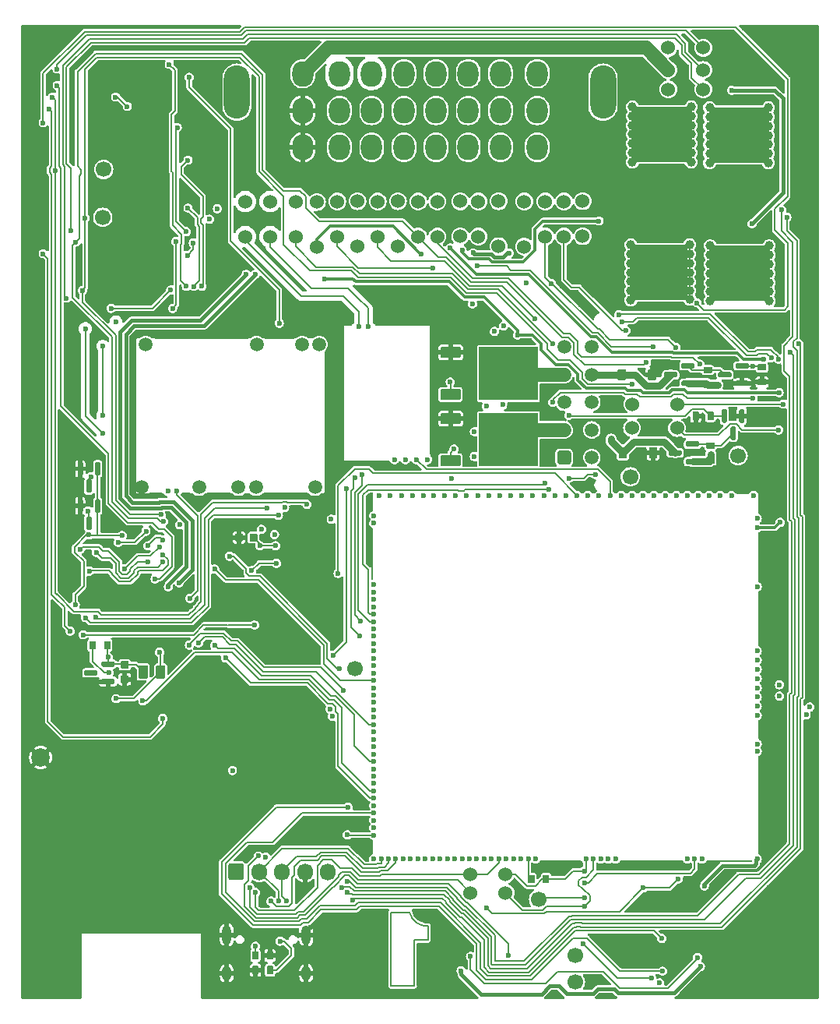
<source format=gbl>
G04 #@! TF.GenerationSoftware,KiCad,Pcbnew,7.0.6-7.0.6~ubuntu22.04.1*
G04 #@! TF.CreationDate,2023-07-25T21:17:33+00:00*
G04 #@! TF.ProjectId,alphax_2ch,616c7068-6178-45f3-9263-682e6b696361,G*
G04 #@! TF.SameCoordinates,PX141f5e0PYa2cace0*
G04 #@! TF.FileFunction,Copper,L4,Bot*
G04 #@! TF.FilePolarity,Positive*
%FSLAX46Y46*%
G04 Gerber Fmt 4.6, Leading zero omitted, Abs format (unit mm)*
G04 Created by KiCad (PCBNEW 7.0.6-7.0.6~ubuntu22.04.1) date 2023-07-25 21:17:33*
%MOMM*%
%LPD*%
G01*
G04 APERTURE LIST*
G04 #@! TA.AperFunction,EtchedComponent*
%ADD10C,0.200000*%
G04 #@! TD*
G04 #@! TA.AperFunction,ComponentPad*
%ADD11C,1.524000*%
G04 #@! TD*
G04 #@! TA.AperFunction,ComponentPad*
%ADD12O,1.700000X1.850000*%
G04 #@! TD*
G04 #@! TA.AperFunction,ComponentPad*
%ADD13O,1.000000X2.100000*%
G04 #@! TD*
G04 #@! TA.AperFunction,ComponentPad*
%ADD14O,1.000000X1.600000*%
G04 #@! TD*
G04 #@! TA.AperFunction,ComponentPad*
%ADD15C,1.700000*%
G04 #@! TD*
G04 #@! TA.AperFunction,ComponentPad*
%ADD16C,1.500000*%
G04 #@! TD*
G04 #@! TA.AperFunction,ComponentPad*
%ADD17C,0.599999*%
G04 #@! TD*
G04 #@! TA.AperFunction,ComponentPad*
%ADD18C,0.600000*%
G04 #@! TD*
G04 #@! TA.AperFunction,SMDPad,CuDef*
%ADD19O,3.300000X0.200000*%
G04 #@! TD*
G04 #@! TA.AperFunction,SMDPad,CuDef*
%ADD20O,10.200000X0.200000*%
G04 #@! TD*
G04 #@! TA.AperFunction,SMDPad,CuDef*
%ADD21O,0.300000X0.200000*%
G04 #@! TD*
G04 #@! TA.AperFunction,SMDPad,CuDef*
%ADD22O,0.200000X17.000000*%
G04 #@! TD*
G04 #@! TA.AperFunction,SMDPad,CuDef*
%ADD23O,0.200000X15.400000*%
G04 #@! TD*
G04 #@! TA.AperFunction,SMDPad,CuDef*
%ADD24O,4.800000X0.200000*%
G04 #@! TD*
G04 #@! TA.AperFunction,SMDPad,CuDef*
%ADD25O,2.600000X0.200000*%
G04 #@! TD*
G04 #@! TA.AperFunction,SMDPad,CuDef*
%ADD26O,1.000000X0.200000*%
G04 #@! TD*
G04 #@! TA.AperFunction,SMDPad,CuDef*
%ADD27O,1.500000X0.200000*%
G04 #@! TD*
G04 #@! TA.AperFunction,SMDPad,CuDef*
%ADD28R,6.185000X0.250000*%
G04 #@! TD*
G04 #@! TA.AperFunction,SMDPad,CuDef*
%ADD29R,1.115000X0.250000*%
G04 #@! TD*
G04 #@! TA.AperFunction,SMDPad,CuDef*
%ADD30R,0.250000X14.275000*%
G04 #@! TD*
G04 #@! TA.AperFunction,SMDPad,CuDef*
%ADD31R,0.250000X15.100000*%
G04 #@! TD*
G04 #@! TA.AperFunction,SMDPad,CuDef*
%ADD32R,5.175000X0.250000*%
G04 #@! TD*
G04 #@! TA.AperFunction,SMDPad,CuDef*
%ADD33R,0.200000X2.300000*%
G04 #@! TD*
G04 #@! TA.AperFunction,SMDPad,CuDef*
%ADD34R,0.200000X10.700000*%
G04 #@! TD*
G04 #@! TA.AperFunction,SMDPad,CuDef*
%ADD35R,0.200000X2.100000*%
G04 #@! TD*
G04 #@! TA.AperFunction,SMDPad,CuDef*
%ADD36R,0.200000X6.000000*%
G04 #@! TD*
G04 #@! TA.AperFunction,SMDPad,CuDef*
%ADD37R,0.200000X5.400000*%
G04 #@! TD*
G04 #@! TA.AperFunction,SMDPad,CuDef*
%ADD38R,1.400000X0.200000*%
G04 #@! TD*
G04 #@! TA.AperFunction,SMDPad,CuDef*
%ADD39R,5.000000X0.200000*%
G04 #@! TD*
G04 #@! TA.AperFunction,SMDPad,CuDef*
%ADD40R,6.800000X0.200000*%
G04 #@! TD*
G04 #@! TA.AperFunction,SMDPad,CuDef*
%ADD41R,4.500000X0.200000*%
G04 #@! TD*
G04 #@! TA.AperFunction,SMDPad,CuDef*
%ADD42R,0.200000X1.600000*%
G04 #@! TD*
G04 #@! TA.AperFunction,SMDPad,CuDef*
%ADD43R,0.200000X5.700000*%
G04 #@! TD*
G04 #@! TA.AperFunction,SMDPad,CuDef*
%ADD44R,0.200000X2.000000*%
G04 #@! TD*
G04 #@! TA.AperFunction,ComponentPad*
%ADD45O,2.800000X5.800000*%
G04 #@! TD*
G04 #@! TA.AperFunction,ComponentPad*
%ADD46O,2.300000X2.800000*%
G04 #@! TD*
G04 #@! TA.AperFunction,SMDPad,CuDef*
%ADD47R,6.400000X5.800000*%
G04 #@! TD*
G04 #@! TA.AperFunction,SMDPad,CuDef*
%ADD48C,2.000000*%
G04 #@! TD*
G04 #@! TA.AperFunction,ViaPad*
%ADD49C,0.600000*%
G04 #@! TD*
G04 #@! TA.AperFunction,ViaPad*
%ADD50C,1.000000*%
G04 #@! TD*
G04 #@! TA.AperFunction,ViaPad*
%ADD51C,4.500000*%
G04 #@! TD*
G04 #@! TA.AperFunction,Conductor*
%ADD52C,0.800000*%
G04 #@! TD*
G04 #@! TA.AperFunction,Conductor*
%ADD53C,0.200000*%
G04 #@! TD*
G04 #@! TA.AperFunction,Conductor*
%ADD54C,0.300000*%
G04 #@! TD*
G04 #@! TA.AperFunction,Conductor*
%ADD55C,0.203200*%
G04 #@! TD*
G04 #@! TA.AperFunction,Conductor*
%ADD56C,0.400000*%
G04 #@! TD*
G04 #@! TA.AperFunction,Conductor*
%ADD57C,1.500000*%
G04 #@! TD*
G04 APERTURE END LIST*
D10*
G04 #@! TO.C,G3*
X44360000Y6490000D02*
X44360000Y7990000D01*
X44360000Y6490000D02*
X42860000Y6490000D01*
X42860000Y1490000D02*
X40360000Y1490000D01*
X42860000Y6490000D02*
X42860000Y1490000D01*
X40360000Y1490000D02*
X40360000Y9490000D01*
X40360000Y9490000D02*
X42360000Y9490000D01*
X42360001Y9490000D02*
G75*
G03*
X44360000Y7990000I1921600J478801D01*
G01*
G04 #@! TD*
D11*
G04 #@! TO.P,R8,1,1*
G04 #@! TO.N,/CAN-*
X49836417Y82896579D03*
G04 #@! TO.P,R8,2,2*
G04 #@! TO.N,/C6*
X49836417Y86706579D03*
G04 #@! TD*
G04 #@! TO.P,R9,1,1*
G04 #@! TO.N,/CAN+*
X47882571Y82918049D03*
G04 #@! TO.P,R9,2,2*
G04 #@! TO.N,/C5*
X47882571Y86728049D03*
G04 #@! TD*
G04 #@! TO.P,F7,1,1*
G04 #@! TO.N,Net-(J1-Pin_6)*
X66550000Y62100000D03*
G04 #@! TO.P,F7,2,2*
G04 #@! TO.N,/OUT_IGN4*
X71450000Y62100000D03*
G04 #@! TD*
G04 #@! TO.P,F4,1,1*
G04 #@! TO.N,/A3*
X36700000Y86750000D03*
G04 #@! TO.P,F4,2,2*
G04 #@! TO.N,/OUT_PUMP_RELAY*
X36700000Y81850000D03*
G04 #@! TD*
G04 #@! TO.P,J5,1,Pin_1*
G04 #@! TO.N,/VBUS*
G04 #@! TA.AperFunction,ComponentPad*
G36*
G01*
X22650000Y13225000D02*
X22650000Y14575000D01*
G75*
G02*
X22900000Y14825000I250000J0D01*
G01*
X24100000Y14825000D01*
G75*
G02*
X24350000Y14575000I0J-250000D01*
G01*
X24350000Y13225000D01*
G75*
G02*
X24100000Y12975000I-250000J0D01*
G01*
X22900000Y12975000D01*
G75*
G02*
X22650000Y13225000I0J250000D01*
G01*
G37*
G04 #@! TD.AperFunction*
D12*
G04 #@! TO.P,J5,2,Pin_2*
G04 #@! TO.N,/USB-*
X26000000Y13900000D03*
G04 #@! TO.P,J5,3,Pin_3*
G04 #@! TO.N,/USB+*
X28500000Y13900000D03*
G04 #@! TO.P,J5,4,Pin_4*
G04 #@! TO.N,GND*
X31000000Y13900000D03*
G04 #@! TO.P,J5,5,Pin_5*
X33500000Y13900000D03*
G04 #@! TD*
D13*
G04 #@! TO.P,J6,S1,SHIELD*
G04 #@! TO.N,GND*
X22480000Y7020000D03*
D14*
X22480000Y2840000D03*
D13*
X31120000Y7020000D03*
D14*
X31120000Y2840000D03*
G04 #@! TD*
D15*
G04 #@! TO.P,P2,1,Pin_1*
G04 #@! TO.N,Net-(M2-IN_PPS)*
X78100000Y59100000D03*
G04 #@! TD*
D11*
G04 #@! TO.P,R11,1,1*
G04 #@! TO.N,/IN_CRANK+*
X24500000Y82895000D03*
G04 #@! TO.P,R11,2,2*
G04 #@! TO.N,/C3*
X24500000Y86705000D03*
G04 #@! TD*
G04 #@! TO.P,R6,1,1*
G04 #@! TO.N,/OUT_IDLE*
X74305000Y103400000D03*
G04 #@! TO.P,R6,2,2*
G04 #@! TO.N,/C8*
X70495000Y103400000D03*
G04 #@! TD*
G04 #@! TO.P,J1,1,Pin_1*
G04 #@! TO.N,/AIN1*
G04 #@! TA.AperFunction,ComponentPad*
G36*
G01*
X59684999Y58150000D02*
X58685001Y58150000D01*
G75*
G02*
X58435000Y58400001I0J250001D01*
G01*
X58435000Y59399999D01*
G75*
G02*
X58685001Y59650000I250001J0D01*
G01*
X59684999Y59650000D01*
G75*
G02*
X59935000Y59399999I0J-250001D01*
G01*
X59935000Y58400001D01*
G75*
G02*
X59684999Y58150000I-250001J0D01*
G01*
G37*
G04 #@! TD.AperFunction*
D16*
G04 #@! TO.P,J1,2,Pin_2*
G04 #@! TO.N,/OUT_INJ3*
X59185000Y61900000D03*
G04 #@! TO.P,J1,3,Pin_3*
G04 #@! TO.N,/AIN2*
X59185000Y64900000D03*
G04 #@! TO.P,J1,4,Pin_4*
G04 #@! TO.N,/OUT_INJ4*
X59185000Y67900000D03*
G04 #@! TO.P,J1,5,Pin_5*
G04 #@! TO.N,/AIN3*
X59185000Y70900000D03*
G04 #@! TO.P,J1,6,Pin_6*
G04 #@! TO.N,Net-(J1-Pin_6)*
X62185000Y58900000D03*
G04 #@! TO.P,J1,7,Pin_7*
G04 #@! TO.N,/AIN4*
X62185000Y61900000D03*
G04 #@! TO.P,J1,8,Pin_8*
G04 #@! TO.N,Net-(J1-Pin_8)*
X62185000Y64900000D03*
G04 #@! TO.P,J1,9,Pin_9*
G04 #@! TO.N,/OUT_HS1*
X62185000Y67900000D03*
G04 #@! TO.P,J1,10,Pin_10*
G04 #@! TO.N,/OUT_HS2*
X62185000Y70900000D03*
G04 #@! TD*
D11*
G04 #@! TO.P,R17,1,1*
G04 #@! TO.N,/IN_AFR*
X38900000Y82895000D03*
G04 #@! TO.P,R17,2,2*
G04 #@! TO.N,/B4*
X38900000Y86705000D03*
G04 #@! TD*
D17*
G04 #@! TO.P,M8,V1,V5*
G04 #@! TO.N,+5VA*
X69577499Y1826662D03*
G04 #@! TO.P,M8,V2,CAN_VIO*
G04 #@! TO.N,/BT_3V3*
X68702497Y2351662D03*
G04 #@! TO.P,M8,V5,CAN_TX*
G04 #@! TO.N,/CAN2_TX*
X69877501Y3101660D03*
G04 #@! TO.P,M8,V6,CAN_RX*
G04 #@! TO.N,/CAN2_RX*
X69802498Y6651661D03*
G04 #@! TD*
D11*
G04 #@! TO.P,F6,1,1*
G04 #@! TO.N,Net-(J1-Pin_8)*
X66600010Y64700000D03*
G04 #@! TO.P,F6,2,2*
G04 #@! TO.N,/OUT_IGN3*
X71500010Y64700000D03*
G04 #@! TD*
G04 #@! TO.P,R16,1,1*
G04 #@! TO.N,/IN_TPS*
X45400000Y82895000D03*
G04 #@! TO.P,R16,2,2*
G04 #@! TO.N,/B5*
X45400000Y86705000D03*
G04 #@! TD*
D15*
G04 #@! TO.P,P3,1,Pin_1*
G04 #@! TO.N,/CAN2-*
X60400000Y1900000D03*
G04 #@! TD*
D16*
G04 #@! TO.P,M1,E1,VBAT*
G04 #@! TO.N,unconnected-(M1-VBAT-PadE1)*
X32074999Y55675006D03*
G04 #@! TO.P,M1,E2,V12*
G04 #@! TO.N,+12V*
X25675002Y55675006D03*
G04 #@! TO.P,M1,E3,VIGN*
G04 #@! TO.N,/VIGN*
X23774999Y55675006D03*
G04 #@! TO.P,M1,E4,V5*
G04 #@! TO.N,+5V*
X19474999Y55675006D03*
D18*
G04 #@! TO.P,M1,E5,EN_5VP*
G04 #@! TO.N,/PWR_EN*
X17075002Y55225007D03*
G04 #@! TO.P,M1,E6,PG_5VP*
G04 #@! TO.N,/TLS115_PG*
X16075001Y55225007D03*
D19*
G04 #@! TO.P,M1,S1,GND*
G04 #@! TO.N,GND*
X28224999Y71825002D03*
D20*
X19725001Y71825002D03*
D21*
X12624999Y71825002D03*
D22*
X12574999Y63425004D03*
D23*
X33174999Y62625003D03*
D16*
X13224999Y55675006D03*
D21*
X33124999Y55025005D03*
D24*
X28925001Y55025005D03*
D25*
X21574999Y55025005D03*
D26*
X18075002Y55025005D03*
D27*
X14775001Y55025005D03*
D16*
G04 #@! TO.P,M1,V1,V12_PERM*
G04 #@! TO.N,+12V_RAW*
X32525001Y71175003D03*
G04 #@! TO.P,M1,V2,IN_VIGN*
X30675002Y71175003D03*
G04 #@! TO.P,M1,V3,V12_RAW*
X25724999Y71175003D03*
G04 #@! TO.P,M1,V4,5VP*
G04 #@! TO.N,+5VAS*
X13675001Y71175003D03*
G04 #@! TD*
D15*
G04 #@! TO.P,P5,1,Pin_1*
G04 #@! TO.N,/LIN*
X56400000Y10900000D03*
G04 #@! TD*
G04 #@! TO.P,J10,1,Pin_1*
G04 #@! TO.N,Net-(J10-Pin_1)*
X66375000Y56800000D03*
G04 #@! TD*
D18*
G04 #@! TO.P,M3,E1,NC*
G04 #@! TO.N,unconnected-(M3-NC-PadE1)*
X41925000Y58675000D03*
G04 #@! TO.P,M3,E2,NC*
G04 #@! TO.N,unconnected-(M3-NC-PadE2)*
X40725000Y58675000D03*
G04 #@! TO.P,M3,E3,OUT*
G04 #@! TO.N,/IN_CRANK*
X43125000Y58675000D03*
G04 #@! TO.P,M3,E4,V5_IN*
G04 #@! TO.N,+5VA*
X44325000Y58675000D03*
D28*
G04 #@! TO.P,M3,G,GND*
G04 #@! TO.N,GND*
X41657500Y73325000D03*
D29*
X35607500Y73325000D03*
D30*
X44625000Y66312500D03*
D31*
X35175000Y65900000D03*
D32*
X37637500Y58475000D03*
D18*
G04 #@! TO.P,M3,W1,VR-*
G04 #@! TO.N,/IN_CRANK-*
X37865000Y73100000D03*
G04 #@! TO.P,M3,W2,VR+*
G04 #@! TO.N,/IN_CRANK+*
X36865000Y73100000D03*
G04 #@! TD*
D11*
G04 #@! TO.P,R10,1,1*
G04 #@! TO.N,/IN_2STEP*
X43300000Y82895000D03*
G04 #@! TO.P,R10,2,2*
G04 #@! TO.N,/C4*
X43300000Y86705000D03*
G04 #@! TD*
G04 #@! TO.P,R19,1,1*
G04 #@! TO.N,/IN_MAP2*
X30000000Y82895000D03*
G04 #@! TO.P,R19,2,2*
G04 #@! TO.N,/B2*
X30000000Y86705000D03*
G04 #@! TD*
G04 #@! TO.P,F1,1,1*
G04 #@! TO.N,/A7*
X54846000Y86700000D03*
G04 #@! TO.P,F1,2,2*
G04 #@! TO.N,/OUT_IGN2*
X54846000Y81800000D03*
G04 #@! TD*
G04 #@! TO.P,R14,1,1*
G04 #@! TO.N,/B8*
X70495000Y98900000D03*
G04 #@! TO.P,R14,2,2*
G04 #@! TO.N,/OUT_INJ2*
X74305000Y98900000D03*
G04 #@! TD*
G04 #@! TO.P,F3,1,1*
G04 #@! TO.N,/A4*
X41100000Y86750000D03*
G04 #@! TO.P,F3,2,2*
G04 #@! TO.N,/OUT_TACH*
X41100000Y81850000D03*
G04 #@! TD*
D17*
G04 #@! TO.P,M4,V1,12V*
G04 #@! TO.N,+12V*
X67793366Y12132507D03*
G04 #@! TO.P,M4,V2,UART_RX*
G04 #@! TO.N,Net-(M2-UART8_RX)*
X61368367Y13962500D03*
G04 #@! TO.P,M4,V3,5V*
G04 #@! TO.N,+5VA*
X61368367Y12687502D03*
G04 #@! TO.P,M4,V4,LIN*
G04 #@! TO.N,/LIN*
X61368367Y11037513D03*
G04 #@! TO.P,M4,V5,UART_TX*
G04 #@! TO.N,Net-(M2-UART8_TX)*
X61368367Y10137502D03*
G04 #@! TD*
D15*
G04 #@! TO.P,J9,1,Pin_1*
G04 #@! TO.N,Net-(J9-Pin_1)*
X36475000Y35925000D03*
G04 #@! TD*
D11*
G04 #@! TO.P,R26,1,1*
G04 #@! TO.N,Net-(M2-UART8_TX)*
X52805000Y11600000D03*
G04 #@! TO.P,R26,2,2*
G04 #@! TO.N,/UART_TX*
X48995000Y11600000D03*
G04 #@! TD*
G04 #@! TO.P,R25,1,1*
G04 #@! TO.N,Net-(M2-UART8_RX)*
X52805000Y13600000D03*
G04 #@! TO.P,R25,2,2*
G04 #@! TO.N,/UART_RX*
X48995000Y13600000D03*
G04 #@! TD*
G04 #@! TO.P,R15,1,1*
G04 #@! TO.N,/IN_CLT*
X57132000Y82895000D03*
G04 #@! TO.P,R15,2,2*
G04 #@! TO.N,/B7*
X57132000Y86705000D03*
G04 #@! TD*
G04 #@! TO.P,R7,1,1*
G04 #@! TO.N,/IN_CAM*
X59164000Y82895000D03*
G04 #@! TO.P,R7,2,2*
G04 #@! TO.N,/C7*
X59164000Y86705000D03*
G04 #@! TD*
D18*
G04 #@! TO.P,M2,E1,SPI2_SCK*
G04 #@! TO.N,/CAN2_TX*
X38475000Y17875004D03*
G04 #@! TO.P,M2,E2,SPI2_MISO*
G04 #@! TO.N,unconnected-(M2-SPI2_MISO-PadE2)*
X38475000Y18675005D03*
G04 #@! TO.P,M2,E3,SPI2_MOSI*
G04 #@! TO.N,unconnected-(M2-SPI2_MOSI-PadE3)*
X38475000Y19475003D03*
G04 #@! TO.P,M2,E4,SPI2_CS*
G04 #@! TO.N,/CAN2_RX*
X38475000Y20275004D03*
G04 #@! TO.P,M2,E6,OUT_IO3*
G04 #@! TO.N,unconnected-(M2-OUT_IO3-PadE6)*
X38475000Y21075005D03*
G04 #@! TO.P,M2,E7,OUT_IO5*
G04 #@! TO.N,/CRANK_N_PULLUP*
X38475003Y21875003D03*
G04 #@! TO.P,M2,E8,OUT_IO1*
G04 #@! TO.N,/TACH_PULLUP*
X38475003Y22675004D03*
G04 #@! TO.P,M2,E9,OUT_IO6*
G04 #@! TO.N,unconnected-(M2-OUT_IO6-PadE9)*
X38475000Y23475008D03*
G04 #@! TO.P,M2,E10,OUT_IO10*
G04 #@! TO.N,unconnected-(M2-OUT_IO10-PadE10)*
X38475000Y24275004D03*
G04 #@! TO.P,M2,E11,OUT_IO9*
G04 #@! TO.N,unconnected-(M2-OUT_IO9-PadE11)*
X38475000Y25075004D03*
G04 #@! TO.P,M2,E12,OUT_IO2*
G04 #@! TO.N,/CRANK_P_PULLUP*
X38475000Y25875005D03*
G04 #@! TO.P,M2,E13,OUT_IO12*
G04 #@! TO.N,unconnected-(M2-OUT_IO12-PadE13)*
X38475003Y26675004D03*
G04 #@! TO.P,M2,E14,OUT_PWM5*
G04 #@! TO.N,unconnected-(M2-OUT_PWM5-PadE14)*
X38475003Y27475005D03*
G04 #@! TO.P,M2,E15,OUT_PWM4*
G04 #@! TO.N,/FAN_RELAY*
X38475003Y28275006D03*
G04 #@! TO.P,M2,E16,OUT_PWM3*
G04 #@! TO.N,/TACH*
X38475000Y29075004D03*
G04 #@! TO.P,M2,E17,OUT_PWM2*
G04 #@! TO.N,/PUMP_RELAY*
X38475000Y29875005D03*
G04 #@! TO.P,M2,E18,OUT_INJ2*
G04 #@! TO.N,/INJ2*
X38475000Y30675003D03*
G04 #@! TO.P,M2,E19,OUT_INJ1*
G04 #@! TO.N,/INJ1*
X38475003Y31475004D03*
G04 #@! TO.P,M2,E20,OUT_IO13*
G04 #@! TO.N,unconnected-(M2-OUT_IO13-PadE20)*
X38475003Y32275005D03*
G04 #@! TO.P,M2,E21,OUT_IO4*
G04 #@! TO.N,/TEMP_PULLUP*
X38475000Y33075004D03*
G04 #@! TO.P,M2,E22,OUT_IO8*
G04 #@! TO.N,/CAM_PULLDOWN*
X38475000Y33875005D03*
G04 #@! TO.P,M2,E23,OUT_IO7*
G04 #@! TO.N,/2STEP_PULLDOWN*
X38475000Y34675006D03*
G04 #@! TO.P,M2,E24,OUT_IO11*
G04 #@! TO.N,unconnected-(M2-OUT_IO11-PadE24)*
X38475000Y35475004D03*
G04 #@! TO.P,M2,E25,OUT_PWM7*
G04 #@! TO.N,unconnected-(M2-OUT_PWM7-PadE25)*
X38475000Y36275005D03*
G04 #@! TO.P,M2,E26,OUT_PWM6*
G04 #@! TO.N,Net-(J9-Pin_1)*
X38475000Y37075003D03*
G04 #@! TO.P,M2,E27,OUT_PWM1*
G04 #@! TO.N,/IDLE*
X38475000Y37875004D03*
G04 #@! TO.P,M2,E28,OUT_PWM8*
G04 #@! TO.N,unconnected-(M2-OUT_PWM8-PadE28)*
X38475000Y38675005D03*
G04 #@! TO.P,M2,E29,OUT_INJ3*
G04 #@! TO.N,/INJ3*
X38475000Y39475004D03*
G04 #@! TO.P,M2,E30,OUT_INJ4*
G04 #@! TO.N,/INJ4*
X38475000Y40275005D03*
G04 #@! TO.P,M2,E31,OUT_INJ5*
G04 #@! TO.N,/HS1*
X38475003Y41075003D03*
G04 #@! TO.P,M2,E32,OUT_INJ6*
G04 #@! TO.N,/HS2*
X38475000Y41875006D03*
G04 #@! TO.P,M2,E33,OUT_INJ7*
G04 #@! TO.N,unconnected-(M2-OUT_INJ7-PadE33)*
X38475000Y42675005D03*
G04 #@! TO.P,M2,E34,OUT_INJ8*
G04 #@! TO.N,unconnected-(M2-OUT_INJ8-PadE34)*
X38475000Y43475003D03*
G04 #@! TO.P,M2,E35,IO6*
G04 #@! TO.N,unconnected-(M2-IO6-PadE35)*
X38475000Y44275004D03*
G04 #@! TO.P,M2,E36,IO7*
G04 #@! TO.N,unconnected-(M2-IO7-PadE36)*
X38475000Y45075005D03*
G04 #@! TO.P,M2,E38,V5A_SWITCHABLE*
G04 #@! TO.N,+5VA*
X38475003Y51774999D03*
G04 #@! TO.P,M2,E39,GNDA*
G04 #@! TO.N,unconnected-(M2-GNDA-PadE39)*
X38475000Y52575000D03*
D33*
G04 #@! TO.P,M2,G,GND*
G04 #@! TO.N,GND*
X80375005Y53925000D03*
D34*
X80375003Y21125002D03*
D35*
X80375003Y29325001D03*
D36*
X80375003Y41375000D03*
D37*
X80375003Y48074997D03*
D38*
X78574996Y54975003D03*
D39*
X77175001Y15075002D03*
D40*
X68674998Y15075002D03*
D41*
X58824995Y15075002D03*
D42*
X38275000Y16575001D03*
D43*
X38275000Y48425004D03*
D44*
X38275000Y54074997D03*
D18*
G04 #@! TO.P,M2,N1,USBID*
G04 #@! TO.N,unconnected-(M2-USBID-PadN1)*
X38475000Y15275001D03*
G04 #@! TO.P,M2,N2,USBM*
G04 #@! TO.N,/USB-*
X39274998Y15274999D03*
G04 #@! TO.P,M2,N3,USBP*
G04 #@! TO.N,/USB+*
X40074999Y15274999D03*
G04 #@! TO.P,M2,N4,VBUS*
G04 #@! TO.N,/VBUS*
X40874998Y15275001D03*
G04 #@! TO.P,M2,N5,BOOT0*
G04 #@! TO.N,unconnected-(M2-BOOT0-PadN5)*
X41674999Y15275001D03*
G04 #@! TO.P,M2,N6,SWO*
G04 #@! TO.N,/SWO*
X42475000Y15275001D03*
G04 #@! TO.P,M2,N7,SWDIO*
G04 #@! TO.N,/SWDIO*
X43274998Y15275001D03*
G04 #@! TO.P,M2,N8,SWCLK*
G04 #@! TO.N,/SWCLK*
X44074999Y15274999D03*
G04 #@! TO.P,M2,N9,nReset*
G04 #@! TO.N,/NRESET*
X44874997Y15275001D03*
G04 #@! TO.P,M2,N10,SPI3_CS*
G04 #@! TO.N,unconnected-(M2-SPI3_CS-PadN10)*
X45674998Y15275001D03*
G04 #@! TO.P,M2,N11,SPI3_SCK*
G04 #@! TO.N,unconnected-(M2-SPI3_SCK-PadN11)*
X46474999Y15275001D03*
G04 #@! TO.P,M2,N12,SPI3_MISO*
G04 #@! TO.N,unconnected-(M2-SPI3_MISO-PadN12)*
X47275000Y15275001D03*
G04 #@! TO.P,M2,N13,SPI3_MOSI*
G04 #@! TO.N,unconnected-(M2-SPI3_MOSI-PadN13)*
X48074999Y15275001D03*
G04 #@! TO.P,M2,N14,I2C_SCL*
G04 #@! TO.N,unconnected-(M2-I2C_SCL-PadN14)*
X48875000Y15275001D03*
G04 #@! TO.P,M2,N15,I2C_SDA*
G04 #@! TO.N,unconnected-(M2-I2C_SDA-PadN15)*
X49675001Y15274999D03*
G04 #@! TO.P,M2,N16,IO1*
G04 #@! TO.N,unconnected-(M2-IO1-PadN16)*
X50475001Y15274999D03*
G04 #@! TO.P,M2,N17,UART2_TX*
G04 #@! TO.N,/UART_TX*
X51275000Y15275001D03*
G04 #@! TO.P,M2,N18,UART2_RX*
G04 #@! TO.N,/UART_RX*
X52075001Y15275001D03*
G04 #@! TO.P,M2,N19,IO2*
G04 #@! TO.N,unconnected-(M2-IO2-PadN19)*
X52874999Y15275001D03*
G04 #@! TO.P,M2,N20,IO4*
G04 #@! TO.N,unconnected-(M2-IO4-PadN20)*
X53675000Y15275001D03*
G04 #@! TO.P,M2,N21,IO3*
G04 #@! TO.N,unconnected-(M2-IO3-PadN21)*
X54474999Y15274999D03*
G04 #@! TO.P,M2,N22,V33*
G04 #@! TO.N,+3V3*
X55275000Y15275001D03*
G04 #@! TO.P,M2,N23,IO5*
G04 #@! TO.N,unconnected-(M2-IO5-PadN23)*
X56075000Y15275001D03*
G04 #@! TO.P,M2,N24,UART8_RX*
G04 #@! TO.N,Net-(M2-UART8_RX)*
X61575000Y15275001D03*
G04 #@! TO.P,M2,N25,UART8_TX*
G04 #@! TO.N,Net-(M2-UART8_TX)*
X62375001Y15275001D03*
G04 #@! TO.P,M2,N26,IN_VIGN*
G04 #@! TO.N,/VIGN*
X63174999Y15275001D03*
G04 #@! TO.P,M2,N27,VBAT*
G04 #@! TO.N,unconnected-(M2-VBAT-PadN27)*
X63974997Y15275001D03*
G04 #@! TO.P,M2,N28,V33_SWITCHABLE*
G04 #@! TO.N,/BT_3V3*
X64774996Y15275001D03*
G04 #@! TO.P,M2,N29,OUT_PWR_EN*
G04 #@! TO.N,/PWR_EN*
X72575000Y15275001D03*
G04 #@! TO.P,M2,N30,V5A_SWITCHABLE*
G04 #@! TO.N,+5VA*
X73374999Y15275001D03*
G04 #@! TO.P,M2,N31,VCC*
G04 #@! TO.N,+5V*
X74174997Y15275001D03*
G04 #@! TO.P,M2,N32,V33*
G04 #@! TO.N,+3V3*
X80175001Y15275001D03*
G04 #@! TO.P,M2,S1,IN_D4*
G04 #@! TO.N,unconnected-(M2-IN_D4-PadS1)*
X39075001Y54775006D03*
G04 #@! TO.P,M2,S2,IN_D3*
G04 #@! TO.N,/HALL2*
X40275002Y54775004D03*
G04 #@! TO.P,M2,S3,IN_D2*
G04 #@! TO.N,/TLS115_PG*
X41474999Y54775004D03*
G04 #@! TO.P,M2,S4,IN_D1*
G04 #@! TO.N,/HALL1*
X42674999Y54775006D03*
G04 #@! TO.P,M2,S5,VREF2*
G04 #@! TO.N,unconnected-(M2-VREF2-PadS5)*
X43874999Y54775004D03*
G04 #@! TO.P,M2,S6,IN_SENS4*
G04 #@! TO.N,unconnected-(M2-IN_SENS4-PadS6)*
X44974987Y54775004D03*
G04 #@! TO.P,M2,S7,IN_SENS3*
G04 #@! TO.N,unconnected-(M2-IN_SENS3-PadS7)*
X46174987Y54775004D03*
G04 #@! TO.P,M2,S8,IN_SENS2*
G04 #@! TO.N,unconnected-(M2-IN_SENS2-PadS8)*
X47374985Y54775006D03*
G04 #@! TO.P,M2,S9,IN_SENS1*
G04 #@! TO.N,unconnected-(M2-IN_SENS1-PadS9)*
X48574985Y54775004D03*
G04 #@! TO.P,M2,S10,IN_AUX4*
G04 #@! TO.N,/AIN4*
X49774988Y54775004D03*
G04 #@! TO.P,M2,S11,IN_AUX3*
G04 #@! TO.N,/AIN3*
X50974990Y54775006D03*
G04 #@! TO.P,M2,S12,IN_AUX2*
G04 #@! TO.N,/AIN2*
X52174988Y54775004D03*
G04 #@! TO.P,M2,S13,IN_AUX1*
G04 #@! TO.N,/AIN1*
X53374986Y54775004D03*
G04 #@! TO.P,M2,S14,IN_RES2*
G04 #@! TO.N,unconnected-(M2-IN_RES2-PadS14)*
X54574993Y54775004D03*
G04 #@! TO.P,M2,S15,IN_O2S2*
G04 #@! TO.N,/IN_AFR*
X55774993Y54775004D03*
G04 #@! TO.P,M2,S16,IN_O2S*
G04 #@! TO.N,unconnected-(M2-IN_O2S-PadS16)*
X56974991Y54775004D03*
G04 #@! TO.P,M2,S17,IN_RES1*
G04 #@! TO.N,unconnected-(M2-IN_RES1-PadS17)*
X58174991Y54775004D03*
G04 #@! TO.P,M2,S18,IN_RES3*
G04 #@! TO.N,Net-(J10-Pin_1)*
X59374996Y54775004D03*
G04 #@! TO.P,M2,S19,IN_MAP3*
G04 #@! TO.N,/IN_MAP3*
X60574997Y54775004D03*
G04 #@! TO.P,M2,S20,IN_MAP2*
G04 #@! TO.N,/IN_MAP2*
X61774994Y54775006D03*
G04 #@! TO.P,M2,S21,IN_MAP1*
G04 #@! TO.N,unconnected-(M2-IN_MAP1-PadS21)*
X62974994Y54775004D03*
G04 #@! TO.P,M2,S22,IN_CRANK*
G04 #@! TO.N,/IN_CRANK*
X64174997Y54775006D03*
G04 #@! TO.P,M2,S23,IN_KNOCK*
G04 #@! TO.N,unconnected-(M2-IN_KNOCK-PadS23)*
X65374997Y54775004D03*
G04 #@! TO.P,M2,S24,IN_CAM*
G04 #@! TO.N,/IN_CAM*
X66574992Y54775004D03*
G04 #@! TO.P,M2,S25,IN_VSS*
G04 #@! TO.N,/IN_2STEP*
X67774995Y54775006D03*
G04 #@! TO.P,M2,S26,IN_IAT*
G04 #@! TO.N,/IN_IAT*
X68975000Y54775004D03*
G04 #@! TO.P,M2,S27,IN_AT1*
G04 #@! TO.N,unconnected-(M2-IN_AT1-PadS27)*
X70175000Y54775006D03*
G04 #@! TO.P,M2,S28,IN_CLT*
G04 #@! TO.N,/IN_CLT*
X71374998Y54775004D03*
G04 #@! TO.P,M2,S29,IN_AT2*
G04 #@! TO.N,unconnected-(M2-IN_AT2-PadS29)*
X72574998Y54775004D03*
G04 #@! TO.P,M2,S30,IN_TPS*
G04 #@! TO.N,/IN_TPS*
X73775003Y54775004D03*
G04 #@! TO.P,M2,S31,IN_PPS*
G04 #@! TO.N,Net-(M2-IN_PPS)*
X74975003Y54775004D03*
G04 #@! TO.P,M2,S32,IN_TPS2*
G04 #@! TO.N,unconnected-(M2-IN_TPS2-PadS32)*
X76175001Y54775004D03*
G04 #@! TO.P,M2,S33,IN_PPS2*
G04 #@! TO.N,unconnected-(M2-IN_PPS2-PadS33)*
X77375001Y54775004D03*
G04 #@! TO.P,M2,S35,VREF1*
G04 #@! TO.N,unconnected-(M2-VREF1-PadS35)*
X79775001Y54775004D03*
G04 #@! TO.P,M2,W1,GNDA*
G04 #@! TO.N,GNDA*
X80175003Y52275001D03*
G04 #@! TO.P,M2,W2,V5A_SWITCHABLE*
G04 #@! TO.N,+5VA*
X80175003Y51275000D03*
G04 #@! TO.P,M2,W3,V33_REF*
G04 #@! TO.N,unconnected-(M2-V33_REF-PadW3)*
X80175001Y44874998D03*
G04 #@! TO.P,M2,W4,IGN8*
G04 #@! TO.N,unconnected-(M2-IGN8-PadW4)*
X80175001Y37875002D03*
G04 #@! TO.P,M2,W5,IGN7*
G04 #@! TO.N,unconnected-(M2-IGN7-PadW5)*
X80175001Y36875001D03*
G04 #@! TO.P,M2,W6,IGN6*
G04 #@! TO.N,unconnected-(M2-IGN6-PadW6)*
X80175001Y35875003D03*
G04 #@! TO.P,M2,W7,IGN5*
G04 #@! TO.N,unconnected-(M2-IGN5-PadW7)*
X80175001Y34875003D03*
G04 #@! TO.P,M2,W8,IGN4*
G04 #@! TO.N,/OUT_IGN4*
X80175001Y33875002D03*
G04 #@! TO.P,M2,W9,IGN3*
G04 #@! TO.N,/OUT_IGN3*
X80175001Y32875004D03*
G04 #@! TO.P,M2,W10,IGN2*
G04 #@! TO.N,/OUT_IGN2*
X80175001Y31875004D03*
G04 #@! TO.P,M2,W11,IGN1*
G04 #@! TO.N,/OUT_IGN1*
X80175001Y30875006D03*
G04 #@! TO.P,M2,W12,CANH*
G04 #@! TO.N,/CAN+*
X80175001Y27775002D03*
G04 #@! TO.P,M2,W13,CANL*
G04 #@! TO.N,/CAN-*
X80175001Y26975001D03*
G04 #@! TD*
D11*
G04 #@! TO.P,R13,1,1*
G04 #@! TO.N,/OUT_FAN_RELAY*
X74305000Y101000000D03*
G04 #@! TO.P,R13,2,2*
G04 #@! TO.N,/C1*
X70495000Y101000000D03*
G04 #@! TD*
G04 #@! TO.P,R20,1,1*
G04 #@! TO.N,/OUT_INJ1*
X61196000Y82943000D03*
G04 #@! TO.P,R20,2,2*
G04 #@! TO.N,/A8*
X61196000Y86753000D03*
G04 #@! TD*
D45*
G04 #@! TO.P,P1,*
G04 #@! TO.N,*
X23600000Y98599000D03*
X63400000Y98599000D03*
D46*
G04 #@! TO.P,P1,1,A1*
G04 #@! TO.N,GND*
X30750000Y92599000D03*
G04 #@! TO.P,P1,2,A2*
G04 #@! TO.N,/A2*
X34750000Y92599000D03*
G04 #@! TO.P,P1,3,A3*
G04 #@! TO.N,/A3*
X38250000Y92599000D03*
G04 #@! TO.P,P1,4,A4*
G04 #@! TO.N,/A4*
X41750000Y92599000D03*
G04 #@! TO.P,P1,5,A5*
G04 #@! TO.N,GNDA*
X45250000Y92599000D03*
G04 #@! TO.P,P1,6,A6*
G04 #@! TO.N,/A6*
X48750000Y92599000D03*
G04 #@! TO.P,P1,7,A7*
G04 #@! TO.N,/A7*
X52250000Y92599000D03*
G04 #@! TO.P,P1,8,A8*
G04 #@! TO.N,/A8*
X56250000Y92599000D03*
G04 #@! TO.P,P1,9,B1*
G04 #@! TO.N,GND*
X30750000Y96599000D03*
G04 #@! TO.P,P1,10,B2*
G04 #@! TO.N,/B2*
X34750000Y96599000D03*
G04 #@! TO.P,P1,11,B3*
G04 #@! TO.N,/B3*
X38250000Y96599000D03*
G04 #@! TO.P,P1,12,B4*
G04 #@! TO.N,/B4*
X41750000Y96599000D03*
G04 #@! TO.P,P1,13,B5*
G04 #@! TO.N,/B5*
X45250000Y96599000D03*
G04 #@! TO.P,P1,14,B6*
G04 #@! TO.N,+5VAS*
X48750000Y96599000D03*
G04 #@! TO.P,P1,15,B7*
G04 #@! TO.N,/B7*
X52250000Y96599000D03*
G04 #@! TO.P,P1,16,B8*
G04 #@! TO.N,/B8*
X56250000Y96599000D03*
G04 #@! TO.P,P1,17,C1*
G04 #@! TO.N,/C1*
X30750000Y100599000D03*
G04 #@! TO.P,P1,18,C2*
G04 #@! TO.N,/C2*
X34750000Y100599000D03*
G04 #@! TO.P,P1,19,C3*
G04 #@! TO.N,/C3*
X38250000Y100599000D03*
G04 #@! TO.P,P1,20,C4*
G04 #@! TO.N,/C4*
X41750000Y100599000D03*
G04 #@! TO.P,P1,21,C5*
G04 #@! TO.N,/C5*
X45250000Y100599000D03*
G04 #@! TO.P,P1,22,C6*
G04 #@! TO.N,/C6*
X48750000Y100599000D03*
G04 #@! TO.P,P1,23,C7*
G04 #@! TO.N,/C7*
X52250000Y100599000D03*
G04 #@! TO.P,P1,24,C8*
G04 #@! TO.N,/C8*
X56250000Y100599000D03*
G04 #@! TD*
D11*
G04 #@! TO.P,R12,1,1*
G04 #@! TO.N,/IN_CRANK-*
X27200000Y82895000D03*
G04 #@! TO.P,R12,2,2*
G04 #@! TO.N,/C2*
X27200000Y86705000D03*
G04 #@! TD*
G04 #@! TO.P,R18,1,1*
G04 #@! TO.N,/IN_IAT*
X34500000Y82895000D03*
G04 #@! TO.P,R18,2,2*
G04 #@! TO.N,/B3*
X34500000Y86705000D03*
G04 #@! TD*
D15*
G04 #@! TO.P,P4,1,Pin_1*
G04 #@! TO.N,/CAN2+*
X60400000Y4800000D03*
G04 #@! TD*
D11*
G04 #@! TO.P,F5,1,1*
G04 #@! TO.N,/A2*
X32300000Y86650000D03*
G04 #@! TO.P,F5,2,2*
G04 #@! TO.N,+12V_RAW*
X32300000Y81750000D03*
G04 #@! TD*
G04 #@! TO.P,F2,1,1*
G04 #@! TO.N,/A6*
X52052000Y86750000D03*
G04 #@! TO.P,F2,2,2*
G04 #@! TO.N,/OUT_IGN1*
X52052000Y81850000D03*
G04 #@! TD*
G04 #@! TO.P,R29,1*
G04 #@! TO.N,+3V3*
G04 #@! TA.AperFunction,SMDPad,CuDef*
G36*
G01*
X55250000Y12710000D02*
X55250000Y13490000D01*
G75*
G02*
X55320000Y13560000I70000J0D01*
G01*
X55880000Y13560000D01*
G75*
G02*
X55950000Y13490000I0J-70000D01*
G01*
X55950000Y12710000D01*
G75*
G02*
X55880000Y12640000I-70000J0D01*
G01*
X55320000Y12640000D01*
G75*
G02*
X55250000Y12710000I0J70000D01*
G01*
G37*
G04 #@! TD.AperFunction*
G04 #@! TO.P,R29,2*
G04 #@! TO.N,Net-(M2-UART8_RX)*
G04 #@! TA.AperFunction,SMDPad,CuDef*
G36*
G01*
X56850000Y12710000D02*
X56850000Y13490000D01*
G75*
G02*
X56920000Y13560000I70000J0D01*
G01*
X57480000Y13560000D01*
G75*
G02*
X57550000Y13490000I0J-70000D01*
G01*
X57550000Y12710000D01*
G75*
G02*
X57480000Y12640000I-70000J0D01*
G01*
X56920000Y12640000D01*
G75*
G02*
X56850000Y12710000I0J70000D01*
G01*
G37*
G04 #@! TD.AperFunction*
G04 #@! TD*
G04 #@! TO.P,R4,1*
G04 #@! TO.N,GND*
G04 #@! TA.AperFunction,SMDPad,CuDef*
G36*
G01*
X25250000Y2810000D02*
X25250000Y3590000D01*
G75*
G02*
X25320000Y3660000I70000J0D01*
G01*
X25880000Y3660000D01*
G75*
G02*
X25950000Y3590000I0J-70000D01*
G01*
X25950000Y2810000D01*
G75*
G02*
X25880000Y2740000I-70000J0D01*
G01*
X25320000Y2740000D01*
G75*
G02*
X25250000Y2810000I0J70000D01*
G01*
G37*
G04 #@! TD.AperFunction*
G04 #@! TO.P,R4,2*
G04 #@! TO.N,Net-(J6-CC2)*
G04 #@! TA.AperFunction,SMDPad,CuDef*
G36*
G01*
X26850000Y2810000D02*
X26850000Y3590000D01*
G75*
G02*
X26920000Y3660000I70000J0D01*
G01*
X27480000Y3660000D01*
G75*
G02*
X27550000Y3590000I0J-70000D01*
G01*
X27550000Y2810000D01*
G75*
G02*
X27480000Y2740000I-70000J0D01*
G01*
X26920000Y2740000D01*
G75*
G02*
X26850000Y2810000I0J70000D01*
G01*
G37*
G04 #@! TD.AperFunction*
G04 #@! TD*
G04 #@! TO.P,R60,1*
G04 #@! TO.N,Net-(Q1-S)*
G04 #@! TA.AperFunction,SMDPad,CuDef*
G36*
G01*
X12900000Y34975000D02*
X12900000Y36225000D01*
G75*
G02*
X13000000Y36325000I100000J0D01*
G01*
X13800000Y36325000D01*
G75*
G02*
X13900000Y36225000I0J-100000D01*
G01*
X13900000Y34975000D01*
G75*
G02*
X13800000Y34875000I-100000J0D01*
G01*
X13000000Y34875000D01*
G75*
G02*
X12900000Y34975000I0J100000D01*
G01*
G37*
G04 #@! TD.AperFunction*
G04 #@! TO.P,R60,2*
G04 #@! TO.N,+12V_RAW*
G04 #@! TA.AperFunction,SMDPad,CuDef*
G36*
G01*
X14800022Y34975000D02*
X14800022Y36225000D01*
G75*
G02*
X14900022Y36325000I100000J0D01*
G01*
X15700022Y36325000D01*
G75*
G02*
X15800022Y36225000I0J-100000D01*
G01*
X15800022Y34975000D01*
G75*
G02*
X15700022Y34875000I-100000J0D01*
G01*
X14900022Y34875000D01*
G75*
G02*
X14800022Y34975000I0J100000D01*
G01*
G37*
G04 #@! TD.AperFunction*
G04 #@! TD*
D15*
G04 #@! TO.P,J8,1,Pin_1*
G04 #@! TO.N,/IN_CAM*
X9000000Y85000000D03*
G04 #@! TD*
G04 #@! TO.P,D32,1,K*
G04 #@! TO.N,/OUT_HS2*
G04 #@! TA.AperFunction,SMDPad,CuDef*
G36*
G01*
X65100000Y58890000D02*
X65100000Y59910000D01*
G75*
G02*
X65190000Y60000000I90000J0D01*
G01*
X65910000Y60000000D01*
G75*
G02*
X66000000Y59910000I0J-90000D01*
G01*
X66000000Y58890000D01*
G75*
G02*
X65910000Y58800000I-90000J0D01*
G01*
X65190000Y58800000D01*
G75*
G02*
X65100000Y58890000I0J90000D01*
G01*
G37*
G04 #@! TD.AperFunction*
G04 #@! TO.P,D32,2,A*
G04 #@! TO.N,GND*
G04 #@! TA.AperFunction,SMDPad,CuDef*
G36*
G01*
X68400000Y58890000D02*
X68400000Y59910000D01*
G75*
G02*
X68490000Y60000000I90000J0D01*
G01*
X69210000Y60000000D01*
G75*
G02*
X69300000Y59910000I0J-90000D01*
G01*
X69300000Y58890000D01*
G75*
G02*
X69210000Y58800000I-90000J0D01*
G01*
X68490000Y58800000D01*
G75*
G02*
X68400000Y58890000I0J90000D01*
G01*
G37*
G04 #@! TD.AperFunction*
G04 #@! TD*
G04 #@! TO.P,D28,1,A*
G04 #@! TO.N,GND*
G04 #@! TA.AperFunction,SMDPad,CuDef*
G36*
G01*
X6400000Y54375000D02*
X6700000Y54375000D01*
G75*
G02*
X6850000Y54225000I0J-150000D01*
G01*
X6850000Y53050000D01*
G75*
G02*
X6700000Y52900000I-150000J0D01*
G01*
X6400000Y52900000D01*
G75*
G02*
X6250000Y53050000I0J150000D01*
G01*
X6250000Y54225000D01*
G75*
G02*
X6400000Y54375000I150000J0D01*
G01*
G37*
G04 #@! TD.AperFunction*
G04 #@! TO.P,D28,2,K*
G04 #@! TO.N,/HALL_PU2/+12V_LIM*
G04 #@! TA.AperFunction,SMDPad,CuDef*
G36*
G01*
X8300000Y54375000D02*
X8600000Y54375000D01*
G75*
G02*
X8750000Y54225000I0J-150000D01*
G01*
X8750000Y53050000D01*
G75*
G02*
X8600000Y52900000I-150000J0D01*
G01*
X8300000Y52900000D01*
G75*
G02*
X8150000Y53050000I0J150000D01*
G01*
X8150000Y54225000D01*
G75*
G02*
X8300000Y54375000I150000J0D01*
G01*
G37*
G04 #@! TD.AperFunction*
G04 #@! TO.P,D28,3,COM*
G04 #@! TO.N,Net-(D28-COM)*
G04 #@! TA.AperFunction,SMDPad,CuDef*
G36*
G01*
X7350000Y52500000D02*
X7650000Y52500000D01*
G75*
G02*
X7800000Y52350000I0J-150000D01*
G01*
X7800000Y51175000D01*
G75*
G02*
X7650000Y51025000I-150000J0D01*
G01*
X7350000Y51025000D01*
G75*
G02*
X7200000Y51175000I0J150000D01*
G01*
X7200000Y52350000D01*
G75*
G02*
X7350000Y52500000I150000J0D01*
G01*
G37*
G04 #@! TD.AperFunction*
G04 #@! TD*
G04 #@! TO.P,R66,1*
G04 #@! TO.N,Net-(Q18-G)*
G04 #@! TA.AperFunction,SMDPad,CuDef*
G36*
G01*
X74410000Y68750000D02*
X75190000Y68750000D01*
G75*
G02*
X75260000Y68680000I0J-70000D01*
G01*
X75260000Y68120000D01*
G75*
G02*
X75190000Y68050000I-70000J0D01*
G01*
X74410000Y68050000D01*
G75*
G02*
X74340000Y68120000I0J70000D01*
G01*
X74340000Y68680000D01*
G75*
G02*
X74410000Y68750000I70000J0D01*
G01*
G37*
G04 #@! TD.AperFunction*
G04 #@! TO.P,R66,2*
G04 #@! TO.N,+12V_RAW*
G04 #@! TA.AperFunction,SMDPad,CuDef*
G36*
G01*
X74410000Y67150000D02*
X75190000Y67150000D01*
G75*
G02*
X75260000Y67080000I0J-70000D01*
G01*
X75260000Y66520000D01*
G75*
G02*
X75190000Y66450000I-70000J0D01*
G01*
X74410000Y66450000D01*
G75*
G02*
X74340000Y66520000I0J70000D01*
G01*
X74340000Y67080000D01*
G75*
G02*
X74410000Y67150000I70000J0D01*
G01*
G37*
G04 #@! TD.AperFunction*
G04 #@! TD*
G04 #@! TO.P,Q8,1,IN*
G04 #@! TO.N,/INJ3*
G04 #@! TA.AperFunction,SMDPad,CuDef*
G36*
G01*
X45725000Y58065000D02*
X45725000Y59025000D01*
G75*
G02*
X45845000Y59145000I120000J0D01*
G01*
X47805000Y59145000D01*
G75*
G02*
X47925000Y59025000I0J-120000D01*
G01*
X47925000Y58065000D01*
G75*
G02*
X47805000Y57945000I-120000J0D01*
G01*
X45845000Y57945000D01*
G75*
G02*
X45725000Y58065000I0J120000D01*
G01*
G37*
G04 #@! TD.AperFunction*
D47*
G04 #@! TO.P,Q8,2,D*
G04 #@! TO.N,/OUT_INJ3*
X53125000Y60825000D03*
G04 #@! TO.P,Q8,3,S*
G04 #@! TO.N,GND*
G04 #@! TA.AperFunction,SMDPad,CuDef*
G36*
G01*
X45725000Y62625000D02*
X45725000Y63585000D01*
G75*
G02*
X45845000Y63705000I120000J0D01*
G01*
X47805000Y63705000D01*
G75*
G02*
X47925000Y63585000I0J-120000D01*
G01*
X47925000Y62625000D01*
G75*
G02*
X47805000Y62505000I-120000J0D01*
G01*
X45845000Y62505000D01*
G75*
G02*
X45725000Y62625000I0J120000D01*
G01*
G37*
G04 #@! TD.AperFunction*
G04 #@! TD*
G04 #@! TO.P,R57,1*
G04 #@! TO.N,Net-(Q1-G)*
G04 #@! TA.AperFunction,SMDPad,CuDef*
G36*
G01*
X7550000Y38110000D02*
X7550000Y38890000D01*
G75*
G02*
X7620000Y38960000I70000J0D01*
G01*
X8180000Y38960000D01*
G75*
G02*
X8250000Y38890000I0J-70000D01*
G01*
X8250000Y38110000D01*
G75*
G02*
X8180000Y38040000I-70000J0D01*
G01*
X7620000Y38040000D01*
G75*
G02*
X7550000Y38110000I0J70000D01*
G01*
G37*
G04 #@! TD.AperFunction*
G04 #@! TO.P,R57,2*
G04 #@! TO.N,Net-(Q1-S)*
G04 #@! TA.AperFunction,SMDPad,CuDef*
G36*
G01*
X9150000Y38110000D02*
X9150000Y38890000D01*
G75*
G02*
X9220000Y38960000I70000J0D01*
G01*
X9780000Y38960000D01*
G75*
G02*
X9850000Y38890000I0J-70000D01*
G01*
X9850000Y38110000D01*
G75*
G02*
X9780000Y38040000I-70000J0D01*
G01*
X9220000Y38040000D01*
G75*
G02*
X9150000Y38110000I0J70000D01*
G01*
G37*
G04 #@! TD.AperFunction*
G04 #@! TD*
G04 #@! TO.P,Q19,1,G*
G04 #@! TO.N,Net-(Q19-G)*
G04 #@! TA.AperFunction,SMDPad,CuDef*
G36*
G01*
X73875000Y60500000D02*
X73875000Y60200000D01*
G75*
G02*
X73725000Y60050000I-150000J0D01*
G01*
X72550000Y60050000D01*
G75*
G02*
X72400000Y60200000I0J150000D01*
G01*
X72400000Y60500000D01*
G75*
G02*
X72550000Y60650000I150000J0D01*
G01*
X73725000Y60650000D01*
G75*
G02*
X73875000Y60500000I0J-150000D01*
G01*
G37*
G04 #@! TD.AperFunction*
G04 #@! TO.P,Q19,2,S*
G04 #@! TO.N,+12V_RAW*
G04 #@! TA.AperFunction,SMDPad,CuDef*
G36*
G01*
X73875000Y58600000D02*
X73875000Y58300000D01*
G75*
G02*
X73725000Y58150000I-150000J0D01*
G01*
X72550000Y58150000D01*
G75*
G02*
X72400000Y58300000I0J150000D01*
G01*
X72400000Y58600000D01*
G75*
G02*
X72550000Y58750000I150000J0D01*
G01*
X73725000Y58750000D01*
G75*
G02*
X73875000Y58600000I0J-150000D01*
G01*
G37*
G04 #@! TD.AperFunction*
G04 #@! TO.P,Q19,3,D*
G04 #@! TO.N,/OUT_HS2*
G04 #@! TA.AperFunction,SMDPad,CuDef*
G36*
G01*
X72000000Y59550000D02*
X72000000Y59250000D01*
G75*
G02*
X71850000Y59100000I-150000J0D01*
G01*
X70675000Y59100000D01*
G75*
G02*
X70525000Y59250000I0J150000D01*
G01*
X70525000Y59550000D01*
G75*
G02*
X70675000Y59700000I150000J0D01*
G01*
X71850000Y59700000D01*
G75*
G02*
X72000000Y59550000I0J-150000D01*
G01*
G37*
G04 #@! TD.AperFunction*
G04 #@! TD*
G04 #@! TO.P,Q18,1,G*
G04 #@! TO.N,Net-(Q18-G)*
G04 #@! TA.AperFunction,SMDPad,CuDef*
G36*
G01*
X73375000Y69000000D02*
X73375000Y68700000D01*
G75*
G02*
X73225000Y68550000I-150000J0D01*
G01*
X72050000Y68550000D01*
G75*
G02*
X71900000Y68700000I0J150000D01*
G01*
X71900000Y69000000D01*
G75*
G02*
X72050000Y69150000I150000J0D01*
G01*
X73225000Y69150000D01*
G75*
G02*
X73375000Y69000000I0J-150000D01*
G01*
G37*
G04 #@! TD.AperFunction*
G04 #@! TO.P,Q18,2,S*
G04 #@! TO.N,+12V_RAW*
G04 #@! TA.AperFunction,SMDPad,CuDef*
G36*
G01*
X73375000Y67100000D02*
X73375000Y66800000D01*
G75*
G02*
X73225000Y66650000I-150000J0D01*
G01*
X72050000Y66650000D01*
G75*
G02*
X71900000Y66800000I0J150000D01*
G01*
X71900000Y67100000D01*
G75*
G02*
X72050000Y67250000I150000J0D01*
G01*
X73225000Y67250000D01*
G75*
G02*
X73375000Y67100000I0J-150000D01*
G01*
G37*
G04 #@! TD.AperFunction*
G04 #@! TO.P,Q18,3,D*
G04 #@! TO.N,/OUT_HS1*
G04 #@! TA.AperFunction,SMDPad,CuDef*
G36*
G01*
X71500000Y68050000D02*
X71500000Y67750000D01*
G75*
G02*
X71350000Y67600000I-150000J0D01*
G01*
X70175000Y67600000D01*
G75*
G02*
X70025000Y67750000I0J150000D01*
G01*
X70025000Y68050000D01*
G75*
G02*
X70175000Y68200000I150000J0D01*
G01*
X71350000Y68200000D01*
G75*
G02*
X71500000Y68050000I0J-150000D01*
G01*
G37*
G04 #@! TD.AperFunction*
G04 #@! TD*
G04 #@! TO.P,D29,1,A*
G04 #@! TO.N,GND*
G04 #@! TA.AperFunction,SMDPad,CuDef*
G36*
G01*
X6400000Y58412500D02*
X6700000Y58412500D01*
G75*
G02*
X6850000Y58262500I0J-150000D01*
G01*
X6850000Y57087500D01*
G75*
G02*
X6700000Y56937500I-150000J0D01*
G01*
X6400000Y56937500D01*
G75*
G02*
X6250000Y57087500I0J150000D01*
G01*
X6250000Y58262500D01*
G75*
G02*
X6400000Y58412500I150000J0D01*
G01*
G37*
G04 #@! TD.AperFunction*
G04 #@! TO.P,D29,2,K*
G04 #@! TO.N,/HALL_PU2/+12V_LIM*
G04 #@! TA.AperFunction,SMDPad,CuDef*
G36*
G01*
X8300000Y58412500D02*
X8600000Y58412500D01*
G75*
G02*
X8750000Y58262500I0J-150000D01*
G01*
X8750000Y57087500D01*
G75*
G02*
X8600000Y56937500I-150000J0D01*
G01*
X8300000Y56937500D01*
G75*
G02*
X8150000Y57087500I0J150000D01*
G01*
X8150000Y58262500D01*
G75*
G02*
X8300000Y58412500I150000J0D01*
G01*
G37*
G04 #@! TD.AperFunction*
G04 #@! TO.P,D29,3,COM*
G04 #@! TO.N,Net-(D29-COM)*
G04 #@! TA.AperFunction,SMDPad,CuDef*
G36*
G01*
X7350000Y56537500D02*
X7650000Y56537500D01*
G75*
G02*
X7800000Y56387500I0J-150000D01*
G01*
X7800000Y55212500D01*
G75*
G02*
X7650000Y55062500I-150000J0D01*
G01*
X7350000Y55062500D01*
G75*
G02*
X7200000Y55212500I0J150000D01*
G01*
X7200000Y56387500D01*
G75*
G02*
X7350000Y56537500I150000J0D01*
G01*
G37*
G04 #@! TD.AperFunction*
G04 #@! TD*
G04 #@! TO.P,C5,1*
G04 #@! TO.N,GND*
G04 #@! TA.AperFunction,SMDPad,CuDef*
G36*
G01*
X11740000Y34384999D02*
X11060000Y34384999D01*
G75*
G02*
X10975000Y34469999I0J85000D01*
G01*
X10975000Y35149999D01*
G75*
G02*
X11060000Y35234999I85000J0D01*
G01*
X11740000Y35234999D01*
G75*
G02*
X11825000Y35149999I0J-85000D01*
G01*
X11825000Y34469999D01*
G75*
G02*
X11740000Y34384999I-85000J0D01*
G01*
G37*
G04 #@! TD.AperFunction*
G04 #@! TO.P,C5,2*
G04 #@! TO.N,Net-(Q1-S)*
G04 #@! TA.AperFunction,SMDPad,CuDef*
G36*
G01*
X11740000Y35965001D02*
X11060000Y35965001D01*
G75*
G02*
X10975000Y36050001I0J85000D01*
G01*
X10975000Y36730001D01*
G75*
G02*
X11060000Y36815001I85000J0D01*
G01*
X11740000Y36815001D01*
G75*
G02*
X11825000Y36730001I0J-85000D01*
G01*
X11825000Y36050001D01*
G75*
G02*
X11740000Y35965001I-85000J0D01*
G01*
G37*
G04 #@! TD.AperFunction*
G04 #@! TD*
D15*
G04 #@! TO.P,J7,1,Pin_1*
G04 #@! TO.N,/IN_CRANK*
X9100000Y90200000D03*
G04 #@! TD*
G04 #@! TO.P,Q25,1,G*
G04 #@! TO.N,/HS2*
G04 #@! TA.AperFunction,SMDPad,CuDef*
G36*
G01*
X76450000Y64137500D02*
X76750000Y64137500D01*
G75*
G02*
X76900000Y63987500I0J-150000D01*
G01*
X76900000Y62812500D01*
G75*
G02*
X76750000Y62662500I-150000J0D01*
G01*
X76450000Y62662500D01*
G75*
G02*
X76300000Y62812500I0J150000D01*
G01*
X76300000Y63987500D01*
G75*
G02*
X76450000Y64137500I150000J0D01*
G01*
G37*
G04 #@! TD.AperFunction*
G04 #@! TO.P,Q25,2,D*
G04 #@! TO.N,Net-(Q19-G)*
G04 #@! TA.AperFunction,SMDPad,CuDef*
G36*
G01*
X77400000Y62262500D02*
X77700000Y62262500D01*
G75*
G02*
X77850000Y62112500I0J-150000D01*
G01*
X77850000Y60937500D01*
G75*
G02*
X77700000Y60787500I-150000J0D01*
G01*
X77400000Y60787500D01*
G75*
G02*
X77250000Y60937500I0J150000D01*
G01*
X77250000Y62112500D01*
G75*
G02*
X77400000Y62262500I150000J0D01*
G01*
G37*
G04 #@! TD.AperFunction*
G04 #@! TO.P,Q25,3,S*
G04 #@! TO.N,GND*
G04 #@! TA.AperFunction,SMDPad,CuDef*
G36*
G01*
X78350000Y64137500D02*
X78650000Y64137500D01*
G75*
G02*
X78800000Y63987500I0J-150000D01*
G01*
X78800000Y62812500D01*
G75*
G02*
X78650000Y62662500I-150000J0D01*
G01*
X78350000Y62662500D01*
G75*
G02*
X78200000Y62812500I0J150000D01*
G01*
X78200000Y63987500D01*
G75*
G02*
X78350000Y64137500I150000J0D01*
G01*
G37*
G04 #@! TD.AperFunction*
G04 #@! TD*
G04 #@! TO.P,D27,1*
G04 #@! TO.N,Net-(Q1-S)*
G04 #@! TA.AperFunction,SMDPad,CuDef*
G36*
G01*
X10312500Y36600000D02*
X10312500Y36300000D01*
G75*
G02*
X10162500Y36150000I-150000J0D01*
G01*
X8987500Y36150000D01*
G75*
G02*
X8837500Y36300000I0J150000D01*
G01*
X8837500Y36600000D01*
G75*
G02*
X8987500Y36750000I150000J0D01*
G01*
X10162500Y36750000D01*
G75*
G02*
X10312500Y36600000I0J-150000D01*
G01*
G37*
G04 #@! TD.AperFunction*
G04 #@! TO.P,D27,2*
G04 #@! TO.N,unconnected-(D27-Pad2)*
G04 #@! TA.AperFunction,SMDPad,CuDef*
G36*
G01*
X8437500Y35650000D02*
X8437500Y35350000D01*
G75*
G02*
X8287500Y35200000I-150000J0D01*
G01*
X7112500Y35200000D01*
G75*
G02*
X6962500Y35350000I0J150000D01*
G01*
X6962500Y35650000D01*
G75*
G02*
X7112500Y35800000I150000J0D01*
G01*
X8287500Y35800000D01*
G75*
G02*
X8437500Y35650000I0J-150000D01*
G01*
G37*
G04 #@! TD.AperFunction*
G04 #@! TO.P,D27,3*
G04 #@! TO.N,GND*
G04 #@! TA.AperFunction,SMDPad,CuDef*
G36*
G01*
X10312500Y34700000D02*
X10312500Y34400000D01*
G75*
G02*
X10162500Y34250000I-150000J0D01*
G01*
X8987500Y34250000D01*
G75*
G02*
X8837500Y34400000I0J150000D01*
G01*
X8837500Y34700000D01*
G75*
G02*
X8987500Y34850000I150000J0D01*
G01*
X10162500Y34850000D01*
G75*
G02*
X10312500Y34700000I0J-150000D01*
G01*
G37*
G04 #@! TD.AperFunction*
G04 #@! TD*
G04 #@! TO.P,R73,1*
G04 #@! TO.N,/HS1*
G04 #@! TA.AperFunction,SMDPad,CuDef*
G36*
G01*
X80310000Y69050000D02*
X81090000Y69050000D01*
G75*
G02*
X81160000Y68980000I0J-70000D01*
G01*
X81160000Y68420000D01*
G75*
G02*
X81090000Y68350000I-70000J0D01*
G01*
X80310000Y68350000D01*
G75*
G02*
X80240000Y68420000I0J70000D01*
G01*
X80240000Y68980000D01*
G75*
G02*
X80310000Y69050000I70000J0D01*
G01*
G37*
G04 #@! TD.AperFunction*
G04 #@! TO.P,R73,2*
G04 #@! TO.N,GND*
G04 #@! TA.AperFunction,SMDPad,CuDef*
G36*
G01*
X80310000Y67450000D02*
X81090000Y67450000D01*
G75*
G02*
X81160000Y67380000I0J-70000D01*
G01*
X81160000Y66820000D01*
G75*
G02*
X81090000Y66750000I-70000J0D01*
G01*
X80310000Y66750000D01*
G75*
G02*
X80240000Y66820000I0J70000D01*
G01*
X80240000Y67380000D01*
G75*
G02*
X80310000Y67450000I70000J0D01*
G01*
G37*
G04 #@! TD.AperFunction*
G04 #@! TD*
G04 #@! TO.P,D31,1,K*
G04 #@! TO.N,/OUT_HS1*
G04 #@! TA.AperFunction,SMDPad,CuDef*
G36*
G01*
X65000000Y67390000D02*
X65000000Y68410000D01*
G75*
G02*
X65090000Y68500000I90000J0D01*
G01*
X65810000Y68500000D01*
G75*
G02*
X65900000Y68410000I0J-90000D01*
G01*
X65900000Y67390000D01*
G75*
G02*
X65810000Y67300000I-90000J0D01*
G01*
X65090000Y67300000D01*
G75*
G02*
X65000000Y67390000I0J90000D01*
G01*
G37*
G04 #@! TD.AperFunction*
G04 #@! TO.P,D31,2,A*
G04 #@! TO.N,GND*
G04 #@! TA.AperFunction,SMDPad,CuDef*
G36*
G01*
X68300000Y67390000D02*
X68300000Y68410000D01*
G75*
G02*
X68390000Y68500000I90000J0D01*
G01*
X69110000Y68500000D01*
G75*
G02*
X69200000Y68410000I0J-90000D01*
G01*
X69200000Y67390000D01*
G75*
G02*
X69110000Y67300000I-90000J0D01*
G01*
X68390000Y67300000D01*
G75*
G02*
X68300000Y67390000I0J90000D01*
G01*
G37*
G04 #@! TD.AperFunction*
G04 #@! TD*
D48*
G04 #@! TO.P,J4,1,Pin_1*
G04 #@! TO.N,GND*
X2250000Y26300000D03*
G04 #@! TD*
G04 #@! TO.P,Q24,1,G*
G04 #@! TO.N,/HS1*
G04 #@! TA.AperFunction,SMDPad,CuDef*
G36*
G01*
X79275000Y69000000D02*
X79275000Y68700000D01*
G75*
G02*
X79125000Y68550000I-150000J0D01*
G01*
X77950000Y68550000D01*
G75*
G02*
X77800000Y68700000I0J150000D01*
G01*
X77800000Y69000000D01*
G75*
G02*
X77950000Y69150000I150000J0D01*
G01*
X79125000Y69150000D01*
G75*
G02*
X79275000Y69000000I0J-150000D01*
G01*
G37*
G04 #@! TD.AperFunction*
G04 #@! TO.P,Q24,2,D*
G04 #@! TO.N,Net-(Q18-G)*
G04 #@! TA.AperFunction,SMDPad,CuDef*
G36*
G01*
X77400000Y68050000D02*
X77400000Y67750000D01*
G75*
G02*
X77250000Y67600000I-150000J0D01*
G01*
X76075000Y67600000D01*
G75*
G02*
X75925000Y67750000I0J150000D01*
G01*
X75925000Y68050000D01*
G75*
G02*
X76075000Y68200000I150000J0D01*
G01*
X77250000Y68200000D01*
G75*
G02*
X77400000Y68050000I0J-150000D01*
G01*
G37*
G04 #@! TD.AperFunction*
G04 #@! TO.P,Q24,3,S*
G04 #@! TO.N,GND*
G04 #@! TA.AperFunction,SMDPad,CuDef*
G36*
G01*
X79275000Y67100000D02*
X79275000Y66800000D01*
G75*
G02*
X79125000Y66650000I-150000J0D01*
G01*
X77950000Y66650000D01*
G75*
G02*
X77800000Y66800000I0J150000D01*
G01*
X77800000Y67100000D01*
G75*
G02*
X77950000Y67250000I150000J0D01*
G01*
X79125000Y67250000D01*
G75*
G02*
X79275000Y67100000I0J-150000D01*
G01*
G37*
G04 #@! TD.AperFunction*
G04 #@! TD*
G04 #@! TO.P,R74,1*
G04 #@! TO.N,/HS2*
G04 #@! TA.AperFunction,SMDPad,CuDef*
G36*
G01*
X75450000Y63790000D02*
X75450000Y63010000D01*
G75*
G02*
X75380000Y62940000I-70000J0D01*
G01*
X74820000Y62940000D01*
G75*
G02*
X74750000Y63010000I0J70000D01*
G01*
X74750000Y63790000D01*
G75*
G02*
X74820000Y63860000I70000J0D01*
G01*
X75380000Y63860000D01*
G75*
G02*
X75450000Y63790000I0J-70000D01*
G01*
G37*
G04 #@! TD.AperFunction*
G04 #@! TO.P,R74,2*
G04 #@! TO.N,GND*
G04 #@! TA.AperFunction,SMDPad,CuDef*
G36*
G01*
X73850000Y63790000D02*
X73850000Y63010000D01*
G75*
G02*
X73780000Y62940000I-70000J0D01*
G01*
X73220000Y62940000D01*
G75*
G02*
X73150000Y63010000I0J70000D01*
G01*
X73150000Y63790000D01*
G75*
G02*
X73220000Y63860000I70000J0D01*
G01*
X73780000Y63860000D01*
G75*
G02*
X73850000Y63790000I0J-70000D01*
G01*
G37*
G04 #@! TD.AperFunction*
G04 #@! TD*
G04 #@! TO.P,R3,1*
G04 #@! TO.N,GND*
G04 #@! TA.AperFunction,SMDPad,CuDef*
G36*
G01*
X27550000Y5190000D02*
X27550000Y4410000D01*
G75*
G02*
X27480000Y4340000I-70000J0D01*
G01*
X26920000Y4340000D01*
G75*
G02*
X26850000Y4410000I0J70000D01*
G01*
X26850000Y5190000D01*
G75*
G02*
X26920000Y5260000I70000J0D01*
G01*
X27480000Y5260000D01*
G75*
G02*
X27550000Y5190000I0J-70000D01*
G01*
G37*
G04 #@! TD.AperFunction*
G04 #@! TO.P,R3,2*
G04 #@! TO.N,Net-(J6-CC1)*
G04 #@! TA.AperFunction,SMDPad,CuDef*
G36*
G01*
X25950000Y5190000D02*
X25950000Y4410000D01*
G75*
G02*
X25880000Y4340000I-70000J0D01*
G01*
X25320000Y4340000D01*
G75*
G02*
X25250000Y4410000I0J70000D01*
G01*
X25250000Y5190000D01*
G75*
G02*
X25320000Y5260000I70000J0D01*
G01*
X25880000Y5260000D01*
G75*
G02*
X25950000Y5190000I0J-70000D01*
G01*
G37*
G04 #@! TD.AperFunction*
G04 #@! TD*
G04 #@! TO.P,C2,1*
G04 #@! TO.N,GND*
G04 #@! TA.AperFunction,SMDPad,CuDef*
G36*
G01*
X23394998Y49860000D02*
X23394998Y50540000D01*
G75*
G02*
X23479998Y50625000I85000J0D01*
G01*
X24159998Y50625000D01*
G75*
G02*
X24244998Y50540000I0J-85000D01*
G01*
X24244998Y49860000D01*
G75*
G02*
X24159998Y49775000I-85000J0D01*
G01*
X23479998Y49775000D01*
G75*
G02*
X23394998Y49860000I0J85000D01*
G01*
G37*
G04 #@! TD.AperFunction*
G04 #@! TO.P,C2,2*
G04 #@! TO.N,+5VA*
G04 #@! TA.AperFunction,SMDPad,CuDef*
G36*
G01*
X24975000Y49860000D02*
X24975000Y50540000D01*
G75*
G02*
X25060000Y50625000I85000J0D01*
G01*
X25740000Y50625000D01*
G75*
G02*
X25825000Y50540000I0J-85000D01*
G01*
X25825000Y49860000D01*
G75*
G02*
X25740000Y49775000I-85000J0D01*
G01*
X25060000Y49775000D01*
G75*
G02*
X24975000Y49860000I0J85000D01*
G01*
G37*
G04 #@! TD.AperFunction*
G04 #@! TD*
G04 #@! TO.P,R72,1*
G04 #@! TO.N,Net-(Q19-G)*
G04 #@! TA.AperFunction,SMDPad,CuDef*
G36*
G01*
X74710000Y60550000D02*
X75490000Y60550000D01*
G75*
G02*
X75560000Y60480000I0J-70000D01*
G01*
X75560000Y59920000D01*
G75*
G02*
X75490000Y59850000I-70000J0D01*
G01*
X74710000Y59850000D01*
G75*
G02*
X74640000Y59920000I0J70000D01*
G01*
X74640000Y60480000D01*
G75*
G02*
X74710000Y60550000I70000J0D01*
G01*
G37*
G04 #@! TD.AperFunction*
G04 #@! TO.P,R72,2*
G04 #@! TO.N,+12V_RAW*
G04 #@! TA.AperFunction,SMDPad,CuDef*
G36*
G01*
X74710000Y58950000D02*
X75490000Y58950000D01*
G75*
G02*
X75560000Y58880000I0J-70000D01*
G01*
X75560000Y58320000D01*
G75*
G02*
X75490000Y58250000I-70000J0D01*
G01*
X74710000Y58250000D01*
G75*
G02*
X74640000Y58320000I0J70000D01*
G01*
X74640000Y58880000D01*
G75*
G02*
X74710000Y58950000I70000J0D01*
G01*
G37*
G04 #@! TD.AperFunction*
G04 #@! TD*
G04 #@! TO.P,Q9,1,IN*
G04 #@! TO.N,/INJ4*
G04 #@! TA.AperFunction,SMDPad,CuDef*
G36*
G01*
X45725000Y65265000D02*
X45725000Y66225000D01*
G75*
G02*
X45845000Y66345000I120000J0D01*
G01*
X47805000Y66345000D01*
G75*
G02*
X47925000Y66225000I0J-120000D01*
G01*
X47925000Y65265000D01*
G75*
G02*
X47805000Y65145000I-120000J0D01*
G01*
X45845000Y65145000D01*
G75*
G02*
X45725000Y65265000I0J120000D01*
G01*
G37*
G04 #@! TD.AperFunction*
D47*
G04 #@! TO.P,Q9,2,D*
G04 #@! TO.N,/OUT_INJ4*
X53125000Y68025000D03*
G04 #@! TO.P,Q9,3,S*
G04 #@! TO.N,GND*
G04 #@! TA.AperFunction,SMDPad,CuDef*
G36*
G01*
X45725000Y69825000D02*
X45725000Y70785000D01*
G75*
G02*
X45845000Y70905000I120000J0D01*
G01*
X47805000Y70905000D01*
G75*
G02*
X47925000Y70785000I0J-120000D01*
G01*
X47925000Y69825000D01*
G75*
G02*
X47805000Y69705000I-120000J0D01*
G01*
X45845000Y69705000D01*
G75*
G02*
X45725000Y69825000I0J120000D01*
G01*
G37*
G04 #@! TD.AperFunction*
G04 #@! TD*
D49*
G04 #@! TO.N,GND*
X81456885Y12142742D03*
X10904000Y88150000D03*
X37175275Y9495329D03*
X4196000Y27588000D03*
X9800000Y29500000D03*
X20706000Y41304000D03*
X78214000Y73672000D03*
D50*
X79100000Y72800000D03*
D49*
X65006000Y80276000D03*
X34780000Y774000D03*
X9313423Y51762726D03*
X28325859Y99190689D03*
X20471500Y30999500D03*
X11800000Y40300000D03*
X37000000Y18900000D03*
X1760000Y96532000D03*
X46700000Y71500000D03*
X32800000Y7800000D03*
X4300000Y1028000D03*
X16800500Y32387163D03*
X75928000Y99580000D03*
X85326000Y75704000D03*
X21075999Y12928402D03*
X55354000Y94500000D03*
X6019697Y59005553D03*
X22900000Y43900000D03*
D50*
X81500000Y87500000D03*
D49*
X19600000Y26700000D03*
X80897800Y50000000D03*
X23096000Y30999500D03*
X6332000Y80276000D03*
D50*
X71200000Y87500000D03*
D49*
X81200000Y23500000D03*
X8948614Y59103563D03*
X46092525Y76671170D03*
X9126000Y98726500D03*
X13730000Y31570000D03*
X19008547Y36376344D03*
X48000000Y61800000D03*
X18488400Y42740578D03*
X77641037Y63199500D03*
X35092458Y58180261D03*
X15372000Y42574000D03*
X28300000Y72600000D03*
X28711802Y54665766D03*
X45300000Y69300000D03*
X28690321Y3122599D03*
X63482000Y83070000D03*
X50528000Y98818000D03*
X65006000Y90690000D03*
D50*
X73331172Y73298900D03*
D49*
X46900000Y64300000D03*
X73500000Y62400000D03*
X21125999Y16373201D03*
X24600000Y3100000D03*
X20600000Y25800000D03*
X25100000Y21500000D03*
X13324200Y45931637D03*
X14800000Y30200000D03*
X31478000Y32016000D03*
X86342000Y13728000D03*
X24200000Y72800000D03*
X82786000Y75958000D03*
X5942502Y47769150D03*
X12616212Y51200500D03*
D50*
X79500000Y87500000D03*
D49*
X74718227Y13896714D03*
X31617502Y7846564D03*
X9450379Y45985949D03*
X24620000Y90690000D03*
X58990089Y77562089D03*
X82786000Y1028000D03*
X80897800Y29400000D03*
X70500000Y69100000D03*
X45300000Y62200000D03*
X21350000Y48300000D03*
X4200000Y30200000D03*
X54846000Y84340000D03*
X73700000Y600000D03*
X70300000Y58600000D03*
X23600000Y39900000D03*
X5932206Y55179904D03*
X12200000Y61000000D03*
X11412000Y94754000D03*
X9799570Y47177601D03*
X48750000Y94500000D03*
X38336000Y94500000D03*
X72800000Y56500000D03*
X70199001Y56632301D03*
X3284000Y100342000D03*
X5570000Y68084000D03*
X23400000Y49200000D03*
X15222000Y77482000D03*
X26298987Y10953191D03*
X71610000Y82816000D03*
X81262000Y98056000D03*
X68618555Y100960942D03*
X36558000Y98564000D03*
X55100000Y102120000D03*
X36800000Y21200000D03*
X13165799Y44650630D03*
X46800000Y69100000D03*
X76500000Y12800000D03*
X39400000Y77000000D03*
X39600000Y9500000D03*
X42700000Y76600000D03*
X31478000Y37096000D03*
X28368801Y90484265D03*
X60985807Y80827807D03*
X45194000Y94500000D03*
X48500000Y70300000D03*
X28923518Y5287174D03*
X12300000Y70300000D03*
X15372000Y28858000D03*
X45194000Y98564000D03*
X32700999Y17004402D03*
X4046000Y11442000D03*
X31732000Y43192000D03*
X22200000Y72600000D03*
X9100000Y40300000D03*
X41638000Y94500000D03*
X12953555Y36973925D03*
X86448452Y97351166D03*
X37900000Y53800000D03*
X86499500Y69816766D03*
X21700000Y25800000D03*
X62000000Y56200000D03*
X61019911Y75527911D03*
X57335997Y63402652D03*
X15984000Y98564000D03*
X57386000Y89420000D03*
X61770000Y2440000D03*
X20658864Y89792209D03*
X28282917Y94756961D03*
X18597334Y86728921D03*
X22080000Y84848000D03*
X24700000Y49140500D03*
X18674000Y32414000D03*
X21400500Y22250000D03*
X23166078Y9077839D03*
X2268000Y79768000D03*
X78500000Y56000000D03*
X78700000Y67900000D03*
X24366000Y94246000D03*
X81400000Y17000000D03*
D50*
X79600000Y71200000D03*
D49*
X26300000Y103300000D03*
X86342000Y83070000D03*
X21125999Y20153667D03*
X24620000Y88404000D03*
X83294000Y72656000D03*
X17400000Y49000000D03*
X26711196Y77221953D03*
X15373077Y40358989D03*
X40114000Y98564000D03*
X14000000Y30000000D03*
X65193519Y100724614D03*
X29600000Y24900000D03*
X64008509Y65100560D03*
X29500000Y17100000D03*
X71356000Y97548000D03*
X64943785Y56450500D03*
X20810000Y774000D03*
X68308000Y89674000D03*
X81008000Y99580000D03*
X10900000Y30700000D03*
X24019259Y52000000D03*
X29500000Y31800000D03*
X32240000Y94754000D03*
X86399500Y37845489D03*
D50*
X73000000Y87500000D03*
D49*
X18800000Y34300000D03*
X82786000Y81546000D03*
X80897800Y39100000D03*
D50*
X80500000Y88600000D03*
D49*
X3800000Y42500000D03*
X2268000Y38874000D03*
X55354000Y98564000D03*
X11895375Y48492291D03*
X37899500Y48044775D03*
X12400000Y35376089D03*
X80897800Y47100000D03*
X21328161Y33204339D03*
X5100000Y44150000D03*
X45200000Y64600000D03*
X24625876Y27029240D03*
X65456794Y64004673D03*
X9700000Y33500000D03*
X80400000Y56100000D03*
X34175378Y8635378D03*
X65303807Y76509807D03*
X22335496Y101627629D03*
X83100000Y67300000D03*
X15730000Y92722000D03*
X2268000Y60718000D03*
D50*
X70614076Y73298900D03*
D49*
X78780000Y105570000D03*
X37200000Y16400000D03*
X34780000Y94500000D03*
X18100000Y54699500D03*
X30000000Y39200000D03*
X71975500Y14300000D03*
X32748000Y99326000D03*
X21300000Y42900000D03*
X57335997Y58532986D03*
X83802000Y86372000D03*
X11666000Y86372000D03*
X24895023Y31954960D03*
X39860000Y89166000D03*
X86599500Y73349965D03*
X54374866Y11800500D03*
X20910000Y23150000D03*
X20297060Y38510693D03*
D50*
X81600000Y72600000D03*
D49*
X23625500Y46576248D03*
D50*
X73200000Y71500000D03*
D49*
X21250000Y51700000D03*
X5824000Y105422000D03*
D50*
X72100000Y88912000D03*
D49*
X15800000Y33400000D03*
X46718000Y89166000D03*
X57689496Y500306D03*
X38082000Y89166000D03*
X33710119Y56370273D03*
X11920000Y101104000D03*
X60180000Y90690000D03*
X86399500Y54865486D03*
D51*
X30500000Y48800000D03*
D49*
X22800000Y35700000D03*
X57200000Y14400000D03*
X74150000Y104914000D03*
X33510000Y43192000D03*
X40114000Y102120000D03*
X16800000Y27800000D03*
X77452000Y104914000D03*
X14800000Y54700000D03*
X42400000Y89166000D03*
X63760000Y440000D03*
X52306000Y94500000D03*
X11813573Y81961396D03*
X31350000Y39300000D03*
X21600000Y54700000D03*
X9250000Y49360000D03*
X11920000Y90690000D03*
X14338459Y84486282D03*
X29857344Y52049000D03*
X9987448Y45387448D03*
X46800000Y61500000D03*
X11697659Y42411500D03*
X25049500Y41800000D03*
X16238000Y96786000D03*
X12238891Y55038891D03*
X13400000Y43000000D03*
X60942000Y99072000D03*
X33400000Y73700000D03*
G04 #@! TO.N,/IN_CRANK*
X3829040Y90100000D03*
X3538000Y98056000D03*
X11666000Y97040000D03*
X10396000Y98056000D03*
X31200000Y53800000D03*
G04 #@! TO.N,+12V*
X71600000Y13100000D03*
X21469526Y85930474D03*
X27673320Y50526680D03*
X50775000Y9950000D03*
G04 #@! TO.N,Net-(Q1-S)*
X9600000Y37200000D03*
G04 #@! TO.N,/VBUS*
X27300000Y10700000D03*
G04 #@! TO.N,/HALL_PU2/+12V_LIM*
X6000000Y42900000D03*
X11100000Y50425500D03*
X7500000Y50500000D03*
G04 #@! TO.N,Net-(D10-A)*
X16600230Y75094763D03*
X16957781Y82363197D03*
G04 #@! TO.N,Net-(D11-A)*
X17091500Y94754000D03*
X18100000Y83430773D03*
G04 #@! TO.N,+5VA*
X33099500Y78300000D03*
X25500000Y40700000D03*
X6850000Y39640000D03*
X54100000Y72200000D03*
X82550000Y65950000D03*
X33850000Y52200000D03*
X82675740Y51847342D03*
X26100000Y49300000D03*
X27780182Y49302936D03*
G04 #@! TO.N,/IN_TPS*
X73922435Y69059032D03*
G04 #@! TO.N,/IDLE*
X36195507Y10808305D03*
X84700999Y71230395D03*
G04 #@! TO.N,/INJ1*
X35000001Y12199999D03*
X83800000Y70300000D03*
X33714415Y31576996D03*
G04 #@! TO.N,/INJ2*
X83400000Y85000000D03*
X35568676Y11638027D03*
X33988941Y30778782D03*
G04 #@! TO.N,/USB+*
X29000000Y10700000D03*
G04 #@! TO.N,/USB-*
X28135068Y10714848D03*
G04 #@! TO.N,/VIGN*
X26724958Y15475042D03*
G04 #@! TO.N,/OUT_IGN1*
X85497504Y30922114D03*
G04 #@! TO.N,/OUT_IGN2*
X85900000Y31800000D03*
G04 #@! TO.N,+3V3*
X74420464Y12355257D03*
X47982008Y3148302D03*
X74000000Y3600000D03*
D50*
G04 #@! TO.N,/OUT_INJ2*
X73000000Y95000000D03*
X73000000Y96000000D03*
X66600000Y97000000D03*
X73000000Y92000000D03*
X66600000Y92000000D03*
X73000000Y97000000D03*
X66600000Y95000000D03*
X66600000Y96000000D03*
X66600000Y91000000D03*
D49*
X5570000Y83578000D03*
D50*
X73000000Y91000000D03*
X66600000Y94000000D03*
X66600000Y93000000D03*
X73000000Y93000000D03*
X73000000Y94000000D03*
G04 #@! TO.N,/OUT_INJ1*
X66425000Y81002500D03*
X66425000Y77002500D03*
D49*
X73600000Y75704000D03*
D50*
X72825000Y78002500D03*
X72874539Y76083421D03*
X72825000Y82002500D03*
X66425000Y76002500D03*
X66425000Y80002500D03*
X72825000Y81002500D03*
X66425000Y79002500D03*
X72825000Y77002500D03*
X66425000Y82002500D03*
X72825000Y79002500D03*
D49*
X2522000Y95262000D03*
D50*
X72825000Y80002500D03*
X66425000Y78002500D03*
G04 #@! TO.N,/OUT_IDLE*
X81475000Y81902500D03*
D49*
X4046000Y101104000D03*
D50*
X81475000Y77902500D03*
X75075000Y76902500D03*
X75075000Y79902500D03*
X81475000Y78902500D03*
X75075000Y77902500D03*
X81475000Y80902500D03*
X75075000Y78902500D03*
X81475000Y75902500D03*
X75075000Y81902500D03*
X81475000Y79902500D03*
X75075000Y75902500D03*
X81475000Y76902500D03*
X75075000Y80902500D03*
D49*
G04 #@! TO.N,/IN_CAM*
X7094000Y84900000D03*
X15347214Y52701558D03*
X66600000Y66900000D03*
X65900000Y72700000D03*
X6793980Y77041803D03*
G04 #@! TO.N,/IN_CLT*
X71342820Y70867060D03*
X57760756Y77822756D03*
G04 #@! TO.N,/IN_IAT*
X49724916Y79724916D03*
X44940000Y79514000D03*
X68857424Y70949500D03*
G04 #@! TO.N,/IN_2STEP*
X68138964Y69250999D03*
X15632475Y51954677D03*
X6078000Y82308000D03*
D50*
G04 #@! TO.N,/OUT_FAN_RELAY*
X75000000Y93902500D03*
X75000000Y96902500D03*
X81400000Y92902500D03*
X75000000Y91902500D03*
X75000000Y95902500D03*
X81400000Y90902500D03*
X81400000Y94902500D03*
X81400000Y91902500D03*
D49*
X5062000Y76212000D03*
D50*
X75000000Y94902500D03*
X75000000Y92902500D03*
X81400000Y93902500D03*
X75000000Y90902500D03*
X81400000Y96902500D03*
X81400000Y95902500D03*
D49*
G04 #@! TO.N,/OUT_TACH*
X2522000Y81038000D03*
X17312500Y45300000D03*
X15519159Y30549306D03*
X25600000Y78800000D03*
G04 #@! TO.N,/CRANK_N_PULLUP*
X15165706Y49165423D03*
X22346346Y37119889D03*
X11400500Y46800000D03*
G04 #@! TO.N,Net-(D12-A)*
X18219498Y80869498D03*
X18850000Y82200000D03*
G04 #@! TO.N,+12V_RAW*
X77400000Y98800000D03*
X28200000Y73500000D03*
X43670000Y81038000D03*
X18400000Y100200000D03*
X15200000Y37748000D03*
X4046000Y99326000D03*
X10450000Y32700000D03*
X14700000Y45724419D03*
X75100000Y59250000D03*
X75900000Y66800000D03*
X79600000Y84300000D03*
X48090091Y81394091D03*
X62974000Y84594000D03*
G04 #@! TO.N,/CAN-*
X82485139Y69585505D03*
X65148705Y74404284D03*
G04 #@! TO.N,/CAN+*
X65473911Y73673911D03*
X81698916Y69730617D03*
G04 #@! TO.N,/OUT_PUMP_RELAY*
X24600000Y78800000D03*
X3121500Y96786000D03*
X5466000Y40034000D03*
X16134000Y44860000D03*
G04 #@! TO.N,Net-(D13-A)*
X16400500Y77101100D03*
X9900000Y75100000D03*
G04 #@! TO.N,Net-(D14-A)*
X16238000Y101612000D03*
X18100000Y77498900D03*
G04 #@! TO.N,/IN_CRANK-*
X9000500Y70983376D03*
X10428805Y73631557D03*
X9000500Y63469351D03*
G04 #@! TO.N,/IN_CRANK+*
X9000000Y61500000D03*
X7100000Y72900000D03*
G04 #@! TO.N,GNDA*
X46767765Y81674502D03*
X80889608Y69560308D03*
X49215754Y75587840D03*
G04 #@! TO.N,/IN_MAP3*
X34600000Y46300000D03*
X27900000Y47400000D03*
X25200000Y46600000D03*
G04 #@! TO.N,/IN_AFR*
X55999247Y73999247D03*
G04 #@! TO.N,/IN_MAP2*
X57925335Y71225335D03*
G04 #@! TO.N,/TACH_PULLUP*
X13360000Y32460000D03*
G04 #@! TO.N,/CRANK_P_PULLUP*
X21200000Y38500000D03*
X15499500Y48320928D03*
X7550000Y46550000D03*
G04 #@! TO.N,/FAN_RELAY*
X82835719Y85787897D03*
X35560428Y12844462D03*
G04 #@! TO.N,/PUMP_RELAY*
X19436000Y38764000D03*
G04 #@! TO.N,/TACH*
X35200000Y33600000D03*
X18420000Y38510000D03*
G04 #@! TO.N,/CAM_PULLDOWN*
X22774520Y48174520D03*
X34700000Y35975000D03*
G04 #@! TO.N,/HALL1*
X26900000Y53400000D03*
X8260000Y41558000D03*
G04 #@! TO.N,/HALL2*
X28100000Y52600000D03*
X7100000Y41500000D03*
G04 #@! TO.N,/TLS115_PG*
X28773946Y53466766D03*
G04 #@! TO.N,Net-(D15-A)*
X18270000Y85999500D03*
X18900000Y77482000D03*
G04 #@! TO.N,Net-(D16-A)*
X19775000Y77498900D03*
X18270000Y91198000D03*
G04 #@! TO.N,Net-(D28-COM)*
X7400000Y53100000D03*
G04 #@! TO.N,Net-(D29-COM)*
X7700000Y56800000D03*
G04 #@! TO.N,/TEMP_PULLUP*
X35472768Y55514461D03*
X34075000Y37425000D03*
X51600500Y72599500D03*
X46900000Y56600000D03*
G04 #@! TO.N,/OUT_HS2*
X64299501Y60899501D03*
G04 #@! TO.N,/BT_3V3*
X61250000Y6050000D03*
X23100000Y24900000D03*
G04 #@! TO.N,/OUT_IGN3*
X82600500Y32985002D03*
X83000000Y64700000D03*
G04 #@! TO.N,/PWR_EN*
X18500000Y43600000D03*
G04 #@! TO.N,/OUT_IGN4*
X82600500Y34209783D03*
X82500000Y61900000D03*
G04 #@! TO.N,/UART_TX*
X25037262Y12182435D03*
G04 #@! TO.N,/UART_RX*
X25618603Y11633575D03*
G04 #@! TO.N,+5VAS*
X53199520Y81103404D03*
X55094274Y77887194D03*
X17349500Y51599001D03*
X49264702Y81128007D03*
X52600500Y73200000D03*
G04 #@! TO.N,/2STEP_PULLDOWN*
X21168750Y46781250D03*
G04 #@! TO.N,/AIN1*
X52500000Y64625498D03*
G04 #@! TO.N,+5V*
X26261011Y51091167D03*
X25900000Y15600000D03*
X20600000Y84800500D03*
X73700000Y4575000D03*
X53100000Y4800000D03*
X49000000Y4700000D03*
G04 #@! TO.N,/CAN2_TX*
X35600000Y17900000D03*
X35700000Y20900000D03*
G04 #@! TO.N,/AIN2*
X50723911Y64476089D03*
G04 #@! TO.N,/AIN3*
X49425498Y61700000D03*
G04 #@! TO.N,/AIN4*
X49418652Y59000668D03*
G04 #@! TO.N,Net-(J6-CC1)*
X25600000Y5800000D03*
G04 #@! TO.N,Net-(J6-CC2)*
X28272255Y6330565D03*
G04 #@! TO.N,/INJ3*
X47200000Y59800000D03*
X36427559Y56729736D03*
X36975004Y39475004D03*
G04 #@! TO.N,/INJ4*
X46800000Y67100000D03*
X37050000Y41150000D03*
X37180352Y57050999D03*
G04 #@! TO.N,/HS1*
X57935497Y64900000D03*
X79700000Y68850000D03*
X57100000Y56100000D03*
X79700000Y65300000D03*
G04 #@! TO.N,/HS2*
X57543484Y55434774D03*
X59700000Y63500000D03*
G04 #@! TO.N,Net-(Q1-G)*
X9700000Y35500000D03*
G04 #@! TO.N,Net-(Q2-G)*
X8299500Y48572534D03*
X15499500Y47521425D03*
G04 #@! TO.N,Net-(Q2-S)*
X6550000Y48950000D03*
X13950000Y47598531D03*
G04 #@! TO.N,Net-(Q15-G)*
X15500000Y49917135D03*
X13900000Y49300000D03*
G04 #@! TO.N,Net-(Q15-S)*
X13700553Y50892008D03*
X10700000Y49685000D03*
G04 #@! TO.N,Net-(J10-Pin_1)*
X62575000Y57050000D03*
X59675000Y56650000D03*
G04 #@! TD*
D52*
G04 #@! TO.N,GND*
X69800000Y69000000D02*
X70400000Y69000000D01*
X70400000Y69000000D02*
X70500000Y69100000D01*
X68750000Y67950000D02*
X69800000Y69000000D01*
X68750000Y67900000D02*
X68750000Y67950000D01*
D53*
G04 #@! TO.N,/IN_CRANK*
X19699501Y52741224D02*
X20958277Y54000000D01*
X29022268Y54066266D02*
X29088534Y54000000D01*
X3829040Y90100000D02*
X3829040Y97764960D01*
X3979040Y44060960D02*
X5882489Y42157511D01*
X19087900Y42492256D02*
X19087900Y42592868D01*
X18636110Y42141078D02*
X18736722Y42141078D01*
X5882489Y42157511D02*
X8508327Y42157511D01*
X18736722Y42141078D02*
X19087900Y42492256D01*
X20958277Y54000000D02*
X28459358Y54000000D01*
X28459358Y54000000D02*
X28525624Y54066266D01*
X31000000Y54000000D02*
X31200000Y53800000D01*
X4000000Y44000000D02*
X3829040Y44170960D01*
X3829040Y44170960D02*
X3829040Y90100000D01*
X62326678Y57649500D02*
X62276179Y57599001D01*
X11666000Y97040000D02*
X10650000Y98056000D01*
X8853838Y41812000D02*
X18307032Y41812000D01*
X10650000Y98056000D02*
X10396000Y98056000D01*
X19087900Y42592868D02*
X19699501Y43204469D01*
X19699501Y43204469D02*
X19699501Y52741224D01*
X64174995Y54775006D02*
X64174995Y56297827D01*
X8508327Y42157511D02*
X8853838Y41812000D01*
X64174995Y56297827D02*
X62823322Y57649500D01*
X62823322Y57649500D02*
X62326678Y57649500D01*
X62276179Y57599001D02*
X44200999Y57599001D01*
X3829040Y97764960D02*
X3538000Y98056000D01*
X18307032Y41812000D02*
X18636110Y42141078D01*
X29088534Y54000000D02*
X31000000Y54000000D01*
X28525624Y54066266D02*
X29022268Y54066266D01*
X44200999Y57599001D02*
X43125000Y58675000D01*
G04 #@! TO.N,+12V*
X57241326Y9550000D02*
X57041326Y9350000D01*
X70632507Y12132507D02*
X71600000Y13100000D01*
X67793366Y12132507D02*
X70632507Y12132507D01*
X65198362Y9537503D02*
X60787497Y9537503D01*
X67793366Y12132507D02*
X65198362Y9537503D01*
X57041326Y9350000D02*
X51375000Y9350000D01*
X51375000Y9350000D02*
X50775000Y9950000D01*
X60787497Y9537503D02*
X60775000Y9550000D01*
X60775000Y9550000D02*
X57241326Y9550000D01*
G04 #@! TO.N,Net-(Q1-S)*
X9575000Y36450000D02*
X9575000Y37175000D01*
X12609999Y36390001D02*
X11400000Y36390001D01*
X9500000Y37300000D02*
X9600000Y37200000D01*
X9575000Y37175000D02*
X9600000Y37200000D01*
X9500000Y38500000D02*
X9500000Y37300000D01*
X11340001Y36450000D02*
X11400000Y36390001D01*
X13400000Y35600000D02*
X12609999Y36390001D01*
X9575000Y36450000D02*
X11340001Y36450000D01*
G04 #@! TO.N,/VBUS*
X39187038Y13999501D02*
X40023760Y13999501D01*
X37078053Y13869599D02*
X39057136Y13869599D01*
X35348151Y15599501D02*
X37078053Y13869599D01*
X29850000Y13548654D02*
X29850000Y14451346D01*
X39057136Y13869599D02*
X39187038Y13999501D01*
X32834521Y15599501D02*
X35348151Y15599501D01*
X27900000Y10100000D02*
X29247838Y10100000D01*
X32360020Y15125000D02*
X32834521Y15599501D01*
X40874996Y14850737D02*
X40874996Y15275001D01*
X29850000Y14451346D02*
X30523654Y15125000D01*
X29599511Y10451673D02*
X29599511Y13298165D01*
X27300000Y10700000D02*
X27900000Y10100000D01*
X29247838Y10100000D02*
X29599511Y10451673D01*
X30523654Y15125000D02*
X32360020Y15125000D01*
X40023760Y13999501D02*
X40874996Y14850737D01*
X29599511Y13298165D02*
X29850000Y13548654D01*
G04 #@! TO.N,/HALL_PU2/+12V_LIM*
X7500000Y50500000D02*
X7252162Y50500000D01*
X11100000Y50425500D02*
X8374500Y50425500D01*
X8450000Y57675000D02*
X8450000Y50501000D01*
X6950000Y47610000D02*
X6950000Y44930000D01*
X8450000Y50501000D02*
X8374500Y50425500D01*
X6950000Y44930000D02*
X6000000Y43980000D01*
X8374500Y50425500D02*
X7574500Y50425500D01*
X5950489Y48609511D02*
X6950000Y47610000D01*
X5950489Y49198327D02*
X5950489Y48609511D01*
X7252162Y50500000D02*
X5950489Y49198327D01*
X6000000Y43980000D02*
X6000000Y42900000D01*
X7574500Y50425500D02*
X7500000Y50500000D01*
G04 #@! TO.N,Net-(D10-A)*
X17000000Y75494533D02*
X16600230Y75094763D01*
X16957781Y82363197D02*
X17000000Y82320978D01*
X17000000Y82320978D02*
X17000000Y75494533D01*
G04 #@! TO.N,Net-(D11-A)*
X17000000Y84530773D02*
X18100000Y83430773D01*
X17091500Y94754000D02*
X17000000Y94662500D01*
X17000000Y94662500D02*
X17000000Y84530773D01*
D54*
G04 #@! TO.N,+5VA*
X54100000Y72200000D02*
X55750000Y72200000D01*
D53*
X26100000Y49300000D02*
X27777246Y49300000D01*
D54*
X54100000Y72700000D02*
X54100000Y72200000D01*
X70612924Y65950499D02*
X70911926Y66249501D01*
X60685499Y67955136D02*
X60685499Y67278886D01*
X48347172Y76302994D02*
X46650166Y78000000D01*
D53*
X73374999Y14174999D02*
X73374999Y15275001D01*
D54*
X36200000Y78300000D02*
X33099500Y78300000D01*
X82103399Y51275001D02*
X82675740Y51847342D01*
X46650166Y78000000D02*
X36500000Y78000000D01*
X70911926Y66249501D02*
X72285483Y66249501D01*
X66024189Y66211501D02*
X67524189Y66211501D01*
X56675000Y70625000D02*
X58300000Y69000000D01*
X56675000Y71275000D02*
X56675000Y70625000D01*
X55750000Y72200000D02*
X56675000Y71275000D01*
X61564884Y66399501D02*
X65836189Y66399501D01*
X50497006Y76302994D02*
X54100000Y72700000D01*
X58300000Y69000000D02*
X59640635Y69000000D01*
D53*
X27777246Y49300000D02*
X27780182Y49302936D01*
X72900000Y13700000D02*
X73374999Y14174999D01*
D54*
X80175001Y51275001D02*
X82103399Y51275001D01*
D53*
X61368367Y12687502D02*
X61792629Y12687502D01*
D54*
X65836189Y66399501D02*
X66024189Y66211501D01*
X59640635Y69000000D02*
X60685499Y67955136D01*
D53*
X23700000Y40700000D02*
X25500000Y40700000D01*
X61792629Y12687502D02*
X62805127Y13700000D01*
X62805127Y13700000D02*
X72900000Y13700000D01*
D54*
X36500000Y78000000D02*
X36200000Y78300000D01*
D53*
X26100000Y49300000D02*
X26100000Y49500000D01*
D54*
X50497006Y76302994D02*
X48347172Y76302994D01*
X72285483Y66249501D02*
X72584984Y65950000D01*
X72584984Y65950000D02*
X82550000Y65950000D01*
D53*
X22600000Y40700000D02*
X23700000Y40700000D01*
D54*
X60685499Y67278886D02*
X61564884Y66399501D01*
D53*
X18899156Y39640000D02*
X19963645Y40704489D01*
X6850000Y39640000D02*
X18899156Y39640000D01*
X26100000Y49500000D02*
X25400000Y50200000D01*
D54*
X67524189Y66211501D02*
X67785191Y65950499D01*
D53*
X19963645Y40704489D02*
X22560651Y40704489D01*
D54*
X67785191Y65950499D02*
X70612924Y65950499D01*
D53*
G04 #@! TO.N,/IN_TPS*
X70887599Y69768059D02*
X73213408Y69768059D01*
X61043176Y69850499D02*
X70805159Y69850499D01*
X59116185Y72349501D02*
X59785404Y72349501D01*
X49195279Y78350499D02*
X53115187Y78350499D01*
X73213408Y69768059D02*
X73922435Y69059032D01*
X53115187Y78350499D02*
X59116185Y72349501D01*
X60634501Y70259174D02*
X61043176Y69850499D01*
X70805159Y69850499D02*
X70887599Y69768059D01*
X59785404Y72349501D02*
X60634501Y71500404D01*
X45400000Y82895000D02*
X45400000Y82145778D01*
X45400000Y82145778D02*
X49195279Y78350499D01*
X60634501Y71500404D02*
X60634501Y70259174D01*
G04 #@! TO.N,/IDLE*
X48000084Y8939996D02*
X50472197Y6467883D01*
X85098004Y32846826D02*
X85098004Y52461916D01*
X60988084Y7876996D02*
X76343316Y7876996D01*
X60196936Y7876996D02*
X60436916Y7876996D01*
X60486916Y7926996D02*
X60938084Y7926996D01*
X60436916Y7876996D02*
X60486916Y7926996D01*
X50472197Y6467883D02*
X50472198Y3522742D01*
X55293443Y2973503D02*
X60196936Y7876996D01*
X50472198Y3522742D02*
X51021437Y2973503D01*
X84900000Y71031394D02*
X84700999Y71230395D01*
X36379447Y10992245D02*
X45947835Y10992245D01*
X76343316Y7876996D02*
X84898004Y16431684D01*
X84898004Y32646826D02*
X85098004Y32846826D01*
X84898004Y16431684D02*
X84898004Y32646826D01*
X36195507Y10808305D02*
X36379447Y10992245D01*
X60938084Y7926996D02*
X60988084Y7876996D01*
X85098004Y52461916D02*
X84900000Y52659920D01*
X45947835Y10992245D02*
X46334996Y10605084D01*
X51021437Y2973503D02*
X55293443Y2973503D01*
X46334996Y10605084D02*
X46334996Y10498189D01*
X47893189Y8939996D02*
X48000084Y8939996D01*
X84900000Y52659920D02*
X84900000Y71031394D01*
X46334996Y10498189D02*
X47893189Y8939996D01*
G04 #@! TO.N,/INJ1*
X35000001Y12199999D02*
X35041042Y12241040D01*
X84100499Y52329461D02*
X84100499Y58458923D01*
X84099520Y58459902D02*
X84099520Y70000480D01*
X80537358Y13200998D02*
X84099002Y16762642D01*
X36315446Y11807306D02*
X36609308Y11807306D01*
X51271237Y6798803D02*
X51271237Y3853663D01*
X84299002Y33177784D02*
X84299002Y52130958D01*
X46272036Y11798004D02*
X47133998Y10936042D01*
X84099520Y70000480D02*
X83800000Y70300000D01*
X51352395Y3772505D02*
X54962485Y3772505D01*
X74455958Y8725998D02*
X78930958Y13200998D01*
X84099002Y32977784D02*
X84299002Y33177784D01*
X84299002Y52130958D02*
X84100499Y52329461D01*
X36609308Y11807306D02*
X36618610Y11798004D01*
X84100499Y58458923D02*
X84099520Y58459902D01*
X35881712Y12241040D02*
X36315446Y11807306D01*
X60105958Y8675998D02*
X60155958Y8725998D01*
X48331042Y9738998D02*
X51271237Y6798803D01*
X51271237Y3853663D02*
X51352395Y3772505D01*
X35041042Y12241040D02*
X35881712Y12241040D01*
X60155958Y8725998D02*
X74455958Y8725998D01*
X36618610Y11798004D02*
X46272036Y11798004D01*
X59865978Y8675998D02*
X60105958Y8675998D01*
X54962485Y3772505D02*
X59865978Y8675998D01*
X48224147Y9738998D02*
X48331042Y9738998D01*
X47133998Y10936042D02*
X47133998Y10829147D01*
X47133998Y10829147D02*
X48224147Y9738998D01*
X84099002Y16762642D02*
X84099002Y32977784D01*
X78930958Y13200998D02*
X80537358Y13200998D01*
G04 #@! TO.N,/INJ2*
X46106557Y11398503D02*
X36453131Y11398503D01*
X83400000Y83529006D02*
X84500000Y82429006D01*
X84500000Y52494940D02*
X84698503Y52296437D01*
X84101499Y70940287D02*
X84500000Y70541786D01*
X84500000Y70541786D02*
X84500000Y70200960D01*
X48058668Y9339497D02*
X46734497Y10663668D01*
X84499040Y70199040D02*
X84499040Y70200000D01*
X84698503Y33012305D02*
X84498503Y32812305D01*
X60031457Y8276497D02*
X55127964Y3373004D01*
X84500000Y70200960D02*
X84499040Y70200000D01*
X84500000Y71877218D02*
X84101499Y71478717D01*
X46734497Y10663668D02*
X46734497Y10770563D01*
X35723871Y11482832D02*
X35568676Y11638027D01*
X36453131Y11398503D02*
X36443829Y11407805D01*
X84499040Y70200000D02*
X84500000Y70199040D01*
X50871717Y6633343D02*
X48165563Y9339497D01*
X84500000Y70199040D02*
X84500000Y52494940D01*
X36074940Y11482832D02*
X35723871Y11482832D01*
X84698503Y52296437D02*
X84698503Y33012305D01*
X36443829Y11407805D02*
X36149967Y11407805D01*
X84498503Y16597163D02*
X76177837Y8276497D01*
X61153563Y8276497D02*
X61103563Y8326497D01*
X76177837Y8276497D02*
X61153563Y8276497D01*
X51186916Y3373004D02*
X50871717Y3688203D01*
X61103563Y8326497D02*
X60321437Y8326497D01*
X60321437Y8326497D02*
X60271437Y8276497D01*
X36149967Y11407805D02*
X36074940Y11482832D01*
X84500000Y82429006D02*
X84500000Y71877218D01*
X84500000Y70199040D02*
X84499040Y70199040D01*
X60271437Y8276497D02*
X60031457Y8276497D01*
X84101499Y71478717D02*
X84101499Y70940287D01*
X48165563Y9339497D02*
X48058668Y9339497D01*
X83400000Y85000000D02*
X83400000Y83529006D01*
X84498503Y32812305D02*
X84498503Y16597163D01*
X55127964Y3373004D02*
X51186916Y3373004D01*
X46734497Y10770563D02*
X46106557Y11398503D01*
X50871717Y3688203D02*
X50871717Y6633343D01*
D55*
G04 #@! TO.N,/USB+*
X39624866Y14400602D02*
X39020896Y14400601D01*
X28500000Y11200000D02*
X29000000Y10700000D01*
X32193879Y15526101D02*
X30051100Y15526100D01*
X28500000Y13975000D02*
X28500000Y13900000D01*
X35514999Y16000601D02*
X32668379Y16000601D01*
X40074999Y15274999D02*
X40074999Y14850735D01*
X30051100Y15526100D02*
X28500000Y13975000D01*
X32668379Y16000601D02*
X32193879Y15526101D01*
X28500000Y13900000D02*
X28500000Y11200000D01*
X39020896Y14400601D02*
X38890995Y14270700D01*
X37244900Y14270700D02*
X35514999Y16000601D01*
X40074999Y14850735D02*
X39624866Y14400602D01*
X38890995Y14270700D02*
X37244900Y14270700D01*
G04 #@! TO.N,/USB-*
X38854091Y14803302D02*
X38724191Y14673401D01*
X39274997Y14803303D02*
X38854091Y14803302D01*
X28097299Y11802701D02*
X28097299Y10752617D01*
X28503302Y16403302D02*
X26000000Y13900000D01*
X38724191Y14673401D02*
X37411705Y14673401D01*
X37411705Y14673401D02*
X35681804Y16403302D01*
X35681804Y16403302D02*
X28503302Y16403302D01*
X39274997Y15274999D02*
X39274997Y14803303D01*
X28097299Y10752617D02*
X28135068Y10714848D01*
X26000000Y13900000D02*
X28097299Y11802701D01*
D56*
G04 #@! TO.N,+3V3*
X56728874Y603874D02*
X57600000Y1475000D01*
X80075001Y14781403D02*
X79868600Y14575002D01*
X80174999Y15275001D02*
X80075001Y15175003D01*
X74420464Y12609707D02*
X74420464Y12355257D01*
X79868600Y14575002D02*
X76385759Y14575002D01*
X59425000Y650000D02*
X62325000Y650000D01*
X76385759Y14575002D02*
X74420464Y12609707D01*
D53*
X55275000Y15275001D02*
X55275000Y13425000D01*
D56*
X47982008Y3148302D02*
X47982008Y2728749D01*
X65026457Y727162D02*
X71127162Y727162D01*
X62325000Y650000D02*
X62825499Y1150499D01*
X50110257Y600500D02*
X56700501Y600500D01*
X71127162Y727162D02*
X74000000Y3600000D01*
X47982008Y2728749D02*
X50110257Y600500D01*
X56700501Y600500D02*
X56703875Y603874D01*
X57600000Y1475000D02*
X58600000Y1475000D01*
X58600000Y1475000D02*
X59425000Y650000D01*
X62825499Y1150499D02*
X64603119Y1150499D01*
X80075001Y15175003D02*
X80075001Y14781403D01*
X56703875Y603874D02*
X56728874Y603874D01*
D53*
X55275000Y13425000D02*
X55600000Y13100000D01*
D56*
X64603119Y1150499D02*
X65026457Y727162D01*
D53*
G04 #@! TO.N,/OUT_INJ2*
X71243483Y104461511D02*
X71972480Y103732514D01*
X71972480Y102767514D02*
X73036694Y101703300D01*
X24440080Y103972080D02*
X24929511Y104461511D01*
X5062000Y90844822D02*
X5062000Y101332024D01*
X7702055Y103972079D02*
X24440080Y103972080D01*
X73036694Y101703300D02*
X73036694Y100168306D01*
X73036694Y100168306D02*
X74200489Y99004511D01*
X24929511Y104461511D02*
X71243483Y104461511D01*
X71972480Y103732514D02*
X71972480Y102767514D01*
X5570000Y83578000D02*
X5570000Y90336822D01*
X5570000Y90336822D02*
X5062000Y90844822D01*
X5062000Y101332024D02*
X7702055Y103972079D01*
G04 #@! TO.N,/OUT_INJ1*
X83500000Y82200000D02*
X83500000Y75300000D01*
X83499519Y100000481D02*
X83499519Y87299519D01*
X24433050Y105660068D02*
X77839930Y105660070D01*
X83142000Y74942000D02*
X74362000Y74942000D01*
X2522000Y100653006D02*
X7039633Y105170639D01*
X82100000Y83600000D02*
X83500000Y82200000D01*
X83500000Y75300000D02*
X83142000Y74942000D01*
X74362000Y74942000D02*
X73600000Y75704000D01*
X2522000Y95262000D02*
X2522000Y100653006D01*
X77839930Y105660070D02*
X83499519Y100000481D01*
X23943622Y105170640D02*
X24433050Y105660068D01*
X83499519Y87299519D02*
X82100000Y85900000D01*
X82100000Y85900000D02*
X82100000Y83600000D01*
X7039633Y105170639D02*
X23943622Y105170640D01*
G04 #@! TO.N,/OUT_IDLE*
X74305000Y103400000D02*
X72444450Y105260550D01*
X7205120Y104771120D02*
X4046000Y101612000D01*
X72444450Y105260550D02*
X24598537Y105260549D01*
X4046000Y101612000D02*
X4046000Y101358000D01*
X4046000Y101358000D02*
X4046000Y101104000D01*
X24598537Y105260549D02*
X24109108Y104771120D01*
X24109108Y104771120D02*
X7205120Y104771120D01*
G04 #@! TO.N,/IN_CAM*
X10400000Y72164980D02*
X10400000Y54256533D01*
X7094000Y101104000D02*
X8364000Y102374000D01*
X11954975Y52701558D02*
X15347214Y52701558D01*
X59826824Y69449501D02*
X61135000Y68141325D01*
X7094000Y84900000D02*
X7094000Y101104000D01*
X6793980Y77041803D02*
X6793980Y75771000D01*
X35986878Y79200480D02*
X36737857Y78449501D01*
X66550000Y66850000D02*
X66600000Y66900000D01*
X25998480Y89973410D02*
X28684000Y87287890D01*
X10400000Y54256533D02*
X11954975Y52701558D01*
X7094000Y77341823D02*
X7094000Y84900000D01*
X46836355Y78449501D02*
X48533363Y76752495D01*
X28684000Y87287890D02*
X28684000Y82054000D01*
X8364000Y102374000D02*
X23940982Y102374000D01*
X23940982Y102374000D02*
X25998480Y100316502D01*
X60800000Y77400000D02*
X63450000Y74750000D01*
X51833195Y76752495D02*
X57325835Y71259855D01*
X63975000Y74252082D02*
X63975000Y74225000D01*
X60000000Y77400000D02*
X60800000Y77400000D01*
X31537520Y79200480D02*
X35986878Y79200480D01*
X59164000Y78236000D02*
X60000000Y77400000D01*
X36737857Y78449501D02*
X46836355Y78449501D01*
X59164000Y82895000D02*
X59164000Y78236000D01*
X61135000Y68141325D02*
X61135000Y67465075D01*
X25998480Y100316502D02*
X25998480Y89973410D01*
X61135000Y67465075D02*
X61750075Y66850000D01*
X63975000Y74225000D02*
X65500000Y72700000D01*
X6793980Y75771000D02*
X10400000Y72164980D01*
X58543176Y69449501D02*
X59826824Y69449501D01*
X6793980Y77041803D02*
X7094000Y77341823D01*
X65500000Y72700000D02*
X65900000Y72700000D01*
X57325835Y70666842D02*
X58543176Y69449501D01*
X61750075Y66850000D02*
X66550000Y66850000D01*
X57325835Y71259855D02*
X57325835Y70666842D01*
X28684000Y82054000D02*
X31537520Y79200480D01*
X48533363Y76752495D02*
X51833195Y76752495D01*
X63477082Y74750000D02*
X63975000Y74252082D01*
X63450000Y74750000D02*
X63477082Y74750000D01*
G04 #@! TO.N,/IN_CLT*
X57132000Y78451512D02*
X57760756Y77822756D01*
X62992303Y72849002D02*
X64134002Y71707303D01*
X57132000Y82895000D02*
X57132000Y78451512D01*
X57760756Y77822756D02*
X57877244Y77822756D01*
X70502577Y71707303D02*
X71342820Y70867060D01*
X57877244Y77822756D02*
X62850998Y72849002D01*
X62850998Y72849002D02*
X62992303Y72849002D01*
X64134002Y71707303D02*
X70502577Y71707303D01*
G04 #@! TO.N,/IN_IAT*
X34500000Y81817370D02*
X34500000Y82895000D01*
X52947362Y79688998D02*
X49760834Y79688998D01*
X55486189Y79249501D02*
X53386859Y79249501D01*
X68857424Y70949500D02*
X64326825Y70949500D01*
X53386859Y79249501D02*
X52947362Y79688998D01*
X49760834Y79688998D02*
X49724916Y79724916D01*
X64326825Y70949500D02*
X62826824Y72449501D01*
X36803370Y79514000D02*
X34500000Y81817370D01*
X62286189Y72449501D02*
X55486189Y79249501D01*
X62826824Y72449501D02*
X62286189Y72449501D01*
X44940000Y79514000D02*
X36803370Y79514000D01*
G04 #@! TO.N,/IN_2STEP*
X10000000Y54091543D02*
X11791543Y52300000D01*
X6423511Y89442653D02*
X6660531Y89679673D01*
X6660531Y89679673D02*
X6660531Y90176327D01*
X6078000Y82308000D02*
X6423511Y82653511D01*
X43300000Y82895000D02*
X45519499Y80675501D01*
X61377697Y68950998D02*
X67838963Y68950998D01*
X32518257Y84556961D02*
X41638039Y84556961D01*
X5700000Y76300000D02*
X10000000Y72000000D01*
X45519499Y80675501D02*
X46305297Y80675501D01*
X6078000Y82308000D02*
X5700000Y81930000D01*
X49029800Y77950998D02*
X52949002Y77950998D01*
X59619925Y71950000D02*
X60235000Y71334925D01*
X11791543Y52300000D02*
X14900950Y52300000D01*
X5700000Y81930000D02*
X5700000Y76300000D01*
X67838963Y68950998D02*
X68138964Y69250999D01*
X52949002Y77950998D02*
X58950000Y71950000D01*
X31109748Y87248252D02*
X31109748Y85965470D01*
X30462000Y87896000D02*
X31109748Y87248252D01*
X15246273Y51954677D02*
X15632475Y51954677D01*
X10000000Y72000000D02*
X10000000Y54091543D01*
X58950000Y71950000D02*
X59619925Y71950000D01*
X60235000Y71334925D02*
X60235000Y70093695D01*
X6260560Y90576298D02*
X6260560Y100835566D01*
X60235000Y70093695D02*
X61377697Y68950998D01*
X8198513Y102773519D02*
X24106468Y102773520D01*
X14900950Y52300000D02*
X15246273Y51954677D01*
X24106468Y102773520D02*
X26398000Y100481988D01*
X28640896Y87896000D02*
X30462000Y87896000D01*
X6423511Y82653511D02*
X6423511Y89442653D01*
X41638039Y84556961D02*
X43300000Y82895000D01*
X6660531Y90176327D02*
X6260560Y90576298D01*
X31109748Y85965470D02*
X32518257Y84556961D01*
X6260560Y100835566D02*
X8198513Y102773519D01*
X26398000Y90138896D02*
X28640896Y87896000D01*
X26398000Y100481988D02*
X26398000Y90138896D01*
X46305297Y80675501D02*
X49029800Y77950998D01*
G04 #@! TO.N,/OUT_FAN_RELAY*
X72372000Y103898000D02*
X71408970Y104861030D01*
X24764024Y104861030D02*
X24274594Y104371600D01*
X74305000Y101000000D02*
X72372000Y102933000D01*
X7536568Y104371598D02*
X4645511Y101480541D01*
X71408970Y104861030D02*
X24764024Y104861030D01*
X4645511Y101480541D02*
X4645511Y90696331D01*
X4828041Y90513801D02*
X4828041Y76445959D01*
X4645511Y90696331D02*
X4828041Y90513801D01*
X4828041Y76445959D02*
X5062000Y76212000D01*
X24274594Y104371600D02*
X7536568Y104371598D01*
X72372000Y102933000D02*
X72372000Y103898000D01*
D56*
G04 #@! TO.N,/OUT_TACH*
X15089743Y54000500D02*
X12210257Y54000500D01*
D53*
X3030000Y80530000D02*
X3030000Y30220000D01*
D56*
X12210257Y54000500D02*
X11499002Y54711755D01*
D53*
X2522000Y81038000D02*
X3030000Y80530000D01*
X3030000Y30220000D02*
X4720000Y28530000D01*
D56*
X18700498Y52085068D02*
X16685566Y54100000D01*
X11499002Y72299002D02*
X12400000Y73200000D01*
X15189243Y54100000D02*
X15089743Y54000500D01*
X11499002Y54711755D02*
X11499002Y72299002D01*
X17312500Y45300000D02*
X18700499Y46687999D01*
D53*
X15519159Y29919159D02*
X15519159Y30549306D01*
X14130000Y28530000D02*
X15519159Y29919159D01*
X4720000Y28530000D02*
X14130000Y28530000D01*
D56*
X18700499Y46687999D02*
X18700498Y52085068D01*
X12400000Y73200000D02*
X20000000Y73200000D01*
X20000000Y73200000D02*
X25600000Y78800000D01*
X16685566Y54100000D02*
X15189243Y54100000D01*
D53*
G04 #@! TO.N,/CRANK_N_PULLUP*
X14198327Y48198042D02*
X12798542Y48198042D01*
X34588441Y31027104D02*
X34310393Y31305152D01*
X38050737Y21875004D02*
X34588441Y25337300D01*
X34310393Y31305152D02*
X34310393Y31325152D01*
X12798542Y48198042D02*
X11400500Y46800000D01*
X34310393Y31325152D02*
X34313915Y31328674D01*
X33962737Y32176496D02*
X33493492Y32176496D01*
X15165706Y49165423D02*
X14198327Y48198042D01*
X33493492Y32176496D02*
X31268548Y34401440D01*
X31268548Y34401440D02*
X25064795Y34401440D01*
X25064795Y34401440D02*
X22346346Y37119889D01*
X34313915Y31328674D02*
X34313915Y31825318D01*
X38475001Y21875004D02*
X38050737Y21875004D01*
X34313915Y31825318D02*
X33962737Y32176496D01*
X34588441Y25337300D02*
X34588441Y31027104D01*
G04 #@! TO.N,Net-(D12-A)*
X18850000Y81500000D02*
X18219498Y80869498D01*
X18850000Y82200000D02*
X18850000Y81500000D01*
G04 #@! TO.N,+12V_RAW*
X16512024Y47047018D02*
X15189425Y45724419D01*
D56*
X83000000Y87700000D02*
X83000000Y97900000D01*
D52*
X73137500Y58450000D02*
X74950000Y58450000D01*
D53*
X12400022Y32700000D02*
X15300022Y35600000D01*
D56*
X79600000Y84300000D02*
X83000000Y87700000D01*
D54*
X56020489Y83736489D02*
X56020489Y81402574D01*
D53*
X10450000Y32700000D02*
X12400022Y32700000D01*
D54*
X51003064Y80478507D02*
X48793545Y80478507D01*
D53*
X15189425Y45724419D02*
X14700000Y45724419D01*
D54*
X48090091Y81181961D02*
X48090091Y81394091D01*
X32300000Y82622000D02*
X33684511Y84006511D01*
X56878000Y84594000D02*
X56020489Y83736489D01*
D56*
X83000000Y97900000D02*
X82100000Y98800000D01*
D53*
X15300022Y37647978D02*
X15200000Y37748000D01*
X15648327Y51099511D02*
X16512024Y50235814D01*
X11726563Y51800000D02*
X14430000Y51800000D01*
D54*
X54756414Y80138499D02*
X51343072Y80138499D01*
X56020489Y81402574D02*
X54756414Y80138499D01*
D53*
X18400000Y100200000D02*
X18400000Y99100000D01*
X4046000Y99326000D02*
X4245991Y99126009D01*
X22900000Y94600000D02*
X22900000Y82427419D01*
D54*
X33684511Y84006511D02*
X40616574Y84006511D01*
X32300000Y81750000D02*
X32300000Y82622000D01*
D52*
X74950000Y58450000D02*
X75100000Y58600000D01*
D53*
X15130489Y51099511D02*
X15648327Y51099511D01*
D52*
X72637500Y66950000D02*
X74650000Y66950000D01*
D54*
X62974000Y84594000D02*
X56878000Y84594000D01*
D53*
X4245991Y90530871D02*
X4428540Y90348322D01*
X14430000Y51800000D02*
X15130489Y51099511D01*
X28200000Y77127419D02*
X28200000Y73500000D01*
X9600000Y53926563D02*
X11726563Y51800000D01*
X15300022Y35600000D02*
X15300022Y37647978D01*
D54*
X48793545Y80478507D02*
X48090091Y81181961D01*
X51343072Y80138499D02*
X51003064Y80478507D01*
D52*
X74800000Y66800000D02*
X75900000Y66800000D01*
D53*
X4245991Y99126009D02*
X4245991Y90530871D01*
X16512024Y50235814D02*
X16512024Y47047018D01*
D54*
X40616574Y84006511D02*
X43585085Y81038000D01*
D53*
X18400000Y99100000D02*
X22900000Y94600000D01*
X4428540Y90348322D02*
X4428540Y64471460D01*
X4428540Y64471460D02*
X9600000Y59300000D01*
D52*
X74650000Y66950000D02*
X74800000Y66800000D01*
X75100000Y58600000D02*
X75100000Y59250000D01*
D53*
X9600000Y59300000D02*
X9600000Y53926563D01*
D54*
X43585085Y81038000D02*
X43670000Y81038000D01*
D53*
X22900000Y82427419D02*
X28200000Y77127419D01*
D56*
X82100000Y98800000D02*
X77400000Y98800000D01*
D55*
G04 #@! TO.N,/CAN-*
X81680717Y70598900D02*
X82485139Y69794478D01*
X82485139Y69794478D02*
X82485139Y69585505D01*
X65148705Y74404284D02*
X65247122Y74502701D01*
X79169407Y70398900D02*
X79931827Y70398900D01*
X75065606Y74502701D02*
X79169407Y70398900D01*
X79931827Y70398900D02*
X80131827Y70598900D01*
X80131827Y70598900D02*
X81680717Y70598900D01*
X65247122Y74502701D02*
X75065606Y74502701D01*
G04 #@! TO.N,/CAN+*
X79002603Y69996199D02*
X80098632Y69996199D01*
X81233334Y70196199D02*
X81698916Y69730617D01*
X66673911Y73673911D02*
X67100000Y74100000D01*
X65473911Y73673911D02*
X66673911Y73673911D01*
X67100000Y74100000D02*
X74898802Y74100000D01*
X74898802Y74100000D02*
X79002603Y69996199D01*
X80098632Y69996199D02*
X80298631Y70196199D01*
X80298631Y70196199D02*
X81233334Y70196199D01*
D56*
G04 #@! TO.N,/OUT_PUMP_RELAY*
X15338064Y53400999D02*
X11961936Y53400999D01*
D53*
X3874513Y43600481D02*
X3834513Y43600481D01*
D56*
X15437564Y53500499D02*
X15338064Y53400999D01*
D53*
X4866489Y42608505D02*
X3874513Y43600481D01*
X3429521Y44005473D02*
X3429521Y89651697D01*
D56*
X18100998Y51836746D02*
X16437245Y53500499D01*
X19599501Y73799501D02*
X24600000Y78800000D01*
D53*
X5466000Y40034000D02*
X4866489Y40633511D01*
D56*
X16437245Y53500499D02*
X15437564Y53500499D01*
X11961936Y53400999D02*
X10899502Y54463433D01*
D53*
X3834513Y43600481D02*
X3429521Y44005473D01*
D56*
X10899502Y54463433D02*
X10899502Y72547324D01*
X18100998Y47077757D02*
X18100998Y51836746D01*
D53*
X3429521Y89651697D02*
X3229540Y89851678D01*
X3429521Y90548303D02*
X3429521Y96477979D01*
X4866489Y40633511D02*
X4866489Y42608505D01*
D56*
X16134000Y45110759D02*
X18100998Y47077757D01*
D53*
X3229540Y90348322D02*
X3429521Y90548303D01*
D56*
X16134000Y44860000D02*
X16134000Y45110759D01*
D53*
X3229540Y89851678D02*
X3229540Y90348322D01*
D56*
X10899502Y72547324D02*
X12151679Y73799501D01*
X12151679Y73799501D02*
X19599501Y73799501D01*
D53*
X3429521Y96477979D02*
X3121500Y96786000D01*
G04 #@! TO.N,Net-(D13-A)*
X14399400Y75100000D02*
X16400500Y77101100D01*
X9900000Y75100000D02*
X14399400Y75100000D01*
G04 #@! TO.N,Net-(D14-A)*
X16583511Y84099424D02*
X17557292Y83125643D01*
X16837511Y96537673D02*
X16492000Y96192162D01*
X16583511Y89922327D02*
X16583511Y84099424D01*
X17508000Y82065578D02*
X17508000Y78090900D01*
X16492000Y90013838D02*
X16583511Y89922327D01*
X16238000Y101612000D02*
X16837511Y101012489D01*
X16492000Y96192162D02*
X16492000Y90013838D01*
X17557292Y82114870D02*
X17508000Y82065578D01*
X17508000Y78090900D02*
X18100000Y77498900D01*
X17557292Y83125643D02*
X17557292Y82114870D01*
X16837511Y101012489D02*
X16837511Y96537673D01*
G04 #@! TO.N,/IN_CRANK-*
X27200000Y82895000D02*
X27200000Y81800000D01*
X35700000Y77300000D02*
X36725000Y76275000D01*
D55*
X8998899Y63470952D02*
X8998899Y70981775D01*
D53*
X31700000Y77300000D02*
X35700000Y77300000D01*
X37865000Y75135000D02*
X37865000Y73100000D01*
X27200000Y81800000D02*
X31700000Y77300000D01*
D55*
X9000500Y63469351D02*
X8998899Y63470952D01*
X8998899Y70981775D02*
X9000500Y70983376D01*
D53*
X36725000Y76275000D02*
X37865000Y75135000D01*
G04 #@! TO.N,/IN_CRANK+*
X36865000Y74735000D02*
X36865000Y73100000D01*
X30600000Y76400000D02*
X35200000Y76400000D01*
D55*
X7100000Y72900000D02*
X7100000Y63400000D01*
D53*
X35200000Y76400000D02*
X36865000Y74735000D01*
X24500000Y82895000D02*
X24500000Y82500000D01*
X24500000Y82500000D02*
X30600000Y76400000D01*
D55*
X7100000Y63400000D02*
X9000000Y61500000D01*
D54*
G04 #@! TO.N,GNDA*
X62100000Y72000000D02*
X62640635Y72000000D01*
X78044486Y70217560D02*
X78716948Y69545098D01*
X80874398Y69545098D02*
X80889608Y69560308D01*
X71073788Y70217560D02*
X78044486Y70217560D01*
X46767765Y81674502D02*
X49642267Y78800000D01*
X49642267Y78800000D02*
X55300000Y78800000D01*
X70991348Y70300000D02*
X71073788Y70217560D01*
X55300000Y78800000D02*
X62100000Y72000000D01*
X64340635Y70300000D02*
X70991348Y70300000D01*
X62640635Y72000000D02*
X64340635Y70300000D01*
X78716948Y69545098D02*
X80874398Y69545098D01*
D53*
G04 #@! TO.N,/IN_MAP3*
X34600000Y55847351D02*
X34600000Y46300000D01*
X38400000Y57199500D02*
X37949001Y57650499D01*
X58150501Y57199500D02*
X38400000Y57199500D01*
X60574997Y54775004D02*
X58150501Y57199500D01*
X27900000Y47400000D02*
X26000000Y47400000D01*
X37949001Y57650499D02*
X36403148Y57650499D01*
X26000000Y47400000D02*
X25200000Y46600000D01*
X36403148Y57650499D02*
X34600000Y55847351D01*
G04 #@! TO.N,/IN_AFR*
X38900000Y81744000D02*
X40368000Y80276000D01*
X52446995Y77551497D02*
X55999247Y73999247D01*
X38900000Y82895000D02*
X38900000Y81744000D01*
X46139818Y80276000D02*
X48864321Y77551497D01*
X48864321Y77551497D02*
X52446995Y77551497D01*
X40368000Y80276000D02*
X46139818Y80276000D01*
G04 #@! TO.N,/IN_MAP2*
X32217370Y79600000D02*
X36152365Y79599999D01*
X51998674Y77151996D02*
X57925335Y71225335D01*
X48698842Y77151996D02*
X51998674Y77151996D01*
X36152365Y79599999D02*
X36903362Y78849002D01*
X36903362Y78849002D02*
X47001834Y78849002D01*
X30000000Y82895000D02*
X30000000Y81817370D01*
X30000000Y81817370D02*
X32217370Y79600000D01*
X47001834Y78849002D02*
X48698842Y77151996D01*
G04 #@! TO.N,/TACH_PULLUP*
X19019400Y37719400D02*
X23080600Y37719400D01*
X34987942Y31716271D02*
X34987942Y25737799D01*
X34128216Y32575997D02*
X34987942Y31716271D01*
X25999040Y34800960D02*
X31434034Y34800960D01*
X34987942Y25737799D02*
X38050737Y22675004D01*
X33658997Y32575997D02*
X34128216Y32575997D01*
X31434034Y34800960D02*
X33658997Y32575997D01*
X23080600Y37719400D02*
X25999040Y34800960D01*
X13760000Y32460000D02*
X19019400Y37719400D01*
X38050737Y22675004D02*
X38475001Y22675004D01*
X13360000Y32460000D02*
X13760000Y32460000D01*
G04 #@! TO.N,/CRANK_P_PULLUP*
X33824502Y32975498D02*
X31599520Y35200480D01*
X38474999Y25875006D02*
X38050735Y25875006D01*
X38050735Y25875006D02*
X36324994Y27600747D01*
X12799002Y46446840D02*
X12799002Y46220720D01*
X15499511Y46599511D02*
X12951673Y46599511D01*
X15499500Y48320928D02*
X15547835Y48320928D01*
X12951673Y46599511D02*
X12799002Y46446840D01*
X21500000Y38200000D02*
X21200000Y38500000D01*
X23300000Y38200000D02*
X21500000Y38200000D01*
X10001998Y46282340D02*
X9698827Y46585511D01*
X16099011Y47769752D02*
X16099011Y47199011D01*
X26299520Y35200480D02*
X23300000Y38200000D01*
X31599520Y35200480D02*
X26299520Y35200480D01*
X9698827Y46585511D02*
X7585511Y46585511D01*
X10821220Y45401498D02*
X10001998Y46220720D01*
X7585511Y46585511D02*
X7550000Y46550000D01*
X12799002Y46220720D02*
X11979780Y45401498D01*
X36324994Y30944199D02*
X34293695Y32975498D01*
X10001998Y46220720D02*
X10001998Y46282340D01*
X11979780Y45401498D02*
X10821220Y45401498D01*
X34293695Y32975498D02*
X33824502Y32975498D01*
X15547835Y48320928D02*
X16099011Y47769752D01*
X16099011Y47199011D02*
X15499511Y46599511D01*
X36324994Y27600747D02*
X36324994Y30944199D01*
G04 #@! TO.N,/FAN_RELAY*
X35843270Y12844462D02*
X35560428Y12844462D01*
X82800489Y85752667D02*
X82800489Y83563511D01*
X48389626Y10138499D02*
X47533499Y10994626D01*
X82800489Y83563511D02*
X84056000Y82308000D01*
X59990479Y9125499D02*
X59940479Y9075499D01*
X83100000Y71042198D02*
X83100000Y68300000D01*
X54797006Y4172006D02*
X51670757Y4172006D01*
X47533499Y11101521D02*
X46437515Y12197505D01*
X59700499Y9075499D02*
X54797006Y4172006D01*
X78165479Y13600499D02*
X73690479Y9125499D01*
X83899501Y33343263D02*
X83699501Y33143263D01*
X47533499Y10994626D02*
X47533499Y11101521D01*
X84056000Y71998198D02*
X83100000Y71042198D01*
X84056000Y82308000D02*
X84056000Y71998198D01*
X83700998Y58293444D02*
X83700998Y52163982D01*
X82835719Y85787897D02*
X82800489Y85752667D01*
X48496521Y10138499D02*
X48389626Y10138499D01*
X51670757Y6964263D02*
X48496521Y10138499D01*
X83699501Y33143263D02*
X83699501Y16928121D01*
X36774787Y12206807D02*
X36480925Y12206807D01*
X46437515Y12197505D02*
X36784089Y12197505D01*
X36784089Y12197505D02*
X36774787Y12206807D01*
X83700000Y67700000D02*
X83700000Y58294442D01*
X83699501Y16928121D02*
X80371879Y13600499D01*
X83899501Y51965479D02*
X83899501Y33343263D01*
X51670757Y4172006D02*
X51670757Y6964263D01*
X83100000Y68300000D02*
X83700000Y67700000D01*
X80371879Y13600499D02*
X78165479Y13600499D01*
X36480925Y12206807D02*
X35843270Y12844462D01*
X73690479Y9125499D02*
X59990479Y9125499D01*
X83700998Y52163982D02*
X83899501Y51965479D01*
X83700000Y58294442D02*
X83700998Y58293444D01*
X59940479Y9075499D02*
X59700499Y9075499D01*
G04 #@! TO.N,/PUMP_RELAY*
X32234173Y35600000D02*
X37959168Y29875005D01*
X26465006Y35600000D02*
X32234173Y35600000D01*
X19436000Y38764000D02*
X20072480Y39400480D01*
X37959168Y29875005D02*
X38474999Y29875005D01*
X20072480Y39400480D02*
X21999520Y39400480D01*
X23465486Y38599520D02*
X26465006Y35600000D01*
X21999520Y39400480D02*
X22800480Y38599520D01*
X22800480Y38599520D02*
X23465486Y38599520D01*
G04 #@! TO.N,/TACH*
X22165007Y39799999D02*
X19624162Y39800000D01*
X35141373Y33658627D02*
X35200000Y33600000D01*
X23630972Y38999040D02*
X22965966Y38999040D01*
X22965966Y38999040D02*
X22165007Y39799999D01*
X19624162Y39800000D02*
X18420000Y38595838D01*
X35141373Y33658627D02*
X32700000Y36100000D01*
X26530012Y36100000D02*
X23630972Y38999040D01*
X18420000Y38595838D02*
X18420000Y38510000D01*
X32700000Y36100000D02*
X26530012Y36100000D01*
G04 #@! TO.N,/CAM_PULLDOWN*
X26134520Y46000500D02*
X33425500Y38709520D01*
X24600500Y46351678D02*
X24951678Y46000500D01*
X24600499Y46834521D02*
X24600500Y46351678D01*
X34477178Y35975000D02*
X34700000Y35975000D01*
X22774520Y48174520D02*
X23260500Y48174520D01*
X24951678Y46000500D02*
X26134520Y46000500D01*
X33425500Y38709520D02*
X33425500Y37026678D01*
X33425500Y37026678D02*
X34477178Y35975000D01*
X23260500Y48174520D02*
X24600499Y46834521D01*
G04 #@! TO.N,/HALL1*
X8260000Y41558000D02*
X8459991Y41358009D01*
X20099002Y42938378D02*
X20099002Y52299002D01*
X21200000Y53400000D02*
X26900000Y53400000D01*
X8459991Y41358009D02*
X18518633Y41358009D01*
X18518633Y41358009D02*
X20099002Y42938378D01*
X20099002Y52299002D02*
X21200000Y53400000D01*
G04 #@! TO.N,/HALL2*
X18684094Y40958490D02*
X7641510Y40958490D01*
X28100000Y52600000D02*
X20997006Y52600000D01*
X7641510Y40958490D02*
X7100000Y41500000D01*
X20498503Y52101497D02*
X20498503Y42772899D01*
X20498503Y42772899D02*
X18684094Y40958490D01*
X20997006Y52600000D02*
X20498503Y52101497D01*
D57*
G04 #@! TO.N,/C1*
X30750000Y100599000D02*
X33551000Y103400000D01*
X70474557Y101000000D02*
X70495000Y101000000D01*
X33551000Y103400000D02*
X68074557Y103400000D01*
X68074557Y103400000D02*
X70474557Y101000000D01*
D53*
G04 #@! TO.N,Net-(D15-A)*
X19302969Y84966531D02*
X18270000Y85999500D01*
X18900000Y77482000D02*
X19175489Y77757489D01*
X19175489Y77802991D02*
X19500480Y78127982D01*
X19302969Y84180187D02*
X19302969Y84966531D01*
X19500480Y78127982D02*
X19500480Y83982676D01*
X19175489Y77757489D02*
X19175489Y77802991D01*
X19500480Y83982676D02*
X19302969Y84180187D01*
G04 #@! TO.N,Net-(D16-A)*
X19702489Y84842327D02*
X19702489Y84345673D01*
X17524489Y90520234D02*
X17524489Y89657511D01*
X19702489Y84345673D02*
X19900000Y84148162D01*
X19900000Y84148162D02*
X19900000Y77623900D01*
X18270000Y91198000D02*
X18202255Y91198000D01*
X19900000Y85039838D02*
X19702489Y84842327D01*
X17524489Y89657511D02*
X19900000Y87282000D01*
X19900000Y87282000D02*
X19900000Y85039838D01*
X18202255Y91198000D02*
X17524489Y90520234D01*
X19900000Y77623900D02*
X19775000Y77498900D01*
G04 #@! TO.N,Net-(D28-COM)*
X7500000Y53000000D02*
X7400000Y53100000D01*
X7500000Y51800000D02*
X7500000Y53000000D01*
G04 #@! TO.N,Net-(D29-COM)*
X7500000Y55800000D02*
X7500000Y56600000D01*
X7500000Y56600000D02*
X7700000Y56800000D01*
D52*
G04 #@! TO.N,/OUT_HS1*
X65450000Y67900000D02*
X66904193Y67900000D01*
X69562500Y66700000D02*
X70762500Y67900000D01*
X66904193Y67900000D02*
X68104193Y66700000D01*
X62185000Y67900000D02*
X65450000Y67900000D01*
X68104193Y66700000D02*
X69562500Y66700000D01*
D53*
G04 #@! TO.N,/TEMP_PULLUP*
X35472768Y55514461D02*
X35472768Y38822768D01*
X35472768Y38822768D02*
X34075000Y37425000D01*
D52*
G04 #@! TO.N,/OUT_HS2*
X70062500Y60600000D02*
X71262500Y59400000D01*
X65550000Y59400000D02*
X64299501Y60650499D01*
X64299501Y60650499D02*
X64299501Y60899501D01*
X65550000Y59400000D02*
X66750000Y60600000D01*
X66750000Y60600000D02*
X70062500Y60600000D01*
D53*
G04 #@! TO.N,/BT_3V3*
X68702497Y2351662D02*
X64948338Y2351662D01*
X64948338Y2351662D02*
X61250000Y6050000D01*
G04 #@! TO.N,/OUT_IGN3*
X83000000Y64700000D02*
X71500010Y64700000D01*
G04 #@! TO.N,/PWR_EN*
X17075002Y54800743D02*
X19300000Y52575745D01*
X17075002Y55225007D02*
X17075002Y54800743D01*
X19300000Y44400000D02*
X18500000Y43600000D01*
X19300000Y52575745D02*
X19300000Y48800000D01*
X19300000Y48800000D02*
X19300000Y44400000D01*
G04 #@! TO.N,/OUT_IGN4*
X77886396Y62562500D02*
X77213604Y62562500D01*
X75989105Y61338001D02*
X72211999Y61338001D01*
X78548896Y61900000D02*
X77886396Y62562500D01*
X72211999Y61338001D02*
X71450000Y62100000D01*
X77213604Y62562500D02*
X75989105Y61338001D01*
X82500000Y61900000D02*
X78548896Y61900000D01*
G04 #@! TO.N,/UART_TX*
X35920496Y13897196D02*
X34993062Y13897196D01*
X34993062Y13897196D02*
X34650000Y13554134D01*
X25019103Y11881897D02*
X25037262Y11900056D01*
X30292192Y9568503D02*
X30022192Y9298503D01*
X25019103Y11385253D02*
X25019103Y11881897D01*
X25037262Y10065744D02*
X25037262Y11367094D01*
X30828805Y9568503D02*
X30292192Y9568503D01*
X25037262Y11367094D02*
X25019103Y11385253D01*
X30022192Y9298503D02*
X25804503Y9298503D01*
X25037262Y11900056D02*
X25037262Y12182435D01*
X36811883Y13005809D02*
X35920496Y13897196D01*
X47589191Y13005809D02*
X36811883Y13005809D01*
X34650000Y13554134D02*
X34650000Y13348654D01*
X33976346Y12675000D02*
X33935302Y12675000D01*
X33935302Y12675000D02*
X30828805Y9568503D01*
X34650000Y13348654D02*
X33976346Y12675000D01*
X25804503Y9298503D02*
X25037262Y10065744D01*
X48995000Y11600000D02*
X47589191Y13005809D01*
G04 #@! TO.N,/UART_RX*
X34827557Y14296697D02*
X33924254Y15200000D01*
X33000000Y15200000D02*
X32350000Y14550000D01*
X52074999Y14850737D02*
X50824262Y13600000D01*
X36977362Y13405310D02*
X36085975Y14296697D01*
X25970008Y9698004D02*
X25618603Y10049409D01*
X32350000Y12191291D02*
X29856713Y9698004D01*
X29856713Y9698004D02*
X25970008Y9698004D01*
X39157827Y13405310D02*
X36977362Y13405310D01*
X50824262Y13600000D02*
X39352517Y13600000D01*
X39352517Y13600000D02*
X39157827Y13405310D01*
X33924254Y15200000D02*
X33000000Y15200000D01*
X36085975Y14296697D02*
X34827557Y14296697D01*
X25618603Y10049409D02*
X25618603Y11633575D01*
X32350000Y14550000D02*
X32350000Y12191291D01*
X52074999Y15275001D02*
X52074999Y14850737D01*
D56*
G04 #@! TO.N,+5VAS*
X52533317Y80688000D02*
X51570683Y80688000D01*
X53199520Y81103404D02*
X52948721Y81103404D01*
X49364701Y81028008D02*
X49264702Y81128007D01*
X51230675Y81028008D02*
X49364701Y81028008D01*
X52948721Y81103404D02*
X52533317Y80688000D01*
X51570683Y80688000D02*
X51230675Y81028008D01*
D53*
G04 #@! TO.N,/2STEP_PULLDOWN*
X34824994Y34675006D02*
X38474999Y34675006D01*
X25905588Y45600999D02*
X33025999Y38480588D01*
X22349001Y45600999D02*
X25905588Y45600999D01*
X33025999Y36474001D02*
X34824994Y34675006D01*
X21168750Y46781250D02*
X22349001Y45600999D01*
X33025999Y38480588D02*
X33025999Y36474001D01*
G04 #@! TO.N,+5V*
X50502021Y1775000D02*
X57175000Y1775000D01*
X48662000Y10538000D02*
X48555105Y10538000D01*
X53100000Y4800000D02*
X53100000Y6100000D01*
X24850000Y14550000D02*
X25900000Y15600000D01*
X36940266Y12606308D02*
X36646404Y12606308D01*
X36646404Y12606308D02*
X35755017Y13497695D01*
X47933000Y11160105D02*
X47933000Y11267000D01*
X30187671Y8899002D02*
X25638998Y8899002D01*
X73700000Y4450000D02*
X73700000Y4575000D01*
X49000000Y3277021D02*
X50502021Y1775000D01*
X25638998Y8899002D02*
X24437762Y10100238D01*
X70476663Y1226663D02*
X73700000Y4450000D01*
X24850000Y12914340D02*
X24850000Y14550000D01*
X53100000Y6100000D02*
X48662000Y10538000D01*
X65233357Y1226663D02*
X70476663Y1226663D01*
X34141825Y12275499D02*
X34100781Y12275499D01*
X34100781Y12275499D02*
X30994284Y9169002D01*
X24437762Y12502102D02*
X24850000Y12914340D01*
X48555105Y10538000D02*
X47933000Y11160105D01*
X30457671Y9169002D02*
X30187671Y8899002D01*
X58450000Y3050000D02*
X63410020Y3050000D01*
X49000000Y4700000D02*
X49000000Y3277021D01*
X35364021Y13497695D02*
X34141825Y12275499D01*
X35755017Y13497695D02*
X35364021Y13497695D01*
X46599002Y12600998D02*
X36945576Y12600998D01*
X63410020Y3050000D02*
X65233357Y1226663D01*
X57175000Y1775000D02*
X58450000Y3050000D01*
X36945576Y12600998D02*
X36940266Y12606308D01*
X24437762Y10100238D02*
X24437762Y12502102D01*
X47933000Y11267000D02*
X46599002Y12600998D01*
X30994284Y9169002D02*
X30457671Y9169002D01*
D57*
G04 #@! TO.N,/OUT_INJ3*
X54200000Y61900000D02*
X53125000Y60825000D01*
X59185000Y61900000D02*
X54200000Y61900000D01*
D53*
G04 #@! TO.N,/CAN2_RX*
X24659197Y17112014D02*
X22350000Y14802817D01*
X45704962Y10563243D02*
X50072679Y6195526D01*
X22350000Y11622994D02*
X25473493Y8499501D01*
X22350000Y14802817D02*
X22350000Y11622994D01*
X30623150Y8769501D02*
X31159763Y8769501D01*
X32583007Y10192745D02*
X36440569Y10192745D01*
X68966664Y7477495D02*
X69802498Y6641661D01*
X30635004Y20275004D02*
X27472014Y17112014D01*
X60602395Y7477495D02*
X60652395Y7527495D01*
X60822605Y7477495D02*
X68966664Y7477495D01*
X30353150Y8499501D02*
X30623150Y8769501D01*
X60362415Y7477495D02*
X60602395Y7477495D01*
X31159763Y8769501D02*
X32583007Y10192745D01*
X25473493Y8499501D02*
X30353150Y8499501D01*
X60652395Y7527495D02*
X60772605Y7527495D01*
X50855958Y2574002D02*
X55458922Y2574002D01*
X55458922Y2574002D02*
X60362415Y7477495D01*
X50072679Y3357281D02*
X50855958Y2574002D01*
X60772605Y7527495D02*
X60822605Y7477495D01*
X36811067Y10563243D02*
X45704962Y10563243D01*
X27472014Y17112014D02*
X24659197Y17112014D01*
X38474999Y20275004D02*
X30635004Y20275004D01*
X36440569Y10192745D02*
X36811067Y10563243D01*
X50072679Y6195526D02*
X50072679Y3357281D01*
G04 #@! TO.N,/CAN2_TX*
X61698322Y6649500D02*
X65256162Y3091660D01*
X22350000Y11058014D02*
X22350000Y11057988D01*
X50690479Y2174501D02*
X55624401Y2174501D01*
X60099400Y6649500D02*
X61698322Y6649500D01*
X30518629Y8100000D02*
X30788629Y8370000D01*
X35624996Y17875004D02*
X38474999Y17875004D01*
X25307988Y8100000D02*
X30518629Y8100000D01*
X49673160Y6030065D02*
X49673160Y3191820D01*
X35600000Y17900000D02*
X35624996Y17875004D01*
X21950499Y14968296D02*
X21950499Y11457515D01*
X22350000Y11057988D02*
X25307988Y8100000D01*
X21950499Y11457515D02*
X22350000Y11058014D01*
X36609306Y9793244D02*
X36979804Y10163742D01*
X45539483Y10163742D02*
X49673160Y6030065D01*
X27882203Y20900000D02*
X21950499Y14968296D01*
X30788629Y8370000D02*
X31325242Y8370000D01*
X35700000Y20900000D02*
X27882203Y20900000D01*
X65256162Y3091660D02*
X69877501Y3091660D01*
X55624401Y2174501D02*
X60099400Y6649500D01*
X31325242Y8370000D02*
X32748486Y9793244D01*
X32748486Y9793244D02*
X36609306Y9793244D01*
X49673160Y3191820D02*
X50690479Y2174501D01*
X36979804Y10163742D02*
X45539483Y10163742D01*
D57*
G04 #@! TO.N,/OUT_INJ4*
X53250000Y67900000D02*
X53125000Y68025000D01*
X59185000Y67900000D02*
X53250000Y67900000D01*
D53*
G04 #@! TO.N,Net-(J6-CC1)*
X25600000Y4800000D02*
X25600000Y5800000D01*
G04 #@! TO.N,Net-(J6-CC2)*
X29523018Y4823018D02*
X29523018Y5535496D01*
X29523018Y5535496D02*
X28727949Y6330565D01*
X27200000Y3200000D02*
X27900000Y3200000D01*
X28727949Y6330565D02*
X28272255Y6330565D01*
X27900000Y3200000D02*
X29523018Y4823018D01*
G04 #@! TO.N,/INJ3*
X36300998Y56603175D02*
X36427559Y56729736D01*
X46825000Y59425000D02*
X47200000Y59800000D01*
X36300998Y55530958D02*
X36300998Y56603175D01*
X36975004Y39475004D02*
X36000998Y40449010D01*
X36000998Y40449010D02*
X36000998Y55230958D01*
X36000998Y55230958D02*
X36300998Y55530958D01*
X46825000Y58545000D02*
X46825000Y59425000D01*
G04 #@! TO.N,/INJ4*
X36400499Y55065479D02*
X37180352Y55845332D01*
X36400499Y41799501D02*
X36400499Y55065479D01*
X37050000Y41150000D02*
X36400499Y41799501D01*
X46825000Y65745000D02*
X46825000Y67075000D01*
X37180352Y55845332D02*
X37180352Y57050999D01*
X46825000Y67075000D02*
X46800000Y67100000D01*
G04 #@! TO.N,/HS1*
X38050739Y41075003D02*
X36800000Y42325742D01*
X65838000Y65762000D02*
X67122356Y65762000D01*
X36800000Y54900000D02*
X37800000Y55900000D01*
X37800000Y55900000D02*
X56900000Y55900000D01*
X72599294Y65300000D02*
X79700000Y65300000D01*
X67122356Y65762000D02*
X67383358Y65500998D01*
X65650000Y65950000D02*
X65838000Y65762000D01*
X71098115Y65800000D02*
X72099294Y65800000D01*
X56900000Y55900000D02*
X57100000Y56100000D01*
X80550000Y68850000D02*
X80700000Y68700000D01*
X58750075Y65950000D02*
X65650000Y65950000D01*
X70799113Y65500998D02*
X71098115Y65800000D01*
X36800000Y43200000D02*
X36800000Y54900000D01*
X57935497Y65135422D02*
X58750075Y65950000D01*
X72099294Y65800000D02*
X72599294Y65300000D01*
X67383358Y65500998D02*
X70799113Y65500998D01*
X78537500Y68850000D02*
X80550000Y68850000D01*
X38475003Y41075003D02*
X38050739Y41075003D01*
X57935497Y64900000D02*
X57935497Y65135422D01*
X36800000Y42325742D02*
X36800000Y43200000D01*
G04 #@! TO.N,/HS2*
X65208472Y63405173D02*
X65705116Y63405173D01*
X72333394Y63426653D02*
X73066741Y64160000D01*
X59700000Y63500000D02*
X59773347Y63426653D01*
X38475000Y41875006D02*
X38050736Y41875006D01*
X65726596Y63426653D02*
X72333394Y63426653D01*
X59773347Y63426653D02*
X65186992Y63426653D01*
X48251452Y55300000D02*
X48386226Y55434774D01*
X37875000Y46725000D02*
X37300000Y47300000D01*
X37875000Y42050742D02*
X37875000Y46725000D01*
X73066741Y64160000D02*
X74340000Y64160000D01*
X37300000Y54799997D02*
X37875009Y55375006D01*
X38050736Y41875006D02*
X37875000Y42050742D01*
X37875009Y55375006D02*
X47624994Y55375006D01*
X37300000Y47300000D02*
X37300000Y54799997D01*
X47700000Y55300000D02*
X48251452Y55300000D01*
X48386226Y55434774D02*
X57543484Y55434774D01*
X76600000Y63400000D02*
X75100000Y63400000D01*
X65705116Y63405173D02*
X65726596Y63426653D01*
X65186992Y63426653D02*
X65208472Y63405173D01*
X47624994Y55375006D02*
X47700000Y55300000D01*
X74340000Y64160000D02*
X75100000Y63400000D01*
G04 #@! TO.N,Net-(M2-UART8_RX)*
X60162500Y13962500D02*
X59300000Y13100000D01*
X53906741Y13600000D02*
X52805000Y13600000D01*
X61575000Y14169133D02*
X61368367Y13962500D01*
X61575000Y15275001D02*
X61575000Y14169133D01*
X59300000Y13100000D02*
X56793259Y13100000D01*
X61368367Y13962500D02*
X60162500Y13962500D01*
X56793259Y13100000D02*
X56033259Y12340000D01*
X56033259Y12340000D02*
X55166741Y12340000D01*
X55166741Y12340000D02*
X53906741Y13600000D01*
G04 #@! TO.N,Net-(M2-UART8_TX)*
X61541895Y13287501D02*
X61119839Y13287501D01*
X60768368Y12936030D02*
X60768368Y12438974D01*
X62375001Y14120607D02*
X61541895Y13287501D01*
X57263848Y10137502D02*
X61368367Y10137502D01*
X62375001Y15275001D02*
X62375001Y14120607D01*
X61968366Y10737501D02*
X61368367Y10137502D01*
X56876346Y9750000D02*
X57263848Y10137502D01*
X61968366Y11286041D02*
X61968366Y10737501D01*
X52805000Y11600000D02*
X54655000Y9750000D01*
X54655000Y9750000D02*
X56876346Y9750000D01*
X60768368Y12438974D02*
X61119839Y12087503D01*
X61119839Y12087503D02*
X61166904Y12087503D01*
X61119839Y13287501D02*
X60768368Y12936030D01*
X61166904Y12087503D02*
X61968366Y11286041D01*
G04 #@! TO.N,/LIN*
X56537513Y11037513D02*
X56400000Y10900000D01*
X61368367Y11037513D02*
X56537513Y11037513D01*
G04 #@! TO.N,Net-(Q1-G)*
X7900000Y36751104D02*
X9151104Y35500000D01*
X7900000Y38500000D02*
X7900000Y36751104D01*
X9151104Y35500000D02*
X9700000Y35500000D01*
G04 #@! TO.N,Net-(Q2-G)*
X9844994Y47980000D02*
X10401469Y47423525D01*
X10401469Y47423525D02*
X10401469Y46386229D01*
X12786187Y46999031D02*
X14977106Y46999031D01*
X10986699Y45800999D02*
X11814301Y45800999D01*
X10401469Y46386229D02*
X10986699Y45800999D01*
X14977106Y46999031D02*
X15499500Y47521425D01*
X12399501Y46386199D02*
X12399501Y46612345D01*
X12399501Y46612345D02*
X12786187Y46999031D01*
X11814301Y45800999D02*
X12399501Y46386199D01*
X8299500Y48572534D02*
X8892034Y47980000D01*
X8892034Y47980000D02*
X9844994Y47980000D01*
G04 #@! TO.N,Net-(Q2-S)*
X10800989Y46551689D02*
X10800989Y47589011D01*
X11152178Y46200500D02*
X10800989Y46551689D01*
X6772045Y49172045D02*
X6550000Y48950000D01*
X9629511Y48760489D02*
X9001673Y48760489D01*
X8590117Y49172045D02*
X6772045Y49172045D01*
X10800989Y47589011D02*
X9629511Y48760489D01*
X13950000Y47598531D02*
X12817801Y47598531D01*
X9001673Y48760489D02*
X8590117Y49172045D01*
X12000000Y46551678D02*
X11648822Y46200500D01*
X11648822Y46200500D02*
X11152178Y46200500D01*
X12817801Y47598531D02*
X12000000Y46780730D01*
X12000000Y46780730D02*
X12000000Y46551678D01*
G04 #@! TO.N,Net-(Q15-G)*
X14790000Y50190000D02*
X15227135Y50190000D01*
X13900000Y49300000D02*
X14790000Y50190000D01*
X15227135Y50190000D02*
X15500000Y49917135D01*
G04 #@! TO.N,Net-(Q15-S)*
X13700553Y50892008D02*
X12493545Y49685000D01*
X12493545Y49685000D02*
X10700000Y49685000D01*
G04 #@! TO.N,Net-(Q18-G)*
X73087500Y68400000D02*
X72637500Y68850000D01*
X76162500Y68400000D02*
X76662500Y67900000D01*
X74800000Y68400000D02*
X76162500Y68400000D01*
X74800000Y68400000D02*
X73087500Y68400000D01*
G04 #@! TO.N,Net-(Q19-G)*
X74950000Y60350000D02*
X75100000Y60200000D01*
X75100000Y60200000D02*
X76225000Y60200000D01*
X76225000Y60200000D02*
X77550000Y61525000D01*
X73137500Y60350000D02*
X74950000Y60350000D01*
G04 #@! TO.N,Net-(J10-Pin_1)*
X61625000Y56975000D02*
X61700000Y57050000D01*
X59675000Y56650000D02*
X61300000Y56650000D01*
X61300000Y56650000D02*
X61625000Y56975000D01*
X61700000Y57050000D02*
X62575000Y57050000D01*
G04 #@! TD*
G04 #@! TA.AperFunction,Conductor*
G04 #@! TO.N,GND*
G36*
X24011441Y105879498D02*
G01*
X24057934Y105825842D01*
X24068038Y105755568D01*
X24038544Y105690988D01*
X24032415Y105684405D01*
X23856055Y105508045D01*
X23793743Y105474019D01*
X23766960Y105471140D01*
X7102536Y105471140D01*
X7093824Y105471744D01*
X7081871Y105473412D01*
X7081869Y105473412D01*
X7081866Y105473412D01*
X7034144Y105471207D01*
X7031239Y105471140D01*
X7011790Y105471140D01*
X7011777Y105471139D01*
X7009206Y105470658D01*
X7000547Y105469654D01*
X6969644Y105468225D01*
X6969636Y105468223D01*
X6963508Y105465517D01*
X6935783Y105456931D01*
X6929203Y105455701D01*
X6929195Y105455698D01*
X6902894Y105439414D01*
X6895171Y105435344D01*
X6866870Y105422848D01*
X6866869Y105422847D01*
X6862133Y105418110D01*
X6839377Y105400085D01*
X6833681Y105396558D01*
X6833677Y105396555D01*
X6815031Y105371865D01*
X6809298Y105365276D01*
X2354002Y100909980D01*
X2347416Y100904249D01*
X2337773Y100896967D01*
X2305575Y100861648D01*
X2303569Y100859547D01*
X2289826Y100845803D01*
X2289815Y100845790D01*
X2288339Y100843636D01*
X2282926Y100836804D01*
X2262083Y100813940D01*
X2259661Y100807687D01*
X2246128Y100782013D01*
X2242344Y100776489D01*
X2242342Y100776486D01*
X2235259Y100746373D01*
X2232676Y100738032D01*
X2221500Y100709182D01*
X2221500Y100702487D01*
X2218154Y100673645D01*
X2216621Y100667125D01*
X2216621Y100667124D01*
X2220895Y100636484D01*
X2221500Y100627770D01*
X2221500Y95726486D01*
X2201498Y95658365D01*
X2190725Y95643974D01*
X2096623Y95535374D01*
X2077523Y95493551D01*
X2036835Y95404457D01*
X2016353Y95262000D01*
X2036835Y95119543D01*
X2091428Y95000003D01*
X2096623Y94988627D01*
X2190873Y94879856D01*
X2251409Y94840953D01*
X2311947Y94802047D01*
X2450039Y94761500D01*
X2593961Y94761500D01*
X2732053Y94802047D01*
X2853128Y94879857D01*
X2907796Y94942949D01*
X2967522Y94981332D01*
X3038519Y94981332D01*
X3098245Y94942949D01*
X3127738Y94878368D01*
X3129021Y94860436D01*
X3129021Y90724966D01*
X3109019Y90656845D01*
X3092115Y90635869D01*
X3061537Y90605292D01*
X3054952Y90599561D01*
X3045312Y90592281D01*
X3013115Y90556964D01*
X3011109Y90554863D01*
X2997366Y90541119D01*
X2997355Y90541106D01*
X2995879Y90538952D01*
X2990466Y90532120D01*
X2969623Y90509256D01*
X2967201Y90503003D01*
X2953668Y90477329D01*
X2949884Y90471805D01*
X2949882Y90471802D01*
X2942799Y90441689D01*
X2940216Y90433348D01*
X2929040Y90404498D01*
X2929040Y90397803D01*
X2925694Y90368961D01*
X2924161Y90362441D01*
X2924161Y90362440D01*
X2928435Y90331800D01*
X2929040Y90323086D01*
X2929040Y89914587D01*
X2928435Y89905873D01*
X2926767Y89893914D01*
X2928973Y89846189D01*
X2929040Y89843279D01*
X2929040Y89823824D01*
X2929521Y89821250D01*
X2930525Y89812590D01*
X2931954Y89781689D01*
X2931955Y89781685D01*
X2934660Y89775559D01*
X2943248Y89747827D01*
X2944478Y89741249D01*
X2944481Y89741241D01*
X2960764Y89714942D01*
X2964835Y89707218D01*
X2973934Y89686612D01*
X2977334Y89678913D01*
X2982065Y89674182D01*
X3000097Y89651418D01*
X3003622Y89645725D01*
X3028311Y89627081D01*
X3034894Y89621353D01*
X3072535Y89583712D01*
X3092116Y89564131D01*
X3126142Y89501819D01*
X3129021Y89475036D01*
X3129021Y81439565D01*
X3109019Y81371444D01*
X3055363Y81324951D01*
X2985089Y81314847D01*
X2920509Y81344341D01*
X2907797Y81357052D01*
X2861144Y81410892D01*
X2853128Y81420143D01*
X2853127Y81420144D01*
X2853126Y81420145D01*
X2732053Y81497953D01*
X2593961Y81538500D01*
X2450039Y81538500D01*
X2311946Y81497953D01*
X2190873Y81420145D01*
X2096623Y81311374D01*
X2063514Y81238876D01*
X2036835Y81180457D01*
X2016353Y81038000D01*
X2036835Y80895543D01*
X2066754Y80830031D01*
X2096623Y80764627D01*
X2190873Y80655856D01*
X2233378Y80628540D01*
X2311947Y80578047D01*
X2450039Y80537500D01*
X2545339Y80537500D01*
X2613460Y80517498D01*
X2634434Y80500595D01*
X2692595Y80442434D01*
X2726621Y80380122D01*
X2729500Y80353339D01*
X2729500Y30282909D01*
X2728895Y30274195D01*
X2727227Y30262236D01*
X2729433Y30214511D01*
X2729500Y30211601D01*
X2729500Y30192146D01*
X2729981Y30189572D01*
X2730985Y30180912D01*
X2732414Y30150011D01*
X2732415Y30150007D01*
X2735120Y30143881D01*
X2743708Y30116149D01*
X2744938Y30109571D01*
X2744941Y30109563D01*
X2761224Y30083264D01*
X2765295Y30075540D01*
X2777794Y30047235D01*
X2782525Y30042504D01*
X2800557Y30019740D01*
X2804082Y30014047D01*
X2828771Y29995403D01*
X2835354Y29989675D01*
X4463033Y28361996D01*
X4468762Y28355412D01*
X4476042Y28345771D01*
X4511358Y28313577D01*
X4513441Y28311588D01*
X4527203Y28297826D01*
X4529363Y28296346D01*
X4536185Y28290944D01*
X4559067Y28270084D01*
X4565299Y28267670D01*
X4590995Y28254127D01*
X4596519Y28250343D01*
X4626646Y28243258D01*
X4634972Y28240679D01*
X4663827Y28229500D01*
X4670520Y28229500D01*
X4699367Y28226153D01*
X4705881Y28224621D01*
X4728435Y28227768D01*
X4736522Y28228895D01*
X4745236Y28229500D01*
X14067091Y28229500D01*
X14075805Y28228895D01*
X14087760Y28227229D01*
X14087765Y28227227D01*
X14129323Y28229149D01*
X14135489Y28229433D01*
X14138399Y28229500D01*
X14157841Y28229500D01*
X14157844Y28229500D01*
X14160404Y28229979D01*
X14169085Y28230987D01*
X14169103Y28230988D01*
X14199992Y28232415D01*
X14206115Y28235119D01*
X14233861Y28243711D01*
X14240433Y28244939D01*
X14266733Y28261224D01*
X14274464Y28265298D01*
X14285303Y28270084D01*
X14302765Y28277794D01*
X14307492Y28282522D01*
X14330264Y28300559D01*
X14332053Y28301668D01*
X14335952Y28304081D01*
X14354601Y28328779D01*
X14360326Y28335357D01*
X15687172Y29662203D01*
X15693753Y29667928D01*
X15703379Y29675198D01*
X15703387Y29675201D01*
X15735604Y29710543D01*
X15737554Y29712585D01*
X15751333Y29726362D01*
X15752803Y29728510D01*
X15758228Y29735359D01*
X15779075Y29758226D01*
X15781494Y29764471D01*
X15795036Y29790162D01*
X15798815Y29795678D01*
X15805898Y29825794D01*
X15808479Y29834130D01*
X15819659Y29862986D01*
X15819659Y29869679D01*
X15823006Y29898528D01*
X15824538Y29905040D01*
X15821926Y29923760D01*
X15820264Y29935682D01*
X15819659Y29944396D01*
X15819659Y30084821D01*
X15839661Y30152942D01*
X15850434Y30167333D01*
X15869704Y30189572D01*
X15944536Y30275933D01*
X16004324Y30406849D01*
X16024806Y30549306D01*
X16004324Y30691763D01*
X15944536Y30822679D01*
X15850287Y30931449D01*
X15850286Y30931450D01*
X15850285Y30931451D01*
X15729212Y31009259D01*
X15591120Y31049806D01*
X15447198Y31049806D01*
X15309105Y31009259D01*
X15188032Y30931451D01*
X15093782Y30822680D01*
X15033994Y30691763D01*
X15013512Y30549306D01*
X15033994Y30406849D01*
X15093782Y30275933D01*
X15166383Y30192146D01*
X15182777Y30173227D01*
X15212270Y30108647D01*
X15202166Y30038373D01*
X15176647Y30001620D01*
X14042432Y28867404D01*
X13980122Y28833380D01*
X13953339Y28830500D01*
X4896661Y28830500D01*
X4828540Y28850502D01*
X4807566Y28867405D01*
X3367405Y30307567D01*
X3333379Y30369879D01*
X3330500Y30396662D01*
X3330500Y34300000D01*
X8598352Y34300000D01*
X8602334Y34274854D01*
X8659860Y34161954D01*
X8659861Y34161952D01*
X8749451Y34072362D01*
X8749453Y34072361D01*
X8862353Y34014835D01*
X8956019Y34000001D01*
X9325000Y34000001D01*
X9325000Y34300000D01*
X8598352Y34300000D01*
X3330500Y34300000D01*
X3330500Y43375333D01*
X3350502Y43443454D01*
X3404158Y43489947D01*
X3474432Y43500051D01*
X3539012Y43470557D01*
X3545594Y43464429D01*
X3577546Y43432477D01*
X3583275Y43425893D01*
X3590555Y43416252D01*
X3625871Y43384058D01*
X3627954Y43382069D01*
X3641716Y43368308D01*
X3641716Y43368307D01*
X3643875Y43366828D01*
X3650712Y43361412D01*
X3673580Y43340565D01*
X3679822Y43338147D01*
X3705512Y43324606D01*
X3711032Y43320825D01*
X3711034Y43320825D01*
X3721713Y43316109D01*
X3719984Y43312194D01*
X3760134Y43289888D01*
X4529083Y42520939D01*
X4563109Y42458627D01*
X4565988Y42431844D01*
X4565989Y40696420D01*
X4565384Y40687706D01*
X4563716Y40675747D01*
X4565922Y40628022D01*
X4565989Y40625112D01*
X4565989Y40605657D01*
X4566470Y40603083D01*
X4567474Y40594423D01*
X4568903Y40563522D01*
X4568904Y40563518D01*
X4571609Y40557392D01*
X4580197Y40529660D01*
X4581427Y40523082D01*
X4581430Y40523074D01*
X4597713Y40496775D01*
X4601784Y40489051D01*
X4614283Y40460746D01*
X4619014Y40456015D01*
X4637046Y40433251D01*
X4640571Y40427558D01*
X4665260Y40408914D01*
X4671843Y40403186D01*
X4800023Y40275006D01*
X4925895Y40149134D01*
X4959921Y40086822D01*
X4961519Y40042116D01*
X4960353Y40034003D01*
X4960352Y40034003D01*
X4968894Y39974592D01*
X4980835Y39891543D01*
X5040623Y39760627D01*
X5134873Y39651856D01*
X5153322Y39640000D01*
X5255947Y39574047D01*
X5394039Y39533500D01*
X5537961Y39533500D01*
X5676053Y39574047D01*
X5797128Y39651857D01*
X5891377Y39760627D01*
X5951165Y39891543D01*
X5971647Y40034000D01*
X5951165Y40176457D01*
X5891377Y40307373D01*
X5797128Y40416143D01*
X5797127Y40416144D01*
X5797126Y40416145D01*
X5676053Y40493953D01*
X5537961Y40534500D01*
X5442662Y40534500D01*
X5374541Y40554502D01*
X5353566Y40571405D01*
X5203893Y40721079D01*
X5169868Y40783391D01*
X5166989Y40810174D01*
X5166989Y42143850D01*
X5186991Y42211971D01*
X5240647Y42258464D01*
X5310921Y42268568D01*
X5375501Y42239074D01*
X5382084Y42232945D01*
X5625522Y41989507D01*
X5631251Y41982923D01*
X5638531Y41973282D01*
X5673847Y41941088D01*
X5675930Y41939099D01*
X5689692Y41925337D01*
X5691851Y41923858D01*
X5698688Y41918442D01*
X5721556Y41897595D01*
X5727802Y41895176D01*
X5753485Y41881638D01*
X5759008Y41877855D01*
X5789118Y41870774D01*
X5797455Y41868193D01*
X5807152Y41864436D01*
X5826312Y41857012D01*
X5826314Y41857012D01*
X5826316Y41857011D01*
X5833009Y41857011D01*
X5861855Y41853665D01*
X5868370Y41852132D01*
X5890123Y41855167D01*
X5899011Y41856406D01*
X5907725Y41857011D01*
X6516759Y41857011D01*
X6584880Y41837009D01*
X6631373Y41783353D01*
X6641477Y41713079D01*
X6631373Y41678669D01*
X6614835Y41642457D01*
X6594353Y41500000D01*
X6614835Y41357544D01*
X6674623Y41226627D01*
X6768873Y41117856D01*
X6824441Y41082145D01*
X6889947Y41040047D01*
X7028039Y40999500D01*
X7123339Y40999500D01*
X7191460Y40979498D01*
X7212433Y40962596D01*
X7384543Y40790486D01*
X7390272Y40783902D01*
X7397552Y40774261D01*
X7432868Y40742067D01*
X7434951Y40740078D01*
X7442457Y40732572D01*
X7448713Y40726316D01*
X7450872Y40724837D01*
X7457709Y40719421D01*
X7480577Y40698574D01*
X7486818Y40696156D01*
X7512508Y40682616D01*
X7518030Y40678833D01*
X7531155Y40675746D01*
X7548143Y40671750D01*
X7556487Y40669166D01*
X7568492Y40664516D01*
X7585337Y40657990D01*
X7592030Y40657990D01*
X7620877Y40654643D01*
X7627391Y40653111D01*
X7649945Y40656258D01*
X7658032Y40657385D01*
X7666746Y40657990D01*
X18621185Y40657990D01*
X18629899Y40657385D01*
X18641854Y40655719D01*
X18641859Y40655717D01*
X18683417Y40657639D01*
X18689583Y40657923D01*
X18692493Y40657990D01*
X18711935Y40657990D01*
X18711938Y40657990D01*
X18714498Y40658469D01*
X18723179Y40659477D01*
X18723197Y40659478D01*
X18754086Y40660905D01*
X18760209Y40663609D01*
X18787955Y40672201D01*
X18794527Y40673429D01*
X18820827Y40689714D01*
X18828558Y40693788D01*
X18839399Y40698575D01*
X18856859Y40706284D01*
X18861586Y40711012D01*
X18884358Y40729049D01*
X18886147Y40730158D01*
X18890046Y40732571D01*
X18908695Y40757269D01*
X18914420Y40763847D01*
X20666516Y42515943D01*
X20673097Y42521668D01*
X20682723Y42528938D01*
X20682731Y42528941D01*
X20714948Y42564283D01*
X20716898Y42566325D01*
X20730677Y42580102D01*
X20732147Y42582250D01*
X20737572Y42589099D01*
X20758419Y42611966D01*
X20760834Y42618202D01*
X20774381Y42643902D01*
X20778160Y42649418D01*
X20785245Y42679546D01*
X20787821Y42687865D01*
X20799003Y42716726D01*
X20799003Y42723420D01*
X20802350Y42752266D01*
X20803882Y42758781D01*
X20799608Y42789423D01*
X20799003Y42798138D01*
X20799003Y46199872D01*
X20819005Y46267993D01*
X20872661Y46314486D01*
X20942935Y46324590D01*
X20960491Y46320770D01*
X21096789Y46280750D01*
X21192089Y46280750D01*
X21260210Y46260748D01*
X21281184Y46243845D01*
X22092034Y45432995D01*
X22097763Y45426411D01*
X22105043Y45416770D01*
X22140359Y45384576D01*
X22142442Y45382587D01*
X22156204Y45368825D01*
X22158364Y45367345D01*
X22165186Y45361943D01*
X22188068Y45341083D01*
X22194300Y45338669D01*
X22219996Y45325126D01*
X22225520Y45321342D01*
X22255647Y45314257D01*
X22263973Y45311678D01*
X22292828Y45300499D01*
X22299521Y45300499D01*
X22328368Y45297152D01*
X22334882Y45295620D01*
X22357436Y45298767D01*
X22365523Y45299894D01*
X22374237Y45300499D01*
X25728927Y45300499D01*
X25797048Y45280497D01*
X25818022Y45263594D01*
X32688593Y38393022D01*
X32722619Y38330710D01*
X32725498Y38303927D01*
X32725499Y36536911D01*
X32724894Y36528199D01*
X32722230Y36509096D01*
X32693011Y36444391D01*
X32633447Y36405755D01*
X32597438Y36400500D01*
X26706673Y36400500D01*
X26638552Y36420502D01*
X26617578Y36437405D01*
X25268465Y37786518D01*
X23887933Y39167050D01*
X23882205Y39173633D01*
X23874929Y39183269D01*
X23839612Y39215465D01*
X23837528Y39217455D01*
X23823769Y39231214D01*
X23823768Y39231215D01*
X23823767Y39231216D01*
X23821614Y39232691D01*
X23814771Y39238111D01*
X23791906Y39258956D01*
X23791903Y39258957D01*
X23785657Y39261377D01*
X23759970Y39274917D01*
X23754452Y39278697D01*
X23754451Y39278698D01*
X23724339Y39285781D01*
X23715999Y39288363D01*
X23687146Y39299540D01*
X23687145Y39299540D01*
X23680452Y39299540D01*
X23651605Y39302887D01*
X23645091Y39304419D01*
X23645090Y39304419D01*
X23614450Y39300145D01*
X23605736Y39299540D01*
X23142627Y39299540D01*
X23074506Y39319542D01*
X23053532Y39336445D01*
X22738120Y39651857D01*
X22421968Y39968009D01*
X22416240Y39974592D01*
X22408964Y39984228D01*
X22373647Y40016424D01*
X22371563Y40018414D01*
X22357804Y40032173D01*
X22357803Y40032174D01*
X22357802Y40032175D01*
X22355649Y40033650D01*
X22348806Y40039070D01*
X22325941Y40059915D01*
X22325938Y40059916D01*
X22319692Y40062336D01*
X22294005Y40075876D01*
X22288488Y40079656D01*
X22258375Y40086738D01*
X22250032Y40089322D01*
X22221181Y40100499D01*
X22221176Y40100500D01*
X22214473Y40100500D01*
X22185649Y40103844D01*
X22179123Y40105379D01*
X22148488Y40101105D01*
X22139774Y40100500D01*
X20088818Y40100500D01*
X20020697Y40120502D01*
X19974204Y40174158D01*
X19964100Y40244432D01*
X19993594Y40309012D01*
X19999723Y40315595D01*
X20051212Y40367084D01*
X20113524Y40401110D01*
X20140307Y40403989D01*
X22508685Y40403989D01*
X22531972Y40399639D01*
X22532348Y40401645D01*
X22543825Y40399500D01*
X22543827Y40399500D01*
X23643827Y40399500D01*
X25040586Y40399500D01*
X25108707Y40379498D01*
X25135811Y40356012D01*
X25168873Y40317856D01*
X25185185Y40307373D01*
X25289947Y40240047D01*
X25428039Y40199500D01*
X25571961Y40199500D01*
X25710053Y40240047D01*
X25831128Y40317857D01*
X25925377Y40426627D01*
X25985165Y40557543D01*
X26005647Y40700000D01*
X25985165Y40842457D01*
X25925377Y40973373D01*
X25831128Y41082143D01*
X25831127Y41082144D01*
X25831126Y41082145D01*
X25710053Y41159953D01*
X25571961Y41200500D01*
X25428039Y41200500D01*
X25289946Y41159953D01*
X25168873Y41082145D01*
X25135811Y41043988D01*
X25076085Y41005604D01*
X25040586Y41000500D01*
X22651966Y41000500D01*
X22628678Y41004851D01*
X22628303Y41002844D01*
X22616827Y41004989D01*
X22616824Y41004989D01*
X20026555Y41004989D01*
X20017841Y41005594D01*
X20005881Y41007262D01*
X19958157Y41005056D01*
X19955247Y41004989D01*
X19935792Y41004989D01*
X19933220Y41004508D01*
X19924560Y41003504D01*
X19893656Y41002075D01*
X19893648Y41002073D01*
X19887520Y40999367D01*
X19859795Y40990781D01*
X19853215Y40989551D01*
X19853207Y40989548D01*
X19826906Y40973264D01*
X19819183Y40969194D01*
X19790882Y40956698D01*
X19790881Y40956697D01*
X19786145Y40951960D01*
X19763389Y40933935D01*
X19757693Y40930408D01*
X19757689Y40930405D01*
X19739046Y40905719D01*
X19733313Y40899130D01*
X18811590Y39977405D01*
X18749277Y39943380D01*
X18722494Y39940500D01*
X7309414Y39940500D01*
X7241293Y39960502D01*
X7214189Y39983988D01*
X7213981Y39984228D01*
X7181128Y40022143D01*
X7181127Y40022144D01*
X7181126Y40022145D01*
X7060053Y40099953D01*
X6921961Y40140500D01*
X6778039Y40140500D01*
X6639946Y40099953D01*
X6518873Y40022145D01*
X6424623Y39913374D01*
X6398946Y39857149D01*
X6364835Y39782457D01*
X6344353Y39640000D01*
X6364835Y39497543D01*
X6424623Y39366627D01*
X6493809Y39286781D01*
X6518873Y39257856D01*
X6558031Y39232691D01*
X6639947Y39180047D01*
X6778039Y39139500D01*
X6921961Y39139500D01*
X7060053Y39180047D01*
X7181128Y39257857D01*
X7214190Y39296013D01*
X7273915Y39334396D01*
X7309414Y39339500D01*
X7390472Y39339500D01*
X7458593Y39319498D01*
X7505086Y39265842D01*
X7515190Y39195568D01*
X7485696Y39130988D01*
X7460474Y39108735D01*
X7424982Y39085020D01*
X7365194Y38995544D01*
X7349500Y38916643D01*
X7349500Y38083358D01*
X7365194Y38004457D01*
X7385032Y37974769D01*
X7424981Y37914981D01*
X7506717Y37860366D01*
X7514456Y37855195D01*
X7521716Y37852188D01*
X7576998Y37807640D01*
X7599420Y37740277D01*
X7599500Y37735778D01*
X7599499Y36814015D01*
X7598895Y36805304D01*
X7597226Y36793342D01*
X7599433Y36745615D01*
X7599500Y36742705D01*
X7599500Y36723250D01*
X7599981Y36720676D01*
X7600985Y36712016D01*
X7602414Y36681115D01*
X7602415Y36681111D01*
X7605120Y36674985D01*
X7613708Y36647253D01*
X7614938Y36640675D01*
X7614941Y36640667D01*
X7631224Y36614368D01*
X7635295Y36606644D01*
X7645964Y36582484D01*
X7647794Y36578339D01*
X7652525Y36573608D01*
X7670555Y36550847D01*
X7674081Y36545152D01*
X7674082Y36545151D01*
X7698771Y36526507D01*
X7705354Y36520779D01*
X7868988Y36357145D01*
X8010538Y36215595D01*
X8044564Y36153283D01*
X8039499Y36082468D01*
X7996952Y36025632D01*
X7930432Y36000821D01*
X7921443Y36000500D01*
X7079238Y36000500D01*
X7011105Y35990573D01*
X6906017Y35939199D01*
X6906014Y35939197D01*
X6823303Y35856486D01*
X6823301Y35856483D01*
X6771927Y35751395D01*
X6762000Y35683262D01*
X6762000Y35316739D01*
X6771927Y35248606D01*
X6823301Y35143518D01*
X6823303Y35143515D01*
X6906014Y35060804D01*
X6906017Y35060802D01*
X7011107Y35009427D01*
X7079240Y34999500D01*
X7079245Y34999500D01*
X8320755Y34999500D01*
X8320760Y34999500D01*
X8388893Y35009427D01*
X8459352Y35043873D01*
X8529335Y35055821D01*
X8594669Y35028037D01*
X8634611Y34969341D01*
X8636478Y34898369D01*
X8626957Y34873473D01*
X8602334Y34825148D01*
X8598351Y34800000D01*
X9699000Y34800000D01*
X9767121Y34779998D01*
X9813614Y34726342D01*
X9825000Y34674000D01*
X9825000Y34000001D01*
X10193979Y34000001D01*
X10287646Y34014835D01*
X10400546Y34072361D01*
X10400548Y34072362D01*
X10490138Y34161952D01*
X10490139Y34161954D01*
X10552167Y34283688D01*
X10555687Y34281895D01*
X10584695Y34324472D01*
X10650044Y34352221D01*
X10720022Y34340234D01*
X10772410Y34292318D01*
X10778815Y34280321D01*
X10781349Y34274887D01*
X10781351Y34274884D01*
X10864884Y34191351D01*
X10864887Y34191349D01*
X10971952Y34141423D01*
X10971958Y34141421D01*
X11020745Y34134999D01*
X11150000Y34134999D01*
X11150000Y34559999D01*
X11650000Y34559999D01*
X11650000Y34134999D01*
X11779254Y34134999D01*
X11779265Y34135000D01*
X11828042Y34141421D01*
X11935114Y34191350D01*
X12018648Y34274884D01*
X12018650Y34274887D01*
X12068576Y34381952D01*
X12068578Y34381958D01*
X12075000Y34430739D01*
X12075001Y34430750D01*
X12075001Y34559999D01*
X11650000Y34559999D01*
X11150000Y34559999D01*
X11150000Y35485000D01*
X11650000Y35485000D01*
X11650000Y35059999D01*
X12075000Y35059999D01*
X12075000Y35189253D01*
X12074999Y35189265D01*
X12068578Y35238042D01*
X12018649Y35345114D01*
X11935115Y35428648D01*
X11935112Y35428650D01*
X11828047Y35478576D01*
X11828041Y35478578D01*
X11779260Y35485000D01*
X11650000Y35485000D01*
X11150000Y35485000D01*
X11020746Y35485000D01*
X11020734Y35484999D01*
X10971957Y35478578D01*
X10864885Y35428649D01*
X10781351Y35345115D01*
X10781349Y35345112D01*
X10731423Y35238047D01*
X10731421Y35238041D01*
X10724999Y35189260D01*
X10724999Y35001938D01*
X10704997Y34933817D01*
X10651341Y34887324D01*
X10581067Y34877220D01*
X10516487Y34906714D01*
X10497421Y34931077D01*
X10495970Y34930022D01*
X10490138Y34938049D01*
X10400548Y35027639D01*
X10400546Y35027640D01*
X10287646Y35085166D01*
X10239871Y35092732D01*
X10175717Y35123144D01*
X10138190Y35183411D01*
X10139203Y35254401D01*
X10144963Y35269516D01*
X10185165Y35357543D01*
X10205647Y35500000D01*
X10185165Y35642457D01*
X10158143Y35701627D01*
X10124136Y35776091D01*
X10114031Y35846365D01*
X10143524Y35910946D01*
X10203250Y35949330D01*
X10220571Y35953116D01*
X10263893Y35959427D01*
X10368983Y36010802D01*
X10451698Y36093517D01*
X10451699Y36093520D01*
X10453983Y36096717D01*
X10458230Y36100049D01*
X10459081Y36100899D01*
X10459183Y36100797D01*
X10509846Y36140534D01*
X10556527Y36149500D01*
X10648500Y36149500D01*
X10716621Y36129498D01*
X10763114Y36075842D01*
X10774500Y36023500D01*
X10774500Y36007376D01*
X10777268Y35983504D01*
X10777269Y35983502D01*
X10820383Y35885859D01*
X10820383Y35885858D01*
X10820384Y35885858D01*
X10820384Y35885857D01*
X10895855Y35810386D01*
X10895858Y35810384D01*
X10993498Y35767271D01*
X10993499Y35767271D01*
X10993501Y35767270D01*
X11017376Y35764500D01*
X11782623Y35764501D01*
X11806499Y35767270D01*
X11904142Y35810384D01*
X11979617Y35885859D01*
X12022731Y35983502D01*
X12022731Y35983505D01*
X12025218Y35992644D01*
X12027979Y35991893D01*
X12049806Y36043373D01*
X12108458Y36083379D01*
X12147255Y36089501D01*
X12433338Y36089501D01*
X12501459Y36069499D01*
X12522433Y36052596D01*
X12662594Y35912435D01*
X12696620Y35850123D01*
X12699499Y35823340D01*
X12699499Y34930141D01*
X12699500Y34930134D01*
X12702413Y34905010D01*
X12702415Y34905006D01*
X12747792Y34802235D01*
X12827231Y34722796D01*
X12827233Y34722795D01*
X12827234Y34722794D01*
X12930008Y34677415D01*
X12955134Y34674500D01*
X13645360Y34674501D01*
X13713481Y34654499D01*
X13759974Y34600843D01*
X13770078Y34530570D01*
X13740585Y34465989D01*
X13734459Y34459410D01*
X12312454Y33037404D01*
X12250144Y33003380D01*
X12223361Y33000500D01*
X10909414Y33000500D01*
X10841293Y33020502D01*
X10814189Y33043988D01*
X10802938Y33056972D01*
X10781128Y33082143D01*
X10781127Y33082144D01*
X10781126Y33082145D01*
X10660053Y33159953D01*
X10521961Y33200500D01*
X10378039Y33200500D01*
X10239946Y33159953D01*
X10118873Y33082145D01*
X10024623Y32973374D01*
X9978356Y32872064D01*
X9964835Y32842457D01*
X9944353Y32700000D01*
X9964835Y32557543D01*
X10024623Y32426627D01*
X10048128Y32399500D01*
X10118873Y32317856D01*
X10145880Y32300500D01*
X10239947Y32240047D01*
X10378039Y32199500D01*
X10521961Y32199500D01*
X10660053Y32240047D01*
X10781128Y32317857D01*
X10814190Y32356013D01*
X10873915Y32394396D01*
X10909414Y32399500D01*
X12337113Y32399500D01*
X12345827Y32398895D01*
X12357782Y32397229D01*
X12357787Y32397227D01*
X12399345Y32399149D01*
X12405511Y32399433D01*
X12408421Y32399500D01*
X12427863Y32399500D01*
X12427866Y32399500D01*
X12430426Y32399979D01*
X12439107Y32400987D01*
X12439125Y32400988D01*
X12470014Y32402415D01*
X12476137Y32405119D01*
X12503883Y32413711D01*
X12510455Y32414939D01*
X12536755Y32431224D01*
X12544486Y32435298D01*
X12550306Y32437869D01*
X12572787Y32447794D01*
X12577514Y32452522D01*
X12600286Y32470559D01*
X12602075Y32471668D01*
X12605974Y32474081D01*
X12624623Y32498779D01*
X12630348Y32505357D01*
X12642505Y32517514D01*
X12704815Y32551538D01*
X12775630Y32546473D01*
X12832466Y32503926D01*
X12856315Y32446351D01*
X12874835Y32317543D01*
X12934623Y32186627D01*
X12981481Y32132549D01*
X13028873Y32077856D01*
X13035849Y32073373D01*
X13149947Y32000047D01*
X13288039Y31959500D01*
X13431961Y31959500D01*
X13570053Y32000047D01*
X13691128Y32077857D01*
X13726257Y32118399D01*
X13785979Y32156783D01*
X13815664Y32161754D01*
X13829992Y32162415D01*
X13836115Y32165119D01*
X13863861Y32173711D01*
X13870433Y32174939D01*
X13896733Y32191224D01*
X13904464Y32195298D01*
X13910284Y32197869D01*
X13932765Y32207794D01*
X13937492Y32212522D01*
X13960264Y32230559D01*
X13962053Y32231668D01*
X13965952Y32234081D01*
X13984601Y32258779D01*
X13990326Y32265357D01*
X19106965Y37381995D01*
X19169278Y37416021D01*
X19196061Y37418900D01*
X21738833Y37418900D01*
X21806954Y37398898D01*
X21853447Y37345242D01*
X21863551Y37274968D01*
X21861915Y37267450D01*
X21861181Y37262347D01*
X21861181Y37262346D01*
X21840699Y37119889D01*
X21861181Y36977432D01*
X21920969Y36846516D01*
X21984995Y36772625D01*
X22015219Y36737745D01*
X22072850Y36700708D01*
X22136293Y36659936D01*
X22274385Y36619389D01*
X22369685Y36619389D01*
X22437806Y36599387D01*
X22458780Y36582484D01*
X24807828Y34233436D01*
X24813557Y34226852D01*
X24820837Y34217211D01*
X24856153Y34185017D01*
X24858236Y34183028D01*
X24871998Y34169266D01*
X24874157Y34167787D01*
X24880994Y34162371D01*
X24903862Y34141524D01*
X24910108Y34139105D01*
X24935791Y34125567D01*
X24941314Y34121784D01*
X24971424Y34114703D01*
X24979761Y34112122D01*
X24989458Y34108365D01*
X25008618Y34100941D01*
X25008620Y34100941D01*
X25008622Y34100940D01*
X25015315Y34100940D01*
X25044161Y34097594D01*
X25050676Y34096061D01*
X25072429Y34099096D01*
X25081317Y34100335D01*
X25090031Y34100940D01*
X31091887Y34100940D01*
X31160008Y34080938D01*
X31180982Y34064035D01*
X33236525Y32008492D01*
X33242254Y32001908D01*
X33249531Y31992271D01*
X33249533Y31992269D01*
X33249534Y31992268D01*
X33255286Y31987024D01*
X33292154Y31926352D01*
X33290367Y31855378D01*
X33285017Y31841565D01*
X33235230Y31732547D01*
X33229250Y31719453D01*
X33208768Y31576996D01*
X33229250Y31434539D01*
X33289038Y31303623D01*
X33334124Y31251590D01*
X33383288Y31194852D01*
X33481191Y31131934D01*
X33527684Y31078279D01*
X33537789Y31008005D01*
X33527685Y30973596D01*
X33503778Y30921246D01*
X33503776Y30921239D01*
X33483294Y30778782D01*
X33503776Y30636325D01*
X33563564Y30505409D01*
X33619496Y30440859D01*
X33657814Y30396638D01*
X33689940Y30375992D01*
X33778888Y30318829D01*
X33916980Y30278282D01*
X34060901Y30278282D01*
X34060902Y30278282D01*
X34126445Y30297527D01*
X34197439Y30297527D01*
X34257165Y30259144D01*
X34286658Y30194563D01*
X34287941Y30176631D01*
X34287941Y25400209D01*
X34287336Y25391495D01*
X34285668Y25379536D01*
X34287874Y25331811D01*
X34287941Y25328901D01*
X34287941Y25309446D01*
X34288422Y25306872D01*
X34289426Y25298212D01*
X34290855Y25267311D01*
X34290856Y25267307D01*
X34293561Y25261181D01*
X34302149Y25233449D01*
X34303379Y25226871D01*
X34303382Y25226863D01*
X34319665Y25200564D01*
X34323736Y25192840D01*
X34336235Y25164535D01*
X34340966Y25159804D01*
X34358998Y25137040D01*
X34362523Y25131347D01*
X34387212Y25112703D01*
X34393795Y25106975D01*
X37793770Y21707000D01*
X37799499Y21700416D01*
X37806779Y21690775D01*
X37842095Y21658581D01*
X37844178Y21656592D01*
X37857940Y21642830D01*
X37860100Y21641350D01*
X37866922Y21635948D01*
X37889804Y21615088D01*
X37896036Y21612674D01*
X37921732Y21599131D01*
X37927256Y21595347D01*
X37957383Y21588262D01*
X37965709Y21585683D01*
X37994564Y21574504D01*
X37994570Y21574504D01*
X37994650Y21574489D01*
X37994800Y21574413D01*
X38005452Y21570286D01*
X38005034Y21569210D01*
X38057937Y21542313D01*
X38093782Y21481030D01*
X38090805Y21410096D01*
X38066731Y21368123D01*
X38049623Y21348379D01*
X37989835Y21217462D01*
X37976674Y21125921D01*
X37969353Y21075005D01*
X37989835Y20932548D01*
X38049622Y20801632D01*
X38049623Y20801632D01*
X38064887Y20784016D01*
X38094380Y20719435D01*
X38084275Y20649161D01*
X38037782Y20595506D01*
X37969662Y20575504D01*
X36298090Y20575504D01*
X36229969Y20595506D01*
X36183476Y20649162D01*
X36173372Y20719436D01*
X36183476Y20753845D01*
X36185165Y20757543D01*
X36205647Y20900000D01*
X36185165Y21042457D01*
X36125377Y21173373D01*
X36031128Y21282143D01*
X36031127Y21282144D01*
X36031126Y21282145D01*
X35910053Y21359953D01*
X35771961Y21400500D01*
X35628039Y21400500D01*
X35489946Y21359953D01*
X35368873Y21282145D01*
X35335811Y21243988D01*
X35276085Y21205604D01*
X35240586Y21200500D01*
X27945112Y21200500D01*
X27936398Y21201105D01*
X27924438Y21202773D01*
X27876714Y21200567D01*
X27873804Y21200500D01*
X27854350Y21200500D01*
X27851778Y21200019D01*
X27843118Y21199015D01*
X27812213Y21197586D01*
X27812207Y21197584D01*
X27806075Y21194877D01*
X27778359Y21186294D01*
X27771774Y21185063D01*
X27771770Y21185061D01*
X27745462Y21168774D01*
X27737740Y21164704D01*
X27709437Y21152206D01*
X27704702Y21147471D01*
X27681949Y21129448D01*
X27676253Y21125921D01*
X27676247Y21125916D01*
X27657601Y21101226D01*
X27651868Y21094637D01*
X21782501Y15225270D01*
X21775915Y15219539D01*
X21766272Y15212257D01*
X21734074Y15176938D01*
X21732068Y15174837D01*
X21718325Y15161093D01*
X21718314Y15161080D01*
X21716838Y15158926D01*
X21711425Y15152094D01*
X21690582Y15129230D01*
X21688160Y15122977D01*
X21674627Y15097303D01*
X21670843Y15091779D01*
X21670841Y15091776D01*
X21663758Y15061663D01*
X21661175Y15053322D01*
X21649999Y15024472D01*
X21649999Y15017777D01*
X21646653Y14988935D01*
X21645120Y14982415D01*
X21645120Y14982414D01*
X21649394Y14951774D01*
X21649999Y14943060D01*
X21649999Y11520424D01*
X21649394Y11511710D01*
X21647726Y11499751D01*
X21649932Y11452026D01*
X21649999Y11449116D01*
X21649999Y11429661D01*
X21650480Y11427087D01*
X21651484Y11418427D01*
X21652913Y11387526D01*
X21652914Y11387522D01*
X21655619Y11381396D01*
X21664207Y11353664D01*
X21665437Y11347086D01*
X21665440Y11347078D01*
X21681723Y11320779D01*
X21685794Y11313055D01*
X21695298Y11291532D01*
X21698293Y11284750D01*
X21703024Y11280019D01*
X21721054Y11257258D01*
X21724556Y11251602D01*
X21724581Y11251562D01*
X21749270Y11232918D01*
X21755853Y11227190D01*
X21989448Y10993595D01*
X22089576Y10893467D01*
X22089705Y10893312D01*
X22097793Y10885225D01*
X22097794Y10885223D01*
X22102525Y10880492D01*
X22120557Y10857728D01*
X22124082Y10852035D01*
X22148771Y10833391D01*
X22155354Y10827663D01*
X25051021Y7931996D01*
X25056750Y7925412D01*
X25064030Y7915771D01*
X25099346Y7883577D01*
X25101429Y7881588D01*
X25108936Y7874081D01*
X25115191Y7867826D01*
X25117350Y7866347D01*
X25124187Y7860931D01*
X25147055Y7840084D01*
X25153296Y7837666D01*
X25178986Y7824126D01*
X25184508Y7820343D01*
X25200193Y7816654D01*
X25214621Y7813260D01*
X25222965Y7810676D01*
X25234970Y7806026D01*
X25251815Y7799500D01*
X25258508Y7799500D01*
X25287355Y7796153D01*
X25293869Y7794621D01*
X25316423Y7797768D01*
X25324510Y7798895D01*
X25333224Y7799500D01*
X30244993Y7799500D01*
X30313114Y7779498D01*
X30359607Y7725842D01*
X30369179Y7665001D01*
X30370000Y7665001D01*
X30370000Y7659781D01*
X30370142Y7658878D01*
X30370000Y7657663D01*
X30370000Y7270000D01*
X30820000Y7270000D01*
X30820000Y6770000D01*
X30369999Y6770000D01*
X30362092Y6762094D01*
X30349998Y6720904D01*
X30296342Y6674411D01*
X30226068Y6664307D01*
X30161488Y6693801D01*
X30138002Y6720905D01*
X30060691Y6841204D01*
X30032161Y6865925D01*
X29955181Y6932629D01*
X29828188Y6990625D01*
X29724728Y7005500D01*
X29655272Y7005500D01*
X29577677Y6994344D01*
X29551811Y6990625D01*
X29424818Y6932629D01*
X29319308Y6841204D01*
X29243832Y6723759D01*
X29204500Y6589805D01*
X29204500Y6583175D01*
X29184498Y6515054D01*
X29130842Y6468561D01*
X29060568Y6458457D01*
X28995988Y6487951D01*
X28989405Y6494080D01*
X28989404Y6494080D01*
X28984910Y6498575D01*
X28979182Y6505158D01*
X28971906Y6514794D01*
X28936589Y6546990D01*
X28934505Y6548980D01*
X28920746Y6562739D01*
X28920745Y6562740D01*
X28920744Y6562741D01*
X28918591Y6564216D01*
X28911748Y6569636D01*
X28888883Y6590481D01*
X28888880Y6590482D01*
X28882634Y6592902D01*
X28856947Y6606442D01*
X28851429Y6610222D01*
X28851428Y6610223D01*
X28821316Y6617306D01*
X28812976Y6619888D01*
X28784123Y6631065D01*
X28784122Y6631065D01*
X28777429Y6631065D01*
X28748582Y6634412D01*
X28742068Y6635944D01*
X28742064Y6635945D01*
X28730402Y6636484D01*
X28730501Y6638638D01*
X28675242Y6646825D01*
X28632851Y6678701D01*
X28603385Y6712707D01*
X28603381Y6712710D01*
X28482308Y6790518D01*
X28344216Y6831065D01*
X28200294Y6831065D01*
X28062201Y6790518D01*
X27941128Y6712710D01*
X27846878Y6603939D01*
X27830330Y6567703D01*
X27787090Y6473022D01*
X27772070Y6368554D01*
X27768655Y6344799D01*
X27766608Y6330565D01*
X27787090Y6188108D01*
X27846878Y6057192D01*
X27914227Y5979466D01*
X27941128Y5948421D01*
X27970995Y5929227D01*
X28062202Y5870612D01*
X28200294Y5830065D01*
X28344216Y5830065D01*
X28482308Y5870612D01*
X28567725Y5925507D01*
X28635845Y5945508D01*
X28703966Y5925506D01*
X28724940Y5908603D01*
X29185613Y5447930D01*
X29219639Y5385618D01*
X29222518Y5358835D01*
X29222518Y4999680D01*
X29202516Y4931559D01*
X29185613Y4910585D01*
X27937200Y3662172D01*
X27874888Y3628146D01*
X27804073Y3633211D01*
X27747237Y3675758D01*
X27741806Y3685297D01*
X27741700Y3685225D01*
X27703458Y3742457D01*
X27675019Y3785019D01*
X27585544Y3844805D01*
X27577695Y3846367D01*
X27565205Y3848851D01*
X27502296Y3881760D01*
X27467165Y3943455D01*
X27470966Y4014350D01*
X27512492Y4071936D01*
X27555847Y4089998D01*
X27554845Y4093437D01*
X27564097Y4096134D01*
X27666377Y4143828D01*
X27746172Y4223623D01*
X27793865Y4325902D01*
X27799999Y4372496D01*
X27800000Y4372507D01*
X27800000Y4550000D01*
X26600000Y4550000D01*
X26600000Y4372496D01*
X26606134Y4325902D01*
X26653827Y4223623D01*
X26733622Y4143828D01*
X26835902Y4096134D01*
X26845155Y4093437D01*
X26844046Y4089634D01*
X26891443Y4068749D01*
X26930622Y4009541D01*
X26931571Y3938551D01*
X26893989Y3878317D01*
X26834795Y3848852D01*
X26814457Y3844807D01*
X26724981Y3785019D01*
X26665194Y3695544D01*
X26649500Y3616643D01*
X26649500Y2783358D01*
X26665194Y2704457D01*
X26665195Y2704456D01*
X26724981Y2614981D01*
X26814456Y2555195D01*
X26893360Y2539500D01*
X26893361Y2539500D01*
X27506639Y2539500D01*
X27506640Y2539500D01*
X27585544Y2555195D01*
X27675019Y2614981D01*
X27734805Y2704456D01*
X27750500Y2783360D01*
X27750500Y2783373D01*
X27750589Y2784271D01*
X27750771Y2784723D01*
X27751708Y2789432D01*
X27752600Y2789255D01*
X27777165Y2850106D01*
X27835114Y2891123D01*
X27870163Y2897801D01*
X27895656Y2898979D01*
X27905491Y2899433D01*
X27908399Y2899500D01*
X27927841Y2899500D01*
X27927844Y2899500D01*
X27930404Y2899979D01*
X27939085Y2900987D01*
X27939103Y2900988D01*
X27969992Y2902415D01*
X27976115Y2905119D01*
X28003861Y2913711D01*
X28010433Y2914939D01*
X28036733Y2931224D01*
X28044464Y2935298D01*
X28061117Y2942651D01*
X28072765Y2947794D01*
X28077492Y2952522D01*
X28100264Y2970559D01*
X28102053Y2971668D01*
X28105952Y2974081D01*
X28124601Y2998779D01*
X28130326Y3005357D01*
X29691031Y4566062D01*
X29697612Y4571787D01*
X29707238Y4579057D01*
X29707246Y4579060D01*
X29739463Y4614402D01*
X29741413Y4616444D01*
X29755192Y4630221D01*
X29756662Y4632369D01*
X29762087Y4639218D01*
X29782934Y4662085D01*
X29785353Y4668330D01*
X29798895Y4694021D01*
X29802674Y4699537D01*
X29809757Y4729653D01*
X29812338Y4737989D01*
X29823518Y4766845D01*
X29823518Y4773538D01*
X29826865Y4802387D01*
X29828397Y4808899D01*
X29826000Y4826076D01*
X29824123Y4839542D01*
X29823518Y4848257D01*
X29823518Y5472591D01*
X29824123Y5481307D01*
X29825789Y5493256D01*
X29825791Y5493261D01*
X29823585Y5540987D01*
X29823518Y5543896D01*
X29823518Y5563335D01*
X29823518Y5563340D01*
X29823038Y5565904D01*
X29822031Y5574570D01*
X29820603Y5605488D01*
X29817897Y5611617D01*
X29809308Y5639353D01*
X29808079Y5645929D01*
X29791788Y5672239D01*
X29787728Y5679943D01*
X29775224Y5708262D01*
X29770490Y5712996D01*
X29752459Y5735760D01*
X29748937Y5741448D01*
X29740109Y5748115D01*
X29724246Y5760094D01*
X29717663Y5765822D01*
X29661636Y5821849D01*
X29627610Y5884161D01*
X29632675Y5954976D01*
X29675222Y6011812D01*
X29732796Y6035661D01*
X29828188Y6049375D01*
X29955181Y6107371D01*
X30060690Y6198795D01*
X30136168Y6316242D01*
X30138380Y6323777D01*
X30176759Y6383501D01*
X30241339Y6412997D01*
X30311613Y6402896D01*
X30365271Y6356405D01*
X30384424Y6302911D01*
X30385248Y6295860D01*
X30445212Y6131111D01*
X30541556Y5984626D01*
X30541557Y5984625D01*
X30669080Y5864314D01*
X30669084Y5864311D01*
X30820912Y5776653D01*
X30820918Y5776651D01*
X30870000Y5761957D01*
X30870000Y6303890D01*
X30894457Y6264390D01*
X30983962Y6196799D01*
X31091840Y6166105D01*
X31203521Y6176454D01*
X31303922Y6226448D01*
X31370000Y6298931D01*
X31370000Y5761039D01*
X31497551Y5816058D01*
X31497555Y5816060D01*
X31638182Y5920754D01*
X31750881Y6055061D01*
X31829567Y6211739D01*
X31870000Y6382340D01*
X31870000Y6770000D01*
X31420000Y6770000D01*
X31420000Y7270000D01*
X31870000Y7270000D01*
X31870000Y7613687D01*
X31854751Y7744140D01*
X31794787Y7908890D01*
X31698443Y8055375D01*
X31698442Y8055376D01*
X31657545Y8093960D01*
X31621722Y8155256D01*
X31624724Y8226189D01*
X31654914Y8274703D01*
X32836052Y9455840D01*
X32898365Y9489865D01*
X32925148Y9492744D01*
X36546397Y9492744D01*
X36555111Y9492139D01*
X36567066Y9490473D01*
X36567071Y9490471D01*
X36608629Y9492393D01*
X36614795Y9492677D01*
X36617705Y9492744D01*
X36637147Y9492744D01*
X36637150Y9492744D01*
X36639710Y9493223D01*
X36648391Y9494231D01*
X36648409Y9494232D01*
X36679298Y9495659D01*
X36685421Y9498363D01*
X36713167Y9506955D01*
X36719739Y9508183D01*
X36746039Y9524468D01*
X36753770Y9528542D01*
X36761416Y9531918D01*
X36782071Y9541038D01*
X36786798Y9545766D01*
X36809570Y9563803D01*
X36811359Y9564912D01*
X36815258Y9567325D01*
X36833904Y9592019D01*
X36839629Y9598598D01*
X37067370Y9826338D01*
X37129683Y9860363D01*
X37156466Y9863242D01*
X40008266Y9863242D01*
X40076387Y9843240D01*
X40122880Y9789584D01*
X40132984Y9719310D01*
X40103490Y9654730D01*
X40101384Y9652360D01*
X40100085Y9650936D01*
X40094888Y9642543D01*
X40090749Y9635113D01*
X40086343Y9626263D01*
X40075569Y9588398D01*
X40073719Y9582881D01*
X40059499Y9546172D01*
X40057685Y9536469D01*
X40056511Y9528050D01*
X40055599Y9518205D01*
X40059230Y9479015D01*
X40059499Y9473199D01*
X40059499Y1549490D01*
X40056515Y1528091D01*
X40055599Y1518208D01*
X40055599Y1518207D01*
X40058348Y1488537D01*
X40059231Y1479017D01*
X40059500Y1473200D01*
X40059500Y1462154D01*
X40061529Y1451294D01*
X40062332Y1445537D01*
X40065964Y1406339D01*
X40068666Y1396843D01*
X40071363Y1388796D01*
X40074940Y1379565D01*
X40095660Y1346100D01*
X40098493Y1341015D01*
X40112168Y1313553D01*
X40116042Y1305772D01*
X40116043Y1305771D01*
X40122034Y1297839D01*
X40127397Y1291379D01*
X40134081Y1284048D01*
X40165503Y1260320D01*
X40169967Y1256612D01*
X40199067Y1230084D01*
X40199068Y1230084D01*
X40207517Y1224853D01*
X40214832Y1220778D01*
X40223734Y1216346D01*
X40223736Y1216344D01*
X40240947Y1211448D01*
X40261600Y1205571D01*
X40267110Y1203725D01*
X40303827Y1189500D01*
X40303830Y1189499D01*
X40313572Y1187678D01*
X40321911Y1186515D01*
X40331791Y1185599D01*
X40331792Y1185600D01*
X40331793Y1185599D01*
X40341678Y1186515D01*
X40370995Y1189231D01*
X40376811Y1189500D01*
X42800507Y1189500D01*
X42821911Y1186515D01*
X42831791Y1185599D01*
X42831792Y1185600D01*
X42831793Y1185599D01*
X42841678Y1186515D01*
X42870995Y1189231D01*
X42876811Y1189500D01*
X42887842Y1189500D01*
X42887844Y1189500D01*
X42898688Y1191528D01*
X42904445Y1192332D01*
X42943660Y1195965D01*
X42943663Y1195967D01*
X42953231Y1198689D01*
X42961142Y1201341D01*
X42970424Y1204938D01*
X42970433Y1204939D01*
X43003913Y1225670D01*
X43008974Y1228489D01*
X43044228Y1246042D01*
X43044230Y1246046D01*
X43052193Y1252058D01*
X43058585Y1257367D01*
X43065947Y1264078D01*
X43065946Y1264078D01*
X43065952Y1264081D01*
X43089687Y1295514D01*
X43093381Y1299962D01*
X43119916Y1329067D01*
X43119917Y1329070D01*
X43125161Y1337539D01*
X43129205Y1344799D01*
X43133653Y1353733D01*
X43133656Y1353736D01*
X43144428Y1391601D01*
X43146277Y1397116D01*
X43160499Y1433824D01*
X43162325Y1443597D01*
X43163485Y1451909D01*
X43164401Y1461793D01*
X43160769Y1500997D01*
X43160500Y1506812D01*
X43160500Y6063500D01*
X43180502Y6131621D01*
X43234158Y6178114D01*
X43286500Y6189500D01*
X44300507Y6189500D01*
X44321911Y6186515D01*
X44331791Y6185599D01*
X44331792Y6185600D01*
X44331793Y6185599D01*
X44341678Y6186515D01*
X44370995Y6189231D01*
X44376811Y6189500D01*
X44387842Y6189500D01*
X44387844Y6189500D01*
X44398688Y6191528D01*
X44404445Y6192332D01*
X44443660Y6195965D01*
X44443663Y6195967D01*
X44453231Y6198689D01*
X44461142Y6201341D01*
X44470424Y6204938D01*
X44470433Y6204939D01*
X44503913Y6225670D01*
X44508974Y6228489D01*
X44544228Y6246042D01*
X44544230Y6246046D01*
X44552193Y6252058D01*
X44558585Y6257367D01*
X44565947Y6264078D01*
X44565946Y6264078D01*
X44565952Y6264081D01*
X44589687Y6295514D01*
X44593381Y6299962D01*
X44619916Y6329067D01*
X44619917Y6329070D01*
X44625161Y6337539D01*
X44629205Y6344799D01*
X44633653Y6353733D01*
X44633656Y6353736D01*
X44644428Y6391601D01*
X44646277Y6397116D01*
X44648517Y6402896D01*
X44660500Y6433827D01*
X44660500Y6433830D01*
X44662325Y6443597D01*
X44663485Y6451909D01*
X44664401Y6461793D01*
X44660769Y6500997D01*
X44660500Y6506812D01*
X44660500Y7936660D01*
X44660935Y7944052D01*
X44662149Y7954339D01*
X44660500Y7995953D01*
X44660500Y8017843D01*
X44659962Y8023649D01*
X44660077Y8023660D01*
X44659036Y8032897D01*
X44658380Y8049452D01*
X44658379Y8049456D01*
X44654403Y8060223D01*
X44648745Y8080725D01*
X44645061Y8100432D01*
X44645061Y8100433D01*
X44638089Y8111693D01*
X44627018Y8134377D01*
X44625404Y8138748D01*
X44608711Y8159909D01*
X44604620Y8165748D01*
X44585919Y8195952D01*
X44585918Y8195953D01*
X44585916Y8195955D01*
X44584908Y8196716D01*
X44574170Y8207229D01*
X44573732Y8206754D01*
X44566451Y8213481D01*
X44566449Y8213483D01*
X44550789Y8223939D01*
X44535630Y8234061D01*
X44532648Y8236180D01*
X44496260Y8263659D01*
X44495544Y8264016D01*
X44441632Y8279201D01*
X44388203Y8294402D01*
X44348445Y8290718D01*
X44340819Y8290475D01*
X44202333Y8294452D01*
X44123188Y8296725D01*
X44114620Y8297559D01*
X43896936Y8333880D01*
X43888560Y8335873D01*
X43677845Y8401507D01*
X43669819Y8404622D01*
X43625798Y8425270D01*
X43470012Y8498339D01*
X43462495Y8502512D01*
X43290681Y8613902D01*
X43277313Y8622569D01*
X43270425Y8627735D01*
X43150314Y8731352D01*
X43103312Y8771900D01*
X43097196Y8777953D01*
X42951286Y8943523D01*
X42946047Y8950356D01*
X42824040Y9134264D01*
X42819781Y9141747D01*
X42808201Y9165772D01*
X42723960Y9340554D01*
X42720765Y9348533D01*
X42660730Y9534348D01*
X42655166Y9561451D01*
X42654035Y9573660D01*
X42649781Y9582202D01*
X42640311Y9607900D01*
X42640078Y9608836D01*
X42624136Y9634357D01*
X42621182Y9639635D01*
X42603958Y9674228D01*
X42603957Y9674229D01*
X42600545Y9681082D01*
X42588088Y9750977D01*
X42615396Y9816512D01*
X42673801Y9856878D01*
X42713337Y9863242D01*
X45362822Y9863242D01*
X45430943Y9843240D01*
X45451917Y9826337D01*
X49335755Y5942500D01*
X49369781Y5880188D01*
X49372660Y5853405D01*
X49372660Y5280524D01*
X49352658Y5212403D01*
X49299002Y5165910D01*
X49228728Y5155806D01*
X49211163Y5159628D01*
X49071962Y5200500D01*
X49071961Y5200500D01*
X48928039Y5200500D01*
X48789946Y5159953D01*
X48668873Y5082145D01*
X48574623Y4973374D01*
X48567211Y4957143D01*
X48514835Y4842457D01*
X48494353Y4700000D01*
X48514835Y4557543D01*
X48574623Y4426627D01*
X48621527Y4372496D01*
X48668725Y4318027D01*
X48698218Y4253446D01*
X48699500Y4235515D01*
X48699500Y3361246D01*
X48679498Y3293125D01*
X48625842Y3246632D01*
X48555568Y3236528D01*
X48490988Y3266022D01*
X48458888Y3308901D01*
X48407385Y3421675D01*
X48313136Y3530445D01*
X48313135Y3530446D01*
X48313134Y3530447D01*
X48192061Y3608255D01*
X48053969Y3648802D01*
X47910047Y3648802D01*
X47771954Y3608255D01*
X47650881Y3530447D01*
X47556631Y3421676D01*
X47509857Y3319256D01*
X47496843Y3290759D01*
X47476361Y3148302D01*
X47496843Y3005845D01*
X47521907Y2950963D01*
X47556631Y2874928D01*
X47561503Y2867348D01*
X47557469Y2864756D01*
X47578629Y2826007D01*
X47581508Y2799224D01*
X47581508Y2665315D01*
X47588306Y2644391D01*
X47592920Y2625172D01*
X47596361Y2603449D01*
X47596363Y2603443D01*
X47606349Y2583843D01*
X47613914Y2565580D01*
X47620711Y2544660D01*
X47620712Y2544658D01*
X47633639Y2526866D01*
X47643968Y2510011D01*
X47653956Y2490409D01*
X47653957Y2490408D01*
X47653958Y2490407D01*
X47674950Y2469415D01*
X47674977Y2469386D01*
X49828768Y315595D01*
X49862794Y253283D01*
X49857729Y182468D01*
X49815182Y125632D01*
X49748662Y100821D01*
X49739673Y100500D01*
X19826000Y100500D01*
X19757879Y120502D01*
X19711386Y174158D01*
X19700000Y226500D01*
X19700000Y2496314D01*
X21730000Y2496314D01*
X21745248Y2365861D01*
X21805212Y2201111D01*
X21901556Y2054626D01*
X21901557Y2054625D01*
X22029080Y1934314D01*
X22029084Y1934311D01*
X22180912Y1846653D01*
X22180918Y1846651D01*
X22230000Y1831957D01*
X22230000Y2373890D01*
X22254457Y2334390D01*
X22343962Y2266799D01*
X22451840Y2236105D01*
X22563521Y2246454D01*
X22663922Y2296448D01*
X22729999Y2368931D01*
X22729999Y1831040D01*
X22857556Y1886061D01*
X22998182Y1990754D01*
X23110881Y2125061D01*
X23189567Y2281739D01*
X23230000Y2452340D01*
X23230000Y2590000D01*
X22780000Y2590000D01*
X22780000Y2950000D01*
X25000000Y2950000D01*
X25000000Y2772496D01*
X25006134Y2725902D01*
X25053827Y2623623D01*
X25133622Y2543828D01*
X25235901Y2496135D01*
X25282495Y2490001D01*
X25282507Y2490000D01*
X25350000Y2490000D01*
X25350000Y2950000D01*
X25850000Y2950000D01*
X25850000Y2490000D01*
X25917493Y2490000D01*
X25917504Y2490001D01*
X25964098Y2496135D01*
X25964482Y2496314D01*
X30370000Y2496314D01*
X30385248Y2365861D01*
X30445212Y2201111D01*
X30541556Y2054626D01*
X30541557Y2054625D01*
X30669080Y1934314D01*
X30669084Y1934311D01*
X30820912Y1846653D01*
X30820918Y1846651D01*
X30870000Y1831957D01*
X30869999Y2373890D01*
X30894457Y2334390D01*
X30983962Y2266799D01*
X31091840Y2236105D01*
X31203521Y2246454D01*
X31303922Y2296448D01*
X31369999Y2368931D01*
X31369999Y1831040D01*
X31497556Y1886061D01*
X31638182Y1990754D01*
X31750881Y2125061D01*
X31829567Y2281739D01*
X31870000Y2452340D01*
X31870000Y2590000D01*
X31420000Y2590000D01*
X31420000Y3090000D01*
X31870000Y3090000D01*
X31870000Y3183687D01*
X31854751Y3314140D01*
X31794787Y3478890D01*
X31698443Y3625375D01*
X31698442Y3625376D01*
X31570919Y3745687D01*
X31570915Y3745690D01*
X31419083Y3833349D01*
X31369999Y3848045D01*
X31369999Y3306112D01*
X31345543Y3345610D01*
X31256038Y3413201D01*
X31148160Y3443895D01*
X31036479Y3433546D01*
X30936078Y3383552D01*
X30870000Y3311070D01*
X30870000Y3848963D01*
X30742442Y3793939D01*
X30601817Y3689247D01*
X30489118Y3554940D01*
X30410432Y3398262D01*
X30370000Y3227661D01*
X30370000Y3090000D01*
X30820000Y3090000D01*
X30820000Y2590000D01*
X30370000Y2590000D01*
X30370000Y2496314D01*
X25964482Y2496314D01*
X26066377Y2543828D01*
X26146172Y2623623D01*
X26193865Y2725902D01*
X26199999Y2772496D01*
X26200000Y2772507D01*
X26200000Y2950000D01*
X25850000Y2950000D01*
X25350000Y2950000D01*
X25000000Y2950000D01*
X22780000Y2950000D01*
X22780000Y3090000D01*
X23230000Y3090000D01*
X23230000Y3183687D01*
X23214751Y3314140D01*
X23165302Y3450000D01*
X25000000Y3450000D01*
X26200000Y3450000D01*
X26200000Y3627493D01*
X26199999Y3627505D01*
X26193865Y3674099D01*
X26146172Y3776378D01*
X26066377Y3856173D01*
X25964097Y3903867D01*
X25954845Y3906563D01*
X25955941Y3910324D01*
X25908296Y3931472D01*
X25869277Y3990786D01*
X25868520Y4061778D01*
X25906265Y4121910D01*
X25965208Y4151150D01*
X25985544Y4155195D01*
X26075019Y4214981D01*
X26134805Y4304456D01*
X26150500Y4383360D01*
X26150500Y5050000D01*
X26600000Y5050000D01*
X26950000Y5050000D01*
X26950000Y5510000D01*
X27450000Y5510000D01*
X27450000Y5050000D01*
X27800000Y5050000D01*
X27800000Y5227493D01*
X27799999Y5227505D01*
X27793865Y5274099D01*
X27746172Y5376378D01*
X27666377Y5456173D01*
X27564098Y5503866D01*
X27517504Y5510000D01*
X27450000Y5510000D01*
X26950000Y5510000D01*
X26882495Y5510000D01*
X26835901Y5503866D01*
X26733622Y5456173D01*
X26653827Y5376378D01*
X26606134Y5274099D01*
X26600000Y5227505D01*
X26600000Y5050000D01*
X26150500Y5050000D01*
X26150500Y5216640D01*
X26134805Y5295544D01*
X26075019Y5385019D01*
X26075017Y5385020D01*
X26075015Y5385024D01*
X26066245Y5393794D01*
X26067406Y5394956D01*
X26031059Y5438452D01*
X26022213Y5508895D01*
X26031977Y5541079D01*
X26085165Y5657543D01*
X26105647Y5800000D01*
X26085165Y5942457D01*
X26025377Y6073373D01*
X25931128Y6182143D01*
X25931127Y6182144D01*
X25931126Y6182145D01*
X25810053Y6259953D01*
X25671961Y6300500D01*
X25528039Y6300500D01*
X25389946Y6259953D01*
X25268873Y6182145D01*
X25174623Y6073374D01*
X25137559Y5992215D01*
X25114835Y5942457D01*
X25094353Y5800000D01*
X25112723Y5672229D01*
X25114835Y5657544D01*
X25114835Y5657543D01*
X25168023Y5541078D01*
X25178126Y5470804D01*
X25148633Y5406223D01*
X25127821Y5387861D01*
X25124984Y5385024D01*
X25065194Y5295544D01*
X25049500Y5216643D01*
X25049500Y4383358D01*
X25065194Y4304457D01*
X25083565Y4276964D01*
X25124981Y4214981D01*
X25214455Y4155195D01*
X25214456Y4155195D01*
X25234791Y4151150D01*
X25297701Y4118243D01*
X25332834Y4056548D01*
X25329034Y3985654D01*
X25287509Y3928067D01*
X25244175Y3909924D01*
X25245155Y3906563D01*
X25235902Y3903867D01*
X25133622Y3856173D01*
X25053827Y3776378D01*
X25006134Y3674099D01*
X25000000Y3627505D01*
X25000000Y3450000D01*
X23165302Y3450000D01*
X23154787Y3478890D01*
X23058443Y3625375D01*
X23058442Y3625376D01*
X22930919Y3745687D01*
X22930915Y3745690D01*
X22779083Y3833349D01*
X22730000Y3848045D01*
X22730000Y3306111D01*
X22705543Y3345610D01*
X22616038Y3413201D01*
X22508160Y3443895D01*
X22396479Y3433546D01*
X22296078Y3383552D01*
X22230000Y3311070D01*
X22230000Y3848963D01*
X22102442Y3793939D01*
X21961817Y3689247D01*
X21849118Y3554940D01*
X21770432Y3398262D01*
X21730000Y3227661D01*
X21730000Y3090000D01*
X22180000Y3090000D01*
X22180000Y2590000D01*
X21730000Y2590000D01*
X21730000Y2496314D01*
X19700000Y2496314D01*
X19700000Y6426314D01*
X21730000Y6426314D01*
X21745248Y6295861D01*
X21805212Y6131111D01*
X21901556Y5984626D01*
X21901557Y5984625D01*
X22029080Y5864314D01*
X22029084Y5864311D01*
X22180912Y5776653D01*
X22180918Y5776651D01*
X22230000Y5761957D01*
X22230000Y6303890D01*
X22254457Y6264390D01*
X22343962Y6196799D01*
X22451840Y6166105D01*
X22563521Y6176454D01*
X22663922Y6226448D01*
X22730000Y6298931D01*
X22730000Y5761039D01*
X22857551Y5816058D01*
X22857555Y5816060D01*
X22998182Y5920754D01*
X23110881Y6055061D01*
X23189567Y6211740D01*
X23216168Y6323980D01*
X23251340Y6385652D01*
X23314271Y6418519D01*
X23384981Y6412145D01*
X23441020Y6368554D01*
X23459667Y6330425D01*
X23461160Y6325342D01*
X23463832Y6316241D01*
X23539308Y6198797D01*
X23539309Y6198796D01*
X23539310Y6198795D01*
X23644819Y6107371D01*
X23771812Y6049375D01*
X23875272Y6034500D01*
X23875275Y6034500D01*
X23944725Y6034500D01*
X23944728Y6034500D01*
X24048188Y6049375D01*
X24175181Y6107371D01*
X24280690Y6198795D01*
X24356168Y6316242D01*
X24395500Y6450196D01*
X24395500Y6589804D01*
X24395301Y6590481D01*
X24381794Y6636484D01*
X24356168Y6723758D01*
X24356167Y6723759D01*
X24356168Y6723759D01*
X24280691Y6841204D01*
X24252161Y6865925D01*
X24175181Y6932629D01*
X24048188Y6990625D01*
X23944728Y7005500D01*
X23875272Y7005500D01*
X23797676Y6994344D01*
X23771811Y6990625D01*
X23644818Y6932629D01*
X23539308Y6841204D01*
X23461998Y6720905D01*
X23408343Y6674412D01*
X23338069Y6664307D01*
X23273488Y6693800D01*
X23235104Y6753526D01*
X23233194Y6766807D01*
X23230001Y6770000D01*
X22780000Y6770000D01*
X22780000Y7270000D01*
X23230000Y7270000D01*
X23230000Y7613687D01*
X23214751Y7744140D01*
X23154787Y7908890D01*
X23058443Y8055375D01*
X23058442Y8055376D01*
X22930919Y8175687D01*
X22930915Y8175690D01*
X22779083Y8263349D01*
X22730000Y8278045D01*
X22729999Y7736111D01*
X22705543Y7775610D01*
X22616038Y7843201D01*
X22508160Y7873895D01*
X22396479Y7863546D01*
X22296078Y7813552D01*
X22230000Y7741070D01*
X22230000Y8278963D01*
X22102442Y8223939D01*
X21961817Y8119247D01*
X21849118Y7984940D01*
X21770432Y7828262D01*
X21730000Y7657661D01*
X21730000Y7270000D01*
X22180000Y7270000D01*
X22180000Y6770000D01*
X21730000Y6770000D01*
X21730000Y6426314D01*
X19700000Y6426314D01*
X19700000Y7200001D01*
X19695570Y7204431D01*
X6700000Y7200000D01*
X6700000Y226500D01*
X6679998Y158379D01*
X6626342Y111886D01*
X6574000Y100500D01*
X226500Y100500D01*
X158379Y120502D01*
X111886Y174158D01*
X100500Y226500D01*
X100500Y24900000D01*
X22594353Y24900000D01*
X22614835Y24757543D01*
X22674623Y24626627D01*
X22742426Y24548377D01*
X22768873Y24517856D01*
X22829409Y24478952D01*
X22889947Y24440047D01*
X23028039Y24399500D01*
X23171961Y24399500D01*
X23310053Y24440047D01*
X23431128Y24517857D01*
X23525377Y24626627D01*
X23585165Y24757543D01*
X23605647Y24900000D01*
X23585165Y25042457D01*
X23525377Y25173373D01*
X23431128Y25282143D01*
X23431127Y25282144D01*
X23431126Y25282145D01*
X23310053Y25359953D01*
X23171961Y25400500D01*
X23028039Y25400500D01*
X22889946Y25359953D01*
X22768873Y25282145D01*
X22674623Y25173374D01*
X22614835Y25042457D01*
X22599033Y24932547D01*
X22594353Y24900000D01*
X100500Y24900000D01*
X100500Y25256874D01*
X1560427Y25256874D01*
X1622608Y25213335D01*
X1820838Y25120899D01*
X1820844Y25120897D01*
X2032107Y25064289D01*
X2249999Y25045226D01*
X2467892Y25064289D01*
X2679155Y25120897D01*
X2679161Y25120899D01*
X2877384Y25213332D01*
X2939571Y25256876D01*
X2939571Y25256877D01*
X2250001Y25946447D01*
X2250000Y25946447D01*
X1560427Y25256876D01*
X1560427Y25256874D01*
X100500Y25256874D01*
X100500Y26300000D01*
X995225Y26300000D01*
X1014288Y26082108D01*
X1070896Y25870845D01*
X1070898Y25870840D01*
X1163334Y25672611D01*
X1206874Y25610429D01*
X1896445Y26299999D01*
X2603553Y26299999D01*
X3293123Y25610429D01*
X3293124Y25610429D01*
X3336668Y25672616D01*
X3429101Y25870839D01*
X3429103Y25870845D01*
X3485711Y26082108D01*
X3504774Y26300000D01*
X3485711Y26517893D01*
X3429103Y26729156D01*
X3429101Y26729161D01*
X3336667Y26927387D01*
X3293123Y26989572D01*
X2603553Y26300001D01*
X2603553Y26299999D01*
X1896445Y26299999D01*
X1896446Y26300000D01*
X1206874Y26989572D01*
X1206873Y26989572D01*
X1163334Y26927391D01*
X1070898Y26729161D01*
X1070896Y26729156D01*
X1014288Y26517893D01*
X995225Y26300000D01*
X100500Y26300000D01*
X100500Y27343126D01*
X1560428Y27343126D01*
X2249999Y26653553D01*
X2250000Y26653553D01*
X2939572Y27343126D01*
X2877389Y27386666D01*
X2679160Y27479102D01*
X2679155Y27479104D01*
X2467892Y27535712D01*
X2249999Y27554775D01*
X2032107Y27535712D01*
X1820844Y27479104D01*
X1820839Y27479102D01*
X1622609Y27386666D01*
X1560428Y27343127D01*
X1560428Y27343126D01*
X100500Y27343126D01*
X100500Y105773500D01*
X120502Y105841621D01*
X174158Y105888114D01*
X226500Y105899500D01*
X23943320Y105899500D01*
X24011441Y105879498D01*
G37*
G04 #@! TD.AperFunction*
G04 #@! TA.AperFunction,Conductor*
G36*
X58450037Y1054498D02*
G01*
X58471011Y1037596D01*
X59096950Y411658D01*
X59149535Y359073D01*
X59193013Y315595D01*
X59227038Y253283D01*
X59221972Y182467D01*
X59179425Y125631D01*
X59112905Y100821D01*
X59103917Y100500D01*
X57096084Y100500D01*
X57027963Y120502D01*
X56981470Y174158D01*
X56971366Y244432D01*
X57000860Y309012D01*
X57006988Y315595D01*
X57728987Y1037595D01*
X57791300Y1071620D01*
X57818083Y1074500D01*
X58381916Y1074500D01*
X58450037Y1054498D01*
G37*
G04 #@! TD.AperFunction*
G04 #@! TA.AperFunction,Conductor*
G36*
X64453157Y729997D02*
G01*
X64474131Y713095D01*
X64698407Y488820D01*
X64788112Y399114D01*
X64788115Y399112D01*
X64807713Y389126D01*
X64824569Y378797D01*
X64842368Y365865D01*
X64842369Y365865D01*
X64842370Y365864D01*
X64842369Y365864D01*
X64863289Y359067D01*
X64881551Y351504D01*
X64901153Y341516D01*
X64901154Y341516D01*
X64906549Y338767D01*
X64958164Y290019D01*
X64975230Y221104D01*
X64952329Y153902D01*
X64896732Y109750D01*
X64849346Y100500D01*
X62646083Y100500D01*
X62577962Y120502D01*
X62531469Y174158D01*
X62521365Y244432D01*
X62550859Y309012D01*
X62556981Y315589D01*
X62563340Y321950D01*
X62563342Y321950D01*
X62578723Y337333D01*
X62578728Y337336D01*
X62585907Y344515D01*
X62585909Y344516D01*
X62954486Y713095D01*
X63016799Y747119D01*
X63043582Y749999D01*
X64385036Y749999D01*
X64453157Y729997D01*
G37*
G04 #@! TD.AperFunction*
G04 #@! TA.AperFunction,Conductor*
G36*
X86841621Y105879498D02*
G01*
X86888114Y105825842D01*
X86899500Y105773500D01*
X86899500Y226500D01*
X86879498Y158379D01*
X86825842Y111886D01*
X86773500Y100500D01*
X71304274Y100500D01*
X71236153Y120502D01*
X71189660Y174158D01*
X71179556Y244432D01*
X71209050Y309012D01*
X71247063Y338762D01*
X71261438Y346089D01*
X71272062Y351502D01*
X71290323Y359067D01*
X71311252Y365866D01*
X71329053Y378800D01*
X71345903Y389126D01*
X71365504Y399112D01*
X71380879Y414489D01*
X71380888Y414495D01*
X71716392Y749999D01*
X74040631Y3074240D01*
X74094224Y3106038D01*
X74210053Y3140047D01*
X74331128Y3217857D01*
X74425377Y3326627D01*
X74485165Y3457543D01*
X74505647Y3600000D01*
X74485165Y3742457D01*
X74425377Y3873373D01*
X74331128Y3982143D01*
X74331127Y3982144D01*
X74331126Y3982145D01*
X74210053Y4059953D01*
X74163730Y4073555D01*
X74104005Y4111937D01*
X74074512Y4176518D01*
X74084615Y4246792D01*
X74104004Y4276962D01*
X74125377Y4301627D01*
X74185165Y4432543D01*
X74205647Y4575000D01*
X74185165Y4717457D01*
X74125377Y4848373D01*
X74031128Y4957143D01*
X74031127Y4957144D01*
X74031126Y4957145D01*
X73910053Y5034953D01*
X73771961Y5075500D01*
X73628039Y5075500D01*
X73489946Y5034953D01*
X73368873Y4957145D01*
X73274623Y4848374D01*
X73214835Y4717457D01*
X73194353Y4575000D01*
X73211231Y4457607D01*
X73201126Y4387333D01*
X73175608Y4350581D01*
X70389097Y1564068D01*
X70326785Y1530043D01*
X70300002Y1527163D01*
X70184868Y1527163D01*
X70116747Y1547165D01*
X70070254Y1600821D01*
X70060150Y1671095D01*
X70062000Y1679603D01*
X70062661Y1684201D01*
X70062663Y1684205D01*
X70083145Y1826662D01*
X70062663Y1969119D01*
X70002875Y2100035D01*
X69908627Y2208804D01*
X69908626Y2208805D01*
X69908625Y2208806D01*
X69787552Y2286614D01*
X69649460Y2327161D01*
X69505538Y2327161D01*
X69505537Y2327161D01*
X69363089Y2285336D01*
X69292093Y2285336D01*
X69232367Y2323720D01*
X69202875Y2388298D01*
X69187661Y2494119D01*
X69159768Y2555195D01*
X69133453Y2612817D01*
X69123348Y2683091D01*
X69152841Y2747672D01*
X69212567Y2786056D01*
X69248066Y2791160D01*
X69426753Y2791160D01*
X69494874Y2771158D01*
X69521975Y2747674D01*
X69540841Y2725902D01*
X69546374Y2719517D01*
X69557145Y2712595D01*
X69667448Y2641708D01*
X69805540Y2601161D01*
X69949462Y2601161D01*
X70087554Y2641708D01*
X70208629Y2719518D01*
X70302877Y2828287D01*
X70362665Y2959203D01*
X70383147Y3101660D01*
X70362665Y3244117D01*
X70302877Y3375033D01*
X70208629Y3483802D01*
X70208628Y3483803D01*
X70208627Y3483804D01*
X70087554Y3561612D01*
X69949462Y3602159D01*
X69805540Y3602159D01*
X69667447Y3561612D01*
X69546374Y3483804D01*
X69522530Y3456287D01*
X69504646Y3435648D01*
X69444922Y3397264D01*
X69409423Y3392160D01*
X65432823Y3392160D01*
X65364702Y3412162D01*
X65343728Y3429065D01*
X63690648Y5082145D01*
X61955283Y6817510D01*
X61949555Y6824093D01*
X61942279Y6833729D01*
X61906962Y6865925D01*
X61904878Y6867915D01*
X61891119Y6881674D01*
X61891118Y6881675D01*
X61891117Y6881676D01*
X61888964Y6883151D01*
X61882121Y6888571D01*
X61859256Y6909416D01*
X61859253Y6909417D01*
X61853007Y6911837D01*
X61827320Y6925377D01*
X61821802Y6929157D01*
X61811125Y6933871D01*
X61812008Y6935873D01*
X61763532Y6963411D01*
X61730560Y7026287D01*
X61736816Y7097008D01*
X61780313Y7153119D01*
X61847241Y7176807D01*
X61854114Y7176995D01*
X68790003Y7176995D01*
X68858124Y7156993D01*
X68879098Y7140090D01*
X69261137Y6758051D01*
X69295163Y6695739D01*
X69296417Y6660672D01*
X69296852Y6660672D01*
X69296851Y6651664D01*
X69309637Y6562741D01*
X69317334Y6509204D01*
X69377122Y6378288D01*
X69466324Y6275342D01*
X69471371Y6269518D01*
X69479836Y6264078D01*
X69592445Y6191709D01*
X69730537Y6151162D01*
X69874459Y6151162D01*
X70012551Y6191709D01*
X70133626Y6269519D01*
X70227874Y6378288D01*
X70287662Y6509204D01*
X70308144Y6651661D01*
X70287662Y6794118D01*
X70227874Y6925034D01*
X70133626Y7033803D01*
X70133625Y7033804D01*
X70133624Y7033805D01*
X70012551Y7111613D01*
X69874459Y7152160D01*
X69769160Y7152160D01*
X69701039Y7172162D01*
X69680065Y7189065D01*
X69507729Y7361401D01*
X69473703Y7423713D01*
X69478768Y7494528D01*
X69521315Y7551364D01*
X69587835Y7576175D01*
X69596824Y7576496D01*
X76280407Y7576496D01*
X76289121Y7575891D01*
X76301076Y7574225D01*
X76301081Y7574223D01*
X76343307Y7576175D01*
X76348805Y7576429D01*
X76351715Y7576496D01*
X76371157Y7576496D01*
X76371160Y7576496D01*
X76373720Y7576975D01*
X76382401Y7577983D01*
X76382419Y7577984D01*
X76413308Y7579411D01*
X76419431Y7582115D01*
X76447177Y7590707D01*
X76453749Y7591935D01*
X76480049Y7608220D01*
X76487780Y7612294D01*
X76493600Y7614865D01*
X76516081Y7624790D01*
X76520808Y7629518D01*
X76543580Y7647555D01*
X76545369Y7648664D01*
X76549268Y7651077D01*
X76567917Y7675775D01*
X76573642Y7682353D01*
X85066017Y16174728D01*
X85072598Y16180453D01*
X85082224Y16187723D01*
X85082232Y16187726D01*
X85114449Y16223068D01*
X85116399Y16225110D01*
X85130178Y16238887D01*
X85131648Y16241035D01*
X85137073Y16247884D01*
X85157920Y16270751D01*
X85160336Y16276988D01*
X85173882Y16302690D01*
X85177661Y16308204D01*
X85184744Y16338318D01*
X85187328Y16346663D01*
X85198504Y16375512D01*
X85198504Y16382204D01*
X85201851Y16411053D01*
X85203383Y16417565D01*
X85200986Y16434742D01*
X85199109Y16448208D01*
X85198504Y16456923D01*
X85198504Y30319963D01*
X85218506Y30388084D01*
X85272162Y30434577D01*
X85342436Y30444681D01*
X85359990Y30440862D01*
X85425543Y30421614D01*
X85425544Y30421614D01*
X85569465Y30421614D01*
X85707557Y30462161D01*
X85828632Y30539971D01*
X85922881Y30648741D01*
X85982669Y30779657D01*
X86003151Y30922114D01*
X85982669Y31064571D01*
X85947205Y31142224D01*
X85937101Y31212497D01*
X85966594Y31277078D01*
X86026317Y31315461D01*
X86110053Y31340047D01*
X86231128Y31417857D01*
X86325377Y31526627D01*
X86385165Y31657543D01*
X86405647Y31800000D01*
X86385165Y31942457D01*
X86325377Y32073373D01*
X86231128Y32182143D01*
X86231127Y32182144D01*
X86231126Y32182145D01*
X86110053Y32259953D01*
X85971961Y32300500D01*
X85828039Y32300500D01*
X85689946Y32259953D01*
X85568873Y32182145D01*
X85474623Y32073374D01*
X85474621Y32073371D01*
X85439116Y31995626D01*
X85392623Y31941971D01*
X85324502Y31921969D01*
X85256382Y31941972D01*
X85209889Y31995627D01*
X85198503Y32047969D01*
X85198503Y32470166D01*
X85218505Y32538287D01*
X85235403Y32559256D01*
X85266017Y32589870D01*
X85272598Y32595595D01*
X85282224Y32602865D01*
X85282232Y32602868D01*
X85314449Y32638210D01*
X85316399Y32640252D01*
X85330178Y32654029D01*
X85331648Y32656177D01*
X85337073Y32663026D01*
X85357920Y32685893D01*
X85360336Y32692130D01*
X85373882Y32717832D01*
X85377661Y32723346D01*
X85384744Y32753460D01*
X85387328Y32761805D01*
X85398504Y32790654D01*
X85398504Y32797346D01*
X85401851Y32826195D01*
X85403383Y32832707D01*
X85399107Y32863359D01*
X85398503Y32872050D01*
X85398503Y52399012D01*
X85399109Y52407732D01*
X85400775Y52419675D01*
X85400777Y52419680D01*
X85398571Y52467406D01*
X85398504Y52470315D01*
X85398504Y52489755D01*
X85398504Y52489760D01*
X85398024Y52492324D01*
X85397017Y52500990D01*
X85395589Y52531908D01*
X85392883Y52538035D01*
X85384295Y52565769D01*
X85383065Y52572349D01*
X85366782Y52598648D01*
X85362710Y52606374D01*
X85350212Y52634679D01*
X85350208Y52634684D01*
X85345479Y52639413D01*
X85327448Y52662176D01*
X85323925Y52667865D01*
X85323922Y52667869D01*
X85313337Y52675862D01*
X85299226Y52686518D01*
X85292649Y52692242D01*
X85237405Y52747486D01*
X85203379Y52809798D01*
X85200500Y52836581D01*
X85200500Y70968488D01*
X85201105Y70977204D01*
X85202771Y70989153D01*
X85202773Y70989158D01*
X85200567Y71036884D01*
X85200500Y71039793D01*
X85200500Y71059233D01*
X85200500Y71059238D01*
X85200020Y71061802D01*
X85199013Y71070468D01*
X85197585Y71101385D01*
X85197581Y71101394D01*
X85197152Y71103222D01*
X85195087Y71150006D01*
X85206646Y71230395D01*
X85186164Y71372852D01*
X85126376Y71503768D01*
X85032127Y71612538D01*
X85032126Y71612539D01*
X85032125Y71612540D01*
X84911051Y71690349D01*
X84890999Y71696237D01*
X84831273Y71734622D01*
X84801782Y71799204D01*
X84800500Y71817132D01*
X84800500Y71827739D01*
X84803847Y71856588D01*
X84805379Y71863100D01*
X84802306Y71885128D01*
X84801105Y71893744D01*
X84800500Y71902458D01*
X84800500Y82366100D01*
X84801105Y82374816D01*
X84802771Y82386765D01*
X84802773Y82386770D01*
X84800567Y82434496D01*
X84800500Y82437405D01*
X84800500Y82456845D01*
X84800500Y82456850D01*
X84800020Y82459414D01*
X84799013Y82468080D01*
X84797585Y82498997D01*
X84797584Y82499000D01*
X84794881Y82505122D01*
X84786290Y82532866D01*
X84785061Y82539437D01*
X84785061Y82539439D01*
X84768779Y82565736D01*
X84764706Y82573462D01*
X84752207Y82601769D01*
X84752202Y82601776D01*
X84747475Y82606503D01*
X84729444Y82629266D01*
X84725921Y82634955D01*
X84725918Y82634959D01*
X84715009Y82643197D01*
X84701222Y82653608D01*
X84694645Y82659332D01*
X83737401Y83616577D01*
X83703378Y83678886D01*
X83700499Y83705661D01*
X83700499Y84535515D01*
X83720501Y84603635D01*
X83731274Y84618026D01*
X83825377Y84726627D01*
X83885165Y84857543D01*
X83905647Y85000000D01*
X83885165Y85142457D01*
X83825377Y85273373D01*
X83731128Y85382143D01*
X83731127Y85382144D01*
X83731126Y85382145D01*
X83610053Y85459953D01*
X83471961Y85500500D01*
X83445457Y85500500D01*
X83377336Y85520502D01*
X83330843Y85574158D01*
X83320739Y85644431D01*
X83325354Y85676533D01*
X83341366Y85787897D01*
X83320884Y85930354D01*
X83261096Y86061270D01*
X83166847Y86170040D01*
X83166846Y86170041D01*
X83166845Y86170042D01*
X83072019Y86230982D01*
X83025526Y86284637D01*
X83015421Y86354911D01*
X83044914Y86419492D01*
X83051030Y86426061D01*
X83667532Y87042563D01*
X83674113Y87048288D01*
X83683739Y87055558D01*
X83683747Y87055561D01*
X83715964Y87090903D01*
X83717914Y87092945D01*
X83731693Y87106722D01*
X83733163Y87108870D01*
X83738588Y87115719D01*
X83759435Y87138586D01*
X83761851Y87144823D01*
X83775397Y87170525D01*
X83779176Y87176039D01*
X83786259Y87206153D01*
X83788843Y87214498D01*
X83789147Y87215282D01*
X83800019Y87243346D01*
X83800019Y87250040D01*
X83803366Y87278888D01*
X83804898Y87285400D01*
X83801488Y87309844D01*
X83800624Y87316043D01*
X83800019Y87324758D01*
X83800019Y99937568D01*
X83800624Y99946284D01*
X83802291Y99958240D01*
X83802293Y99958245D01*
X83800524Y99996500D01*
X83800086Y100005993D01*
X83800019Y100008902D01*
X83800019Y100028323D01*
X83800019Y100028325D01*
X83799540Y100030887D01*
X83798534Y100039558D01*
X83797746Y100056601D01*
X83797105Y100070472D01*
X83794398Y100076602D01*
X83785808Y100104344D01*
X83784580Y100110914D01*
X83768292Y100137220D01*
X83764221Y100144944D01*
X83761013Y100152209D01*
X83751725Y100173246D01*
X83751721Y100173251D01*
X83746994Y100177978D01*
X83728963Y100200741D01*
X83725440Y100206430D01*
X83725437Y100206434D01*
X83711017Y100217323D01*
X83700741Y100225083D01*
X83694164Y100230807D01*
X78240566Y105684405D01*
X78206540Y105746717D01*
X78211605Y105817532D01*
X78254152Y105874368D01*
X78320672Y105899179D01*
X78329661Y105899500D01*
X86773500Y105899500D01*
X86841621Y105879498D01*
G37*
G04 #@! TD.AperFunction*
G04 #@! TA.AperFunction,Conductor*
G36*
X63301480Y2729498D02*
G01*
X63322454Y2712595D01*
X64268955Y1766094D01*
X64302981Y1703782D01*
X64297916Y1632967D01*
X64255369Y1576131D01*
X64188849Y1551320D01*
X64179860Y1550999D01*
X62791406Y1550999D01*
X62791382Y1550998D01*
X62762064Y1550998D01*
X62741146Y1544202D01*
X62721925Y1539587D01*
X62700193Y1536145D01*
X62680589Y1526157D01*
X62662332Y1518594D01*
X62641409Y1511795D01*
X62623614Y1498866D01*
X62606759Y1488537D01*
X62587156Y1478549D01*
X62546867Y1438261D01*
X62196011Y1087405D01*
X62133699Y1053379D01*
X62106916Y1050500D01*
X61328210Y1050500D01*
X61260089Y1070502D01*
X61213596Y1124158D01*
X61203492Y1194432D01*
X61230809Y1256432D01*
X61277685Y1313550D01*
X61375232Y1496046D01*
X61435300Y1694066D01*
X61442395Y1766094D01*
X61455583Y1899997D01*
X61455583Y1900004D01*
X61435301Y2105928D01*
X61435300Y2105930D01*
X61435300Y2105934D01*
X61375232Y2303954D01*
X61277685Y2486450D01*
X61230809Y2543569D01*
X61203057Y2608914D01*
X61215039Y2678893D01*
X61262952Y2731284D01*
X61328210Y2749500D01*
X63233359Y2749500D01*
X63301480Y2729498D01*
G37*
G04 #@! TD.AperFunction*
G04 #@! TA.AperFunction,Conductor*
G36*
X77973501Y64379498D02*
G01*
X78019994Y64325842D01*
X78030098Y64255568D01*
X78017647Y64216297D01*
X77964834Y64112647D01*
X77950000Y64018981D01*
X77950000Y63650000D01*
X79049999Y63650000D01*
X79049999Y64018980D01*
X79035165Y64112647D01*
X78982353Y64216297D01*
X78969249Y64286074D01*
X78995949Y64351859D01*
X79053977Y64392765D01*
X79094620Y64399500D01*
X82540586Y64399500D01*
X82608707Y64379498D01*
X82635809Y64356014D01*
X82651418Y64338000D01*
X82668873Y64317856D01*
X82718327Y64286074D01*
X82789947Y64240047D01*
X82928039Y64199500D01*
X83071961Y64199500D01*
X83210053Y64240047D01*
X83210058Y64240051D01*
X83218249Y64243790D01*
X83219445Y64241171D01*
X83273475Y64257046D01*
X83341599Y64237057D01*
X83388103Y64183410D01*
X83399499Y64131046D01*
X83399499Y58357353D01*
X83398895Y58348642D01*
X83397226Y58336680D01*
X83399433Y58288953D01*
X83399500Y58286043D01*
X83399500Y58266601D01*
X83400229Y58258726D01*
X83400497Y58252915D01*
X83400497Y52226887D01*
X83399892Y52218175D01*
X83398224Y52206220D01*
X83400431Y52158493D01*
X83400498Y52155583D01*
X83400498Y52136128D01*
X83400979Y52133554D01*
X83401983Y52124894D01*
X83403412Y52093993D01*
X83403413Y52093989D01*
X83406118Y52087863D01*
X83414706Y52060131D01*
X83415936Y52053553D01*
X83415939Y52053545D01*
X83432222Y52027246D01*
X83436293Y52019522D01*
X83448024Y51992957D01*
X83448792Y51991217D01*
X83453522Y51986487D01*
X83471555Y51963721D01*
X83475079Y51958030D01*
X83499770Y51939384D01*
X83506352Y51933656D01*
X83547150Y51892858D01*
X83562096Y51877913D01*
X83596121Y51815601D01*
X83599001Y51788817D01*
X83599000Y33519926D01*
X83578998Y33451805D01*
X83562095Y33430831D01*
X83531499Y33400234D01*
X83524913Y33394503D01*
X83515274Y33387224D01*
X83483076Y33351905D01*
X83481070Y33349804D01*
X83467327Y33336060D01*
X83467316Y33336047D01*
X83465840Y33333893D01*
X83460427Y33327061D01*
X83439584Y33304197D01*
X83437162Y33297944D01*
X83423629Y33272270D01*
X83419845Y33266746D01*
X83419843Y33266743D01*
X83412760Y33236630D01*
X83410177Y33228289D01*
X83399001Y33199439D01*
X83399001Y33192744D01*
X83395655Y33163898D01*
X83394122Y33157381D01*
X83398396Y33126741D01*
X83399001Y33118027D01*
X83399001Y17104782D01*
X83378999Y17036661D01*
X83362096Y17015687D01*
X80284313Y13937904D01*
X80222001Y13903878D01*
X80195218Y13900999D01*
X78228389Y13900999D01*
X78219675Y13901604D01*
X78207715Y13903272D01*
X78159991Y13901066D01*
X78157081Y13900999D01*
X78137626Y13900999D01*
X78135054Y13900518D01*
X78126394Y13899514D01*
X78095490Y13898085D01*
X78095482Y13898083D01*
X78089354Y13895377D01*
X78061629Y13886791D01*
X78055049Y13885561D01*
X78055041Y13885558D01*
X78028740Y13869274D01*
X78021017Y13865204D01*
X77992716Y13852708D01*
X77992715Y13852707D01*
X77987979Y13847970D01*
X77965223Y13829945D01*
X77959527Y13826418D01*
X77959523Y13826415D01*
X77940877Y13801725D01*
X77935143Y13795136D01*
X75753663Y11613654D01*
X73602913Y9462904D01*
X73540601Y9428879D01*
X73513818Y9425999D01*
X65816019Y9425999D01*
X65747898Y9446001D01*
X65701405Y9499657D01*
X65691301Y9569931D01*
X65720795Y9634511D01*
X65726924Y9641094D01*
X67680932Y11595103D01*
X67743244Y11629128D01*
X67770027Y11632008D01*
X67865327Y11632008D01*
X68003419Y11672555D01*
X68124494Y11750365D01*
X68157555Y11788520D01*
X68217280Y11826903D01*
X68252779Y11832007D01*
X70569598Y11832007D01*
X70578312Y11831402D01*
X70590267Y11829736D01*
X70590272Y11829734D01*
X70631830Y11831656D01*
X70637996Y11831940D01*
X70640906Y11832007D01*
X70660348Y11832007D01*
X70660351Y11832007D01*
X70662911Y11832486D01*
X70671592Y11833494D01*
X70671610Y11833495D01*
X70702499Y11834922D01*
X70708622Y11837626D01*
X70736368Y11846218D01*
X70742940Y11847446D01*
X70769240Y11863731D01*
X70776971Y11867805D01*
X70784388Y11871080D01*
X70805272Y11880301D01*
X70809999Y11885029D01*
X70832771Y11903066D01*
X70834560Y11904175D01*
X70838459Y11906588D01*
X70857108Y11931286D01*
X70862833Y11937864D01*
X71487567Y12562598D01*
X71549877Y12596621D01*
X71576660Y12599500D01*
X71671961Y12599500D01*
X71810053Y12640047D01*
X71931128Y12717857D01*
X72025377Y12826627D01*
X72085165Y12957543D01*
X72105647Y13100000D01*
X72085165Y13242457D01*
X72085164Y13242459D01*
X72083882Y13251378D01*
X72086474Y13251751D01*
X72086470Y13308987D01*
X72124848Y13368717D01*
X72189426Y13398216D01*
X72207369Y13399500D01*
X72837091Y13399500D01*
X72845805Y13398895D01*
X72857760Y13397229D01*
X72857765Y13397227D01*
X72899323Y13399149D01*
X72905489Y13399433D01*
X72908399Y13399500D01*
X72927841Y13399500D01*
X72927844Y13399500D01*
X72930404Y13399979D01*
X72939085Y13400987D01*
X72939103Y13400988D01*
X72969992Y13402415D01*
X72976115Y13405119D01*
X73003861Y13413711D01*
X73010433Y13414939D01*
X73036733Y13431224D01*
X73044464Y13435298D01*
X73055883Y13440340D01*
X73072765Y13447794D01*
X73077492Y13452522D01*
X73100264Y13470559D01*
X73102053Y13471668D01*
X73105952Y13474081D01*
X73124601Y13498779D01*
X73130326Y13505357D01*
X73543012Y13918043D01*
X73549593Y13923768D01*
X73559219Y13931038D01*
X73559227Y13931041D01*
X73591444Y13966383D01*
X73593394Y13968425D01*
X73607173Y13982202D01*
X73608643Y13984350D01*
X73614068Y13991199D01*
X73634915Y14014066D01*
X73637334Y14020311D01*
X73650876Y14046002D01*
X73654655Y14051518D01*
X73661190Y14079304D01*
X73661738Y14081634D01*
X73664319Y14089970D01*
X73675499Y14118826D01*
X73675499Y14125520D01*
X73678846Y14154368D01*
X73678998Y14155014D01*
X73680378Y14160880D01*
X73677981Y14178057D01*
X73676104Y14191523D01*
X73675499Y14200238D01*
X73675499Y14770312D01*
X73695501Y14838433D01*
X73749157Y14884926D01*
X73819431Y14895030D01*
X73869615Y14876312D01*
X73964944Y14815048D01*
X74103036Y14774501D01*
X74246958Y14774501D01*
X74385050Y14815048D01*
X74506125Y14892858D01*
X74600374Y15001628D01*
X74600376Y15001634D01*
X74605246Y15009209D01*
X74606410Y15008461D01*
X74646735Y15054999D01*
X74714855Y15075002D01*
X76015176Y15075002D01*
X76083297Y15055000D01*
X76129790Y15001344D01*
X76139894Y14931070D01*
X76110400Y14866490D01*
X76104271Y14859907D01*
X74092417Y12848054D01*
X74092414Y12848049D01*
X74082426Y12828449D01*
X74072104Y12811605D01*
X74059168Y12793798D01*
X74059167Y12793797D01*
X74052368Y12772872D01*
X74044804Y12754612D01*
X74034818Y12735013D01*
X74031375Y12713280D01*
X74026762Y12694065D01*
X74019641Y12672146D01*
X73999510Y12636494D01*
X73999957Y12636207D01*
X73995086Y12628630D01*
X73935299Y12497714D01*
X73914818Y12355261D01*
X73914817Y12355257D01*
X73935299Y12212800D01*
X73995087Y12081884D01*
X74058217Y12009027D01*
X74089337Y11973113D01*
X74129452Y11947333D01*
X74210411Y11895304D01*
X74348503Y11854757D01*
X74492425Y11854757D01*
X74630517Y11895304D01*
X74751592Y11973114D01*
X74845841Y12081884D01*
X74905629Y12212800D01*
X74926111Y12355257D01*
X74926111Y12355260D01*
X74926111Y12355261D01*
X74913999Y12439500D01*
X74910737Y12462186D01*
X74920840Y12532458D01*
X74946354Y12569206D01*
X76514749Y14137600D01*
X76577059Y14171623D01*
X76603842Y14174502D01*
X79932031Y14174502D01*
X79932033Y14174502D01*
X79952960Y14181302D01*
X79972169Y14185914D01*
X79993904Y14189356D01*
X80013510Y14199347D01*
X80031761Y14206907D01*
X80052690Y14213706D01*
X80070491Y14226640D01*
X80087341Y14236966D01*
X80106942Y14246952D01*
X80122320Y14262331D01*
X80122327Y14262336D01*
X80398201Y14538211D01*
X80398202Y14538213D01*
X80403051Y14543061D01*
X80413034Y14562658D01*
X80423368Y14579520D01*
X80436297Y14597313D01*
X80443095Y14618240D01*
X80450660Y14636501D01*
X80460647Y14656099D01*
X80464089Y14677834D01*
X80468701Y14697043D01*
X80475501Y14717970D01*
X80475501Y14810516D01*
X80495503Y14878637D01*
X80506276Y14893028D01*
X80600378Y15001628D01*
X80660166Y15132544D01*
X80680648Y15275001D01*
X80660166Y15417458D01*
X80600378Y15548374D01*
X80506129Y15657144D01*
X80506128Y15657145D01*
X80432882Y15704217D01*
X80386389Y15757873D01*
X80375003Y15810215D01*
X80375003Y26439788D01*
X80395005Y26507909D01*
X80432879Y26545784D01*
X80506129Y26592858D01*
X80600378Y26701628D01*
X80660166Y26832544D01*
X80680648Y26975001D01*
X80660166Y27117458D01*
X80600378Y27248374D01*
X80562152Y27292490D01*
X80532659Y27357071D01*
X80542764Y27427345D01*
X80562153Y27457515D01*
X80600378Y27501629D01*
X80660166Y27632545D01*
X80680648Y27775002D01*
X80660166Y27917459D01*
X80600378Y28048375D01*
X80506129Y28157145D01*
X80506128Y28157146D01*
X80432882Y28204218D01*
X80386389Y28257874D01*
X80375003Y28310216D01*
X80375003Y30339793D01*
X80395005Y30407914D01*
X80432879Y30445789D01*
X80506129Y30492863D01*
X80600378Y30601633D01*
X80660166Y30732549D01*
X80680648Y30875006D01*
X80660166Y31017463D01*
X80600378Y31148379D01*
X80506129Y31257149D01*
X80506128Y31257150D01*
X80506127Y31257151D01*
X80487676Y31269009D01*
X80441184Y31322666D01*
X80431081Y31392940D01*
X80460575Y31457520D01*
X80487673Y31481001D01*
X80506129Y31492861D01*
X80600378Y31601631D01*
X80660166Y31732547D01*
X80680648Y31875004D01*
X80660166Y32017461D01*
X80600378Y32148377D01*
X80506129Y32257147D01*
X80506128Y32257148D01*
X80506127Y32257149D01*
X80487674Y32269008D01*
X80441182Y32322664D01*
X80431079Y32392938D01*
X80460572Y32457518D01*
X80487673Y32481001D01*
X80506129Y32492861D01*
X80600378Y32601631D01*
X80660166Y32732547D01*
X80680648Y32875004D01*
X80664833Y32985002D01*
X82094853Y32985002D01*
X82115335Y32842545D01*
X82175123Y32711629D01*
X82252214Y32622660D01*
X82269373Y32602858D01*
X82280675Y32595595D01*
X82390447Y32525049D01*
X82528539Y32484502D01*
X82672461Y32484502D01*
X82810553Y32525049D01*
X82931628Y32602859D01*
X83025877Y32711629D01*
X83085665Y32842545D01*
X83106147Y32985002D01*
X83085665Y33127459D01*
X83025877Y33258375D01*
X82931628Y33367145D01*
X82931627Y33367146D01*
X82931626Y33367147D01*
X82810553Y33444955D01*
X82703131Y33476497D01*
X82643405Y33514881D01*
X82613911Y33579461D01*
X82624015Y33649735D01*
X82670508Y33703391D01*
X82703130Y33718289D01*
X82810553Y33749830D01*
X82931628Y33827640D01*
X83025877Y33936410D01*
X83085665Y34067326D01*
X83106147Y34209783D01*
X83085665Y34352240D01*
X83025877Y34483156D01*
X82931628Y34591926D01*
X82931627Y34591927D01*
X82931626Y34591928D01*
X82810553Y34669736D01*
X82672461Y34710283D01*
X82528539Y34710283D01*
X82390446Y34669736D01*
X82269373Y34591928D01*
X82175123Y34483157D01*
X82142672Y34412099D01*
X82115335Y34352240D01*
X82094853Y34209783D01*
X82115335Y34067326D01*
X82175123Y33936410D01*
X82229744Y33873373D01*
X82269373Y33827639D01*
X82329909Y33788735D01*
X82390447Y33749830D01*
X82497868Y33718289D01*
X82557594Y33679906D01*
X82587087Y33615325D01*
X82576984Y33545051D01*
X82530491Y33491395D01*
X82497869Y33476497D01*
X82390446Y33444955D01*
X82269373Y33367147D01*
X82175123Y33258376D01*
X82129000Y33157381D01*
X82115335Y33127459D01*
X82094853Y32985002D01*
X80664833Y32985002D01*
X80660166Y33017461D01*
X80600378Y33148377D01*
X80506129Y33257147D01*
X80506128Y33257148D01*
X80506127Y33257149D01*
X80487676Y33269007D01*
X80441184Y33322664D01*
X80431081Y33392938D01*
X80460575Y33457518D01*
X80487673Y33480999D01*
X80506129Y33492859D01*
X80600378Y33601629D01*
X80660166Y33732545D01*
X80680648Y33875002D01*
X80660166Y34017459D01*
X80600378Y34148375D01*
X80506129Y34257145D01*
X80506128Y34257146D01*
X80506127Y34257147D01*
X80487674Y34269006D01*
X80441182Y34322662D01*
X80431079Y34392936D01*
X80460572Y34457516D01*
X80487675Y34481001D01*
X80506129Y34492860D01*
X80600378Y34601630D01*
X80660166Y34732546D01*
X80680648Y34875003D01*
X80660166Y35017460D01*
X80600378Y35148376D01*
X80506129Y35257146D01*
X80506128Y35257147D01*
X80506127Y35257148D01*
X80487674Y35269007D01*
X80441182Y35322663D01*
X80431079Y35392937D01*
X80460572Y35457517D01*
X80487673Y35481000D01*
X80506129Y35492860D01*
X80600378Y35601630D01*
X80660166Y35732546D01*
X80680648Y35875003D01*
X80660166Y36017460D01*
X80600378Y36148376D01*
X80506129Y36257146D01*
X80506128Y36257147D01*
X80506127Y36257148D01*
X80487676Y36269006D01*
X80441184Y36322663D01*
X80431081Y36392937D01*
X80460575Y36457517D01*
X80487673Y36480998D01*
X80506129Y36492858D01*
X80600378Y36601628D01*
X80660166Y36732544D01*
X80680648Y36875001D01*
X80660166Y37017458D01*
X80600378Y37148374D01*
X80506129Y37257144D01*
X80506128Y37257145D01*
X80506127Y37257146D01*
X80487674Y37269005D01*
X80441182Y37322661D01*
X80431079Y37392935D01*
X80460572Y37457515D01*
X80487675Y37481000D01*
X80506129Y37492859D01*
X80600378Y37601629D01*
X80660166Y37732545D01*
X80680648Y37875002D01*
X80660166Y38017459D01*
X80600378Y38148375D01*
X80506129Y38257145D01*
X80506128Y38257146D01*
X80506127Y38257147D01*
X80432882Y38304218D01*
X80386389Y38357873D01*
X80375003Y38410212D01*
X80375003Y44339786D01*
X80395005Y44407906D01*
X80432879Y44445781D01*
X80506129Y44492855D01*
X80600378Y44601625D01*
X80660166Y44732541D01*
X80680648Y44874998D01*
X80660166Y45017455D01*
X80600378Y45148371D01*
X80506129Y45257141D01*
X80506128Y45257142D01*
X80432882Y45304214D01*
X80386389Y45357870D01*
X80375003Y45410212D01*
X80375003Y50739786D01*
X80395005Y50807907D01*
X80432878Y50845781D01*
X80506131Y50892857D01*
X80506131Y50892859D01*
X80506138Y50892862D01*
X80507134Y50893725D01*
X80508333Y50894273D01*
X80513713Y50897730D01*
X80514209Y50896957D01*
X80571714Y50923219D01*
X80589646Y50924501D01*
X82053980Y50924501D01*
X82079838Y50921819D01*
X82080468Y50921687D01*
X82088714Y50919958D01*
X82121280Y50924018D01*
X82129071Y50924501D01*
X82132440Y50924501D01*
X82153940Y50928089D01*
X82204788Y50934427D01*
X82204790Y50934428D01*
X82204792Y50934428D01*
X82204793Y50934429D01*
X82211748Y50936500D01*
X82211826Y50936526D01*
X82211898Y50936548D01*
X82218770Y50938908D01*
X82218780Y50938909D01*
X82263843Y50963297D01*
X82309883Y50985803D01*
X82309889Y50985810D01*
X82315803Y50990032D01*
X82315861Y50990077D01*
X82315931Y50990128D01*
X82321652Y50994581D01*
X82321657Y50994583D01*
X82338289Y51012651D01*
X82356357Y51032277D01*
X82634018Y51309938D01*
X82696330Y51343963D01*
X82723113Y51346842D01*
X82747701Y51346842D01*
X82885793Y51387389D01*
X83006868Y51465199D01*
X83101117Y51573969D01*
X83160905Y51704885D01*
X83181387Y51847342D01*
X83160905Y51989799D01*
X83101117Y52120715D01*
X83006868Y52229485D01*
X83006867Y52229486D01*
X83006866Y52229487D01*
X82885793Y52307295D01*
X82747701Y52347842D01*
X82603779Y52347842D01*
X82465686Y52307295D01*
X82344613Y52229487D01*
X82250363Y52120716D01*
X82190575Y51989799D01*
X82190573Y51989793D01*
X82174387Y51877215D01*
X82144894Y51812634D01*
X82138766Y51806052D01*
X81995122Y51662406D01*
X81932810Y51628381D01*
X81906026Y51625501D01*
X80589643Y51625501D01*
X80521522Y51645503D01*
X80507126Y51656280D01*
X80506135Y51657139D01*
X80506131Y51657143D01*
X80496739Y51663179D01*
X80487676Y51669004D01*
X80441184Y51722660D01*
X80431081Y51792934D01*
X80460574Y51857514D01*
X80487677Y51880999D01*
X80506131Y51892858D01*
X80600380Y52001628D01*
X80660168Y52132544D01*
X80680650Y52275001D01*
X80660168Y52417458D01*
X80600380Y52548374D01*
X80506131Y52657144D01*
X80506130Y52657145D01*
X80432882Y52704219D01*
X80386389Y52757875D01*
X80375003Y52810217D01*
X80375003Y54975001D01*
X80314863Y54975001D01*
X80246742Y54995003D01*
X80206414Y55041545D01*
X80205250Y55040796D01*
X80200377Y55048378D01*
X80177737Y55074506D01*
X80106129Y55157147D01*
X80106128Y55157148D01*
X80106127Y55157149D01*
X79985054Y55234957D01*
X79846962Y55275504D01*
X79703040Y55275504D01*
X79564947Y55234957D01*
X79443874Y55157149D01*
X79349624Y55048378D01*
X79344752Y55040796D01*
X79343587Y55041545D01*
X79303261Y54995004D01*
X79235141Y54975001D01*
X77914863Y54975001D01*
X77846742Y54995003D01*
X77806414Y55041545D01*
X77805250Y55040796D01*
X77800377Y55048378D01*
X77777737Y55074506D01*
X77706129Y55157147D01*
X77706128Y55157148D01*
X77706127Y55157149D01*
X77585054Y55234957D01*
X77446962Y55275504D01*
X77303040Y55275504D01*
X77164947Y55234957D01*
X77043874Y55157149D01*
X76949624Y55048378D01*
X76944752Y55040796D01*
X76943587Y55041545D01*
X76903261Y54995004D01*
X76835141Y54975001D01*
X76714863Y54975001D01*
X76646742Y54995003D01*
X76606414Y55041545D01*
X76605250Y55040796D01*
X76600377Y55048378D01*
X76577737Y55074506D01*
X76506129Y55157147D01*
X76506128Y55157148D01*
X76506127Y55157149D01*
X76385054Y55234957D01*
X76246962Y55275504D01*
X76103040Y55275504D01*
X75964947Y55234957D01*
X75843874Y55157149D01*
X75749624Y55048378D01*
X75744752Y55040796D01*
X75743587Y55041545D01*
X75703261Y54995004D01*
X75635141Y54975001D01*
X75514865Y54975001D01*
X75446744Y54995003D01*
X75406416Y55041545D01*
X75405252Y55040796D01*
X75400379Y55048378D01*
X75377739Y55074506D01*
X75306131Y55157147D01*
X75306130Y55157148D01*
X75306129Y55157149D01*
X75185056Y55234957D01*
X75046964Y55275504D01*
X74903042Y55275504D01*
X74764949Y55234957D01*
X74643876Y55157149D01*
X74549626Y55048378D01*
X74544754Y55040796D01*
X74543589Y55041545D01*
X74503263Y54995004D01*
X74435143Y54975001D01*
X74314865Y54975001D01*
X74246744Y54995003D01*
X74206416Y55041545D01*
X74205252Y55040796D01*
X74200379Y55048378D01*
X74177739Y55074506D01*
X74106131Y55157147D01*
X74106130Y55157148D01*
X74106129Y55157149D01*
X73985056Y55234957D01*
X73846964Y55275504D01*
X73703042Y55275504D01*
X73564949Y55234957D01*
X73443876Y55157149D01*
X73349626Y55048378D01*
X73344754Y55040796D01*
X73343589Y55041545D01*
X73303263Y54995004D01*
X73235143Y54975001D01*
X73114860Y54975001D01*
X73046739Y54995003D01*
X73006411Y55041545D01*
X73005247Y55040796D01*
X73000374Y55048378D01*
X72977734Y55074506D01*
X72906126Y55157147D01*
X72906125Y55157148D01*
X72906124Y55157149D01*
X72785051Y55234957D01*
X72646959Y55275504D01*
X72503037Y55275504D01*
X72364944Y55234957D01*
X72243871Y55157149D01*
X72149621Y55048378D01*
X72144749Y55040796D01*
X72143584Y55041545D01*
X72103258Y54995004D01*
X72035138Y54975001D01*
X71914860Y54975001D01*
X71846739Y54995003D01*
X71806411Y55041545D01*
X71805247Y55040796D01*
X71800374Y55048378D01*
X71777734Y55074506D01*
X71706126Y55157147D01*
X71706125Y55157148D01*
X71706124Y55157149D01*
X71585051Y55234957D01*
X71446959Y55275504D01*
X71303037Y55275504D01*
X71164944Y55234957D01*
X71043871Y55157149D01*
X70949621Y55048378D01*
X70944749Y55040796D01*
X70943584Y55041545D01*
X70903258Y54995004D01*
X70835138Y54975001D01*
X70714863Y54975001D01*
X70646742Y54995003D01*
X70606412Y55041546D01*
X70605249Y55040798D01*
X70600376Y55048380D01*
X70583457Y55067906D01*
X70506128Y55157149D01*
X70506127Y55157150D01*
X70506126Y55157151D01*
X70385053Y55234959D01*
X70246961Y55275506D01*
X70103039Y55275506D01*
X69964946Y55234959D01*
X69843873Y55157151D01*
X69749623Y55048380D01*
X69744751Y55040798D01*
X69743587Y55041546D01*
X69703258Y54995003D01*
X69635137Y54975001D01*
X69514862Y54975001D01*
X69446741Y54995003D01*
X69406413Y55041545D01*
X69405249Y55040796D01*
X69400376Y55048378D01*
X69377736Y55074506D01*
X69306128Y55157147D01*
X69306127Y55157148D01*
X69306126Y55157149D01*
X69185053Y55234957D01*
X69046961Y55275504D01*
X68903039Y55275504D01*
X68764946Y55234957D01*
X68643873Y55157149D01*
X68549623Y55048378D01*
X68544751Y55040796D01*
X68543586Y55041545D01*
X68503260Y54995004D01*
X68435140Y54975001D01*
X68314858Y54975001D01*
X68246737Y54995003D01*
X68206407Y55041546D01*
X68205244Y55040798D01*
X68200371Y55048380D01*
X68183452Y55067906D01*
X68106123Y55157149D01*
X68106122Y55157150D01*
X68106121Y55157151D01*
X67985048Y55234959D01*
X67846956Y55275506D01*
X67703034Y55275506D01*
X67564941Y55234959D01*
X67443868Y55157151D01*
X67349618Y55048380D01*
X67344746Y55040798D01*
X67343582Y55041546D01*
X67303253Y54995003D01*
X67235132Y54975001D01*
X67114854Y54975001D01*
X67046733Y54995003D01*
X67006405Y55041545D01*
X67005241Y55040796D01*
X67000368Y55048378D01*
X66977728Y55074506D01*
X66906120Y55157147D01*
X66906119Y55157148D01*
X66906118Y55157149D01*
X66785045Y55234957D01*
X66646953Y55275504D01*
X66503031Y55275504D01*
X66364938Y55234957D01*
X66243865Y55157149D01*
X66149615Y55048378D01*
X66144743Y55040796D01*
X66143578Y55041545D01*
X66103252Y54995004D01*
X66035132Y54975001D01*
X65914859Y54975001D01*
X65846738Y54995003D01*
X65806410Y55041545D01*
X65805246Y55040796D01*
X65800373Y55048378D01*
X65777733Y55074506D01*
X65706125Y55157147D01*
X65706124Y55157148D01*
X65706123Y55157149D01*
X65585050Y55234957D01*
X65446958Y55275504D01*
X65303036Y55275504D01*
X65164943Y55234957D01*
X65043870Y55157149D01*
X64949620Y55048378D01*
X64944748Y55040796D01*
X64943583Y55041545D01*
X64903257Y54995004D01*
X64835137Y54975001D01*
X64714860Y54975001D01*
X64646739Y54995003D01*
X64606409Y55041546D01*
X64605246Y55040798D01*
X64600373Y55048380D01*
X64506270Y55156982D01*
X64476777Y55221563D01*
X64475495Y55239494D01*
X64475495Y56234922D01*
X64476100Y56243638D01*
X64477766Y56255587D01*
X64477768Y56255592D01*
X64475999Y56293845D01*
X64475562Y56303318D01*
X64475495Y56306227D01*
X64475495Y56325666D01*
X64475495Y56325671D01*
X64475015Y56328235D01*
X64474008Y56336901D01*
X64472580Y56367819D01*
X64469874Y56373946D01*
X64461286Y56401680D01*
X64460056Y56408260D01*
X64452315Y56420762D01*
X64443773Y56434559D01*
X64439701Y56442285D01*
X64427203Y56470590D01*
X64427199Y56470595D01*
X64422470Y56475324D01*
X64404439Y56498087D01*
X64400916Y56503776D01*
X64400913Y56503780D01*
X64385656Y56515301D01*
X64376217Y56522429D01*
X64369640Y56528153D01*
X64097796Y56799997D01*
X65319417Y56799997D01*
X65339698Y56594073D01*
X65339699Y56594067D01*
X65339700Y56594066D01*
X65373651Y56482143D01*
X65399768Y56396046D01*
X65495012Y56217857D01*
X65497315Y56213550D01*
X65628590Y56053590D01*
X65788550Y55922315D01*
X65971046Y55824768D01*
X66169066Y55764700D01*
X66169070Y55764700D01*
X66169072Y55764699D01*
X66374997Y55744417D01*
X66375000Y55744417D01*
X66375003Y55744417D01*
X66580927Y55764699D01*
X66580928Y55764700D01*
X66580934Y55764700D01*
X66778954Y55824768D01*
X66961450Y55922315D01*
X67121410Y56053590D01*
X67252685Y56213550D01*
X67350232Y56396046D01*
X67410300Y56594066D01*
X67410885Y56600000D01*
X67430583Y56799997D01*
X67430583Y56800004D01*
X67410301Y57005928D01*
X67410300Y57005930D01*
X67410300Y57005934D01*
X67350232Y57203954D01*
X67252685Y57386450D01*
X67121410Y57546410D01*
X66961450Y57677685D01*
X66961448Y57677686D01*
X66961447Y57677687D01*
X66778954Y57775232D01*
X66639607Y57817502D01*
X66580934Y57835300D01*
X66580933Y57835301D01*
X66580927Y57835302D01*
X66375003Y57855583D01*
X66374997Y57855583D01*
X66169072Y57835302D01*
X65971045Y57775232D01*
X65788552Y57677687D01*
X65628590Y57546410D01*
X65497313Y57386448D01*
X65399768Y57203955D01*
X65339698Y57005928D01*
X65319417Y56800004D01*
X65319417Y56799997D01*
X64097796Y56799997D01*
X63080283Y57817510D01*
X63074555Y57824093D01*
X63067279Y57833729D01*
X63031962Y57865925D01*
X63029878Y57867915D01*
X63016119Y57881674D01*
X63016118Y57881675D01*
X63016117Y57881676D01*
X63013964Y57883151D01*
X63007121Y57888571D01*
X62984256Y57909416D01*
X62984253Y57909417D01*
X62978007Y57911837D01*
X62952320Y57925377D01*
X62946802Y57929157D01*
X62946801Y57929158D01*
X62916689Y57936241D01*
X62908349Y57938823D01*
X62879496Y57950000D01*
X62879495Y57950000D01*
X62877850Y57950000D01*
X62874965Y57950848D01*
X62868017Y57952146D01*
X62868148Y57952849D01*
X62809729Y57970002D01*
X62763236Y58023658D01*
X62753132Y58093932D01*
X62782626Y58158512D01*
X62797916Y58173399D01*
X62860357Y58224643D01*
X62979136Y58369375D01*
X63067396Y58534499D01*
X63072099Y58550000D01*
X63121746Y58713666D01*
X63121748Y58713677D01*
X63140099Y58899997D01*
X63140099Y58900004D01*
X63121748Y59086324D01*
X63121746Y59086335D01*
X63067398Y59265497D01*
X63067396Y59265501D01*
X63023327Y59347948D01*
X62979136Y59430625D01*
X62860357Y59575357D01*
X62715625Y59694136D01*
X62679470Y59713461D01*
X62550500Y59782397D01*
X62550496Y59782399D01*
X62371334Y59836747D01*
X62371323Y59836749D01*
X62185003Y59855099D01*
X62184997Y59855099D01*
X61998676Y59836749D01*
X61998665Y59836747D01*
X61819503Y59782399D01*
X61819499Y59782397D01*
X61654374Y59694136D01*
X61509643Y59575357D01*
X61390864Y59430626D01*
X61302603Y59265501D01*
X61302601Y59265497D01*
X61248253Y59086335D01*
X61248251Y59086324D01*
X61229901Y58900004D01*
X61229901Y58899997D01*
X61248251Y58713677D01*
X61248253Y58713666D01*
X61302601Y58534504D01*
X61302603Y58534500D01*
X61390864Y58369375D01*
X61475095Y58266739D01*
X61509643Y58224643D01*
X61631339Y58124769D01*
X61633617Y58122900D01*
X61673585Y58064223D01*
X61675486Y57993252D01*
X61638715Y57932520D01*
X61574947Y57901308D01*
X61553683Y57899501D01*
X60125115Y57899501D01*
X60056994Y57919503D01*
X60010501Y57973159D01*
X60000397Y58043433D01*
X60023736Y58100322D01*
X60087791Y58187114D01*
X60087793Y58187119D01*
X60091813Y58198606D01*
X60132646Y58315302D01*
X60135500Y58345735D01*
X60135499Y59454264D01*
X60132646Y59484698D01*
X60087793Y59612882D01*
X60087791Y59612886D01*
X60007150Y59722151D01*
X59897885Y59802792D01*
X59897881Y59802794D01*
X59769703Y59847645D01*
X59769699Y59847646D01*
X59759553Y59848598D01*
X59739265Y59850500D01*
X59739263Y59850500D01*
X58630743Y59850500D01*
X58630728Y59850499D01*
X58606388Y59848217D01*
X58600302Y59847646D01*
X58600298Y59847645D01*
X58600295Y59847644D01*
X58472118Y59802794D01*
X58472114Y59802792D01*
X58362849Y59722151D01*
X58282208Y59612886D01*
X58282206Y59612882D01*
X58237355Y59484704D01*
X58237354Y59484700D01*
X58234500Y59454265D01*
X58234500Y58345744D01*
X58234501Y58345729D01*
X58234714Y58343459D01*
X58237354Y58315302D01*
X58237355Y58315297D01*
X58237356Y58315296D01*
X58282206Y58187119D01*
X58282208Y58187114D01*
X58346264Y58100322D01*
X58370622Y58033635D01*
X58355059Y57964365D01*
X58304517Y57914505D01*
X58244885Y57899501D01*
X56651500Y57899501D01*
X56583379Y57919503D01*
X56536886Y57973159D01*
X56525500Y58025501D01*
X56525500Y60823500D01*
X56545502Y60891621D01*
X56599158Y60938114D01*
X56651500Y60949500D01*
X59135212Y60949500D01*
X59141392Y60949196D01*
X59184998Y
... [291244 chars truncated]
</source>
